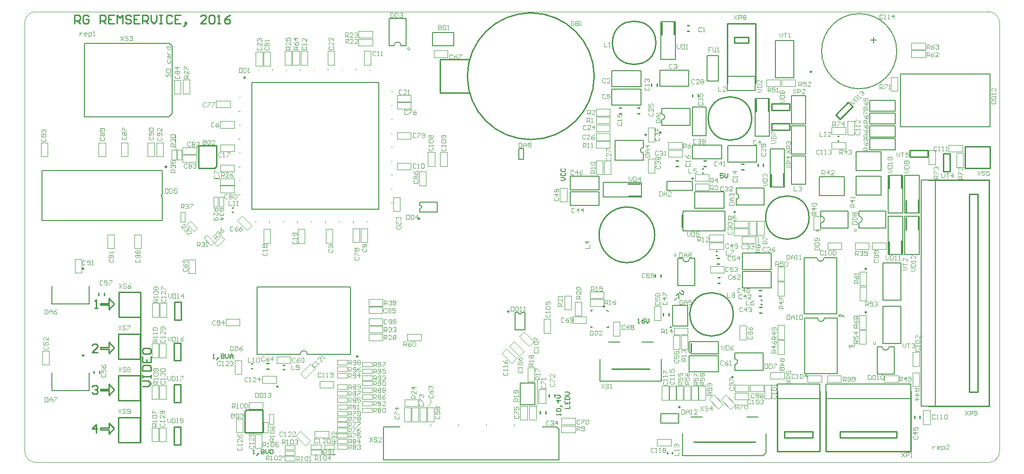
<source format=gto>
G04 Layer_Color=65535*
%FSLAX43Y43*%
%MOMM*%
G71*
G01*
G75*
%ADD101C,0.200*%
%ADD103C,0.250*%
%ADD105C,0.254*%
%ADD121C,0.100*%
%ADD130C,0.220*%
D101*
X142775Y62425D02*
G03*
X142775Y62175I0J-125D01*
G01*
X152850Y71983D02*
G03*
X152850Y73017I0J517D01*
G01*
X167625Y91150D02*
G03*
X168875Y91150I625J0D01*
G01*
X167725Y80350D02*
G03*
X168975Y80350I625J0D01*
G01*
X181950Y128300D02*
G03*
X181950Y128300I-6750J0D01*
G01*
X153100Y101700D02*
G03*
X153100Y102700I0J500D01*
G01*
X179325Y75175D02*
G03*
X180575Y75175I625J0D01*
G01*
X143525Y91075D02*
G03*
X144775Y91075I625J0D01*
G01*
X139800Y116000D02*
G03*
X139800Y117000I0J500D01*
G01*
X76135Y73850D02*
G03*
X74865Y73850I-635J0D01*
G01*
X136450Y111017D02*
G03*
X136450Y109983I0J-517D01*
G01*
X50100Y102550D02*
G03*
X50100Y102150I0J-200D01*
G01*
X96350Y100000D02*
G03*
X96350Y100600I0J300D01*
G01*
X92975Y129325D02*
G03*
X91725Y129325I-625J0D01*
G01*
X114000Y81350D02*
G03*
X114600Y81350I300J0D01*
G01*
X168325Y97425D02*
G03*
X168325Y98675I0J625D01*
G01*
X175125Y97425D02*
G03*
X175125Y98675I0J625D01*
G01*
X114363Y110825D02*
G03*
X114688Y110825I162J0D01*
G01*
X139625Y63150D02*
X142775D01*
X139625Y61450D02*
Y63150D01*
Y61450D02*
X142775D01*
Y62175D01*
Y62425D02*
Y63150D01*
X169240Y65900D02*
Y68470D01*
X184470D01*
Y65900D02*
Y68470D01*
X169240Y65900D02*
X184470D01*
X156560Y121230D02*
Y123800D01*
X151490Y121230D02*
X156560D01*
X151490D02*
Y123800D01*
X156560D01*
X128700Y69000D02*
X139700D01*
X128700D02*
Y73000D01*
X139700Y69000D02*
Y73000D01*
X136200Y76000D02*
X138200D01*
X130200D02*
X132200D01*
X89800Y54900D02*
X121300D01*
Y60350D01*
X120850Y60800D02*
X121300Y60350D01*
X118300Y60800D02*
X120850D01*
X89800Y54900D02*
Y60700D01*
Y60800D02*
X92800D01*
X160175Y123550D02*
Y130250D01*
X163425Y123550D02*
Y130250D01*
X160175Y123550D02*
X163425D01*
X160175Y130250D02*
X163425D01*
X143500Y55600D02*
Y59600D01*
X155000Y62600D02*
X157000D01*
X145000D02*
X147000D01*
X143500Y55600D02*
X158000D01*
X158500Y56100D01*
Y59600D01*
X177100Y114900D02*
X179775D01*
X181700D01*
Y112900D02*
Y114900D01*
X177100Y112900D02*
X181700D01*
X177100D02*
Y114900D01*
Y119500D02*
X179775D01*
X181700D01*
Y117500D02*
Y119500D01*
X177100Y117500D02*
X181700D01*
X177100D02*
Y119500D01*
X179025Y110600D02*
X181700D01*
X177100D02*
X179025D01*
X177100D02*
Y112600D01*
X181700D01*
Y110600D02*
Y112600D01*
X179025Y115200D02*
X181700D01*
X177100D02*
X179025D01*
X177100D02*
Y117200D01*
X181700D01*
Y115200D02*
Y117200D01*
X147900Y122900D02*
Y125575D01*
Y127500D01*
X149900D01*
Y122900D02*
Y127500D01*
X147900Y122900D02*
X149900D01*
X180400Y98600D02*
X183000D01*
Y91800D02*
Y98600D01*
X180950Y91800D02*
X182050D01*
X180400D02*
Y98600D01*
Y91800D02*
X180950D01*
X182050D02*
X183000D01*
X183400D02*
X186000D01*
X183400D02*
Y98600D01*
X184350D02*
X185450D01*
X186000Y91800D02*
Y98600D01*
X185450D02*
X186000D01*
X183400D02*
X184350D01*
X180400Y99200D02*
Y106000D01*
X181350D01*
X182450D01*
X180400Y99200D02*
X183000D01*
X182450Y106000D02*
X183000D01*
Y99200D02*
Y106000D01*
X183400D02*
X186000D01*
Y99200D02*
Y106000D01*
X183950Y99200D02*
X185050D01*
X183400D02*
Y106000D01*
Y99200D02*
X183950D01*
X185050D02*
X186000D01*
X179125Y102450D02*
Y105825D01*
X174675D02*
X179125D01*
X174675Y102450D02*
Y105825D01*
Y102450D02*
X176375D01*
X179125D01*
X129300Y102100D02*
Y104700D01*
X136100D01*
Y102650D02*
Y103750D01*
X129300Y102100D02*
X136100D01*
Y102650D01*
Y103750D02*
Y104700D01*
X159200Y110700D02*
X161800D01*
Y103900D02*
Y110700D01*
X159750Y103900D02*
X160850D01*
X159200D02*
Y110700D01*
Y103900D02*
X159750D01*
X160850D02*
X161800D01*
X156500Y113000D02*
X159100D01*
X156500D02*
Y119800D01*
X157450D02*
X158550D01*
X159100Y113000D02*
Y119800D01*
X158550D02*
X159100D01*
X156500D02*
X157450D01*
X139600Y126800D02*
X142200D01*
X139600D02*
Y133600D01*
X140550D02*
X141650D01*
X142200Y126800D02*
Y133600D01*
X141650D02*
X142200D01*
X139600D02*
X140550D01*
X176375Y106850D02*
X179125D01*
X174675D02*
X176375D01*
X174675D02*
Y110225D01*
X179125D01*
Y106850D02*
Y110225D01*
X152850Y74050D02*
X157950D01*
X152850Y70950D02*
X157950D01*
Y74050D01*
X152850Y73017D02*
Y74050D01*
Y70950D02*
Y71983D01*
X168150Y67200D02*
Y68470D01*
X160540Y65900D02*
Y68470D01*
X168150D01*
X160540Y65900D02*
X168150D01*
X188900Y64500D02*
Y105130D01*
X186330D02*
X188900D01*
X186330Y64500D02*
Y105130D01*
Y64500D02*
X188900D01*
X165335Y81150D02*
Y91150D01*
Y81150D02*
X171165D01*
Y91150D01*
X168875D02*
X171165D01*
X165335D02*
X167625D01*
X165435Y80350D02*
X167725D01*
X168975D02*
X171265D01*
Y70350D02*
Y80350D01*
X165435Y70350D02*
X171265D01*
X165435D02*
Y80350D01*
X177750Y130808D02*
X177750Y129792D01*
X177284Y130300D02*
X178300D01*
X154200Y88700D02*
X157275D01*
X159400D01*
Y85800D02*
Y88700D01*
X154200Y85800D02*
X159400D01*
X154200D02*
Y88700D01*
Y92000D02*
X157275D01*
X159400D01*
Y89100D02*
Y92000D01*
X154200Y89100D02*
X159400D01*
X154200D02*
Y92000D01*
X153100Y103700D02*
X158100D01*
X153100Y100700D02*
X158100D01*
Y103700D01*
X153100Y102700D02*
Y103700D01*
Y100700D02*
Y101700D01*
X156800Y108400D02*
Y111300D01*
X151600D02*
X156800D01*
X151600Y108400D02*
Y111300D01*
Y108400D02*
X153725D01*
X156800D01*
X180600Y75175D02*
X181500D01*
X178425D02*
X179325D01*
X181500Y70300D02*
Y75175D01*
X178425Y70300D02*
X181500D01*
X178425D02*
Y75175D01*
X114400Y68700D02*
X117000D01*
X114400Y64800D02*
X114400Y68700D01*
X117000Y64800D02*
Y68700D01*
X114400Y64800D02*
X117000Y64800D01*
X143600Y97150D02*
X143600Y96000D01*
X143600Y98450D02*
X143600Y99600D01*
X151100Y98300D02*
Y99600D01*
X143600D02*
X151100D01*
X143600Y97150D02*
Y98450D01*
X143600Y96000D02*
X151100D01*
Y98300D01*
X142625Y86200D02*
Y91075D01*
Y86200D02*
X145700D01*
Y91075D01*
X142625D02*
X143525D01*
X144800D02*
X145700D01*
X147825Y100100D02*
X150900D01*
X145700D02*
X147825D01*
X145700D02*
Y103000D01*
X150900D01*
Y100100D02*
Y103000D01*
X130150Y78650D02*
Y78910D01*
X129890Y78650D02*
X130150D01*
X127050D02*
Y78910D01*
Y78650D02*
X127310D01*
X127050Y81490D02*
Y81750D01*
X127310D01*
X129890D02*
X130150Y81490D01*
X147275Y108950D02*
X150500D01*
X145300D02*
X147275D01*
X145300D02*
Y111450D01*
X150500D01*
Y108950D02*
Y111450D01*
X147750Y115075D02*
Y118300D01*
Y113100D02*
Y115075D01*
X145250Y113100D02*
X147750D01*
X145250D02*
Y118300D01*
X147750D01*
X139800Y118000D02*
X144800D01*
X139800Y115000D02*
X144800D01*
Y118000D01*
X139800Y117000D02*
Y118000D01*
Y115000D02*
Y116000D01*
X144600Y122000D02*
Y124900D01*
X139400D02*
X144600D01*
X139400Y122000D02*
Y124900D01*
Y122000D02*
X141525D01*
X144600D01*
X140714Y103275D02*
X140714Y104900D01*
X145286D02*
X145286Y103275D01*
X140714Y104900D02*
X145286D01*
X140714Y103275D02*
X145286D01*
X76135Y73850D02*
X83900D01*
X67100D02*
X74865Y73850D01*
X67100Y85950D02*
X83900Y85950D01*
Y73850D02*
Y85950D01*
X67100Y73850D02*
X67100Y85950D01*
X123300Y100550D02*
Y103050D01*
Y100550D02*
X128500Y100550D01*
X128500Y103050D02*
X128500Y100550D01*
X126525Y103050D02*
X128500D01*
X123300D02*
X126525D01*
X123300Y103350D02*
Y105850D01*
Y103350D02*
X128500D01*
X128500Y105850D01*
X126525Y105850D02*
X128500Y105850D01*
X123300Y105850D02*
X126525D01*
X130800Y121500D02*
X133875Y121500D01*
X136000D01*
Y118600D02*
Y121500D01*
X130800Y118600D02*
X136000D01*
X130800D02*
Y121500D01*
Y124800D02*
X133875D01*
X136000D01*
X136000Y121900D02*
X136000Y124800D01*
X130800Y121900D02*
X136000D01*
X130800D02*
Y124800D01*
X136450Y111017D02*
Y112225D01*
X136450Y108700D02*
X136450Y109983D01*
X131350Y112225D02*
X131350Y108700D01*
X131350Y112225D02*
X136450Y112225D01*
X131350Y108700D02*
X136450D01*
X28500Y106865D02*
X50100Y106865D01*
X28500Y97835D02*
Y106865D01*
Y97835D02*
X50100Y97835D01*
Y102150D01*
Y102550D02*
Y106865D01*
X66200Y99900D02*
X89000D01*
X66200Y122700D02*
X89000D01*
X66200Y99900D02*
Y122700D01*
X89000Y99900D02*
Y122700D01*
X36100Y116475D02*
X51275D01*
X51850Y117050D01*
X51850Y129175D01*
X36100Y129675D02*
X51350D01*
X51850Y129175D01*
X36100Y116475D02*
Y129675D01*
X96350Y101200D02*
X99450D01*
X96350Y99400D02*
X99450D01*
Y101200D01*
X96350Y100600D02*
Y101200D01*
Y99400D02*
Y100000D01*
X93875Y129325D02*
Y134200D01*
X90800D02*
X93875D01*
X90800Y129325D02*
Y134200D01*
X92975Y129325D02*
X93875Y129325D01*
X90800D02*
X91700Y129325D01*
X98650Y129250D02*
Y131650D01*
Y129250D02*
X102400D01*
Y131650D01*
X99800D02*
X102400D01*
X98650D02*
X99800D01*
X30250Y82875D02*
X36950D01*
Y86125D01*
X30250Y82875D02*
Y86125D01*
Y67275D02*
X36950D01*
Y70525D01*
X30250Y67275D02*
Y70525D01*
X141700Y80775D02*
Y82625D01*
X144425Y78900D02*
Y82625D01*
X141700D02*
X144425D01*
X141750Y78900D02*
X144425D01*
X141700Y78950D02*
X141750Y78900D01*
X141700Y78950D02*
Y80775D01*
X149918Y73900D02*
Y76137D01*
X144711D02*
X145932D01*
X146430D02*
X146910D01*
X145932D02*
X146430D01*
X146910D02*
X149918D01*
X145092Y73900D02*
X149918D01*
X144711Y74281D02*
X145092Y73900D01*
X144711Y74281D02*
Y76137D01*
X146825Y70700D02*
X149900D01*
X144700D02*
X146825D01*
X144700D02*
Y73600D01*
X149900D01*
Y70700D02*
Y73600D01*
X182600Y124200D02*
X198700D01*
Y114700D02*
Y124200D01*
X182600Y114700D02*
X198700D01*
X182600D02*
Y124200D01*
X163030Y120270D02*
X165570D01*
Y115200D02*
Y120270D01*
X163030Y115200D02*
X165570D01*
X163030D02*
Y120270D01*
Y114870D02*
X165570D01*
Y109800D02*
Y114870D01*
X163030Y109800D02*
X165570D01*
X163030D02*
Y114870D01*
Y109470D02*
X165570D01*
Y104400D02*
Y109470D01*
X163030Y104400D02*
X165570D01*
X163030D02*
Y109470D01*
X113400Y81350D02*
X114000D01*
X114600D02*
X115200D01*
X113400Y78250D02*
X115200D01*
X113400D02*
Y81350D01*
X115200Y78250D02*
Y81350D01*
X168075Y105750D02*
X170825D01*
X172525D01*
Y102375D02*
Y105750D01*
X168075Y102375D02*
X172525D01*
X168075D02*
Y105750D01*
X168325Y98700D02*
Y99600D01*
Y96525D02*
Y97425D01*
Y99600D02*
X173200D01*
Y96525D02*
Y99600D01*
X168325Y96525D02*
X173200D01*
X175125Y98700D02*
Y99600D01*
Y96525D02*
Y97425D01*
Y99600D02*
X180000D01*
Y96525D02*
Y99600D01*
X175125Y96525D02*
X180000D01*
X182725Y75750D02*
Y82450D01*
X179475Y75750D02*
Y82450D01*
X182725D01*
X179475Y75750D02*
X182725D01*
Y83550D02*
Y90250D01*
X179475Y83550D02*
Y90250D01*
X182725D01*
X179475Y83550D02*
X182725D01*
X114960Y108875D02*
Y110825D01*
X114090Y108875D02*
X114960D01*
X114090D02*
Y110825D01*
X114688D01*
X114363D02*
X114960D01*
X121650Y105075D02*
X122183D01*
X122450Y105342D01*
X122183Y105608D01*
X121650D01*
X121784Y106408D02*
X121650Y106275D01*
Y106008D01*
X121784Y105875D01*
X122317D01*
X122450Y106008D01*
Y106275D01*
X122317Y106408D01*
X121784Y107208D02*
X121650Y107074D01*
Y106808D01*
X121784Y106674D01*
X122317D01*
X122450Y106808D01*
Y107074D01*
X122317Y107208D01*
X59200Y73075D02*
X59467D01*
X59333D01*
Y73875D01*
X59200Y73741D01*
X60000Y72942D02*
X60133Y73075D01*
Y73208D01*
X60000D01*
Y73075D01*
X60133D01*
X60000Y72942D01*
X59866Y72808D01*
X60666Y73741D02*
X60799Y73875D01*
X61066D01*
X61199Y73741D01*
Y73608D01*
X61066Y73475D01*
X61199Y73342D01*
Y73208D01*
X61066Y73075D01*
X60799D01*
X60666Y73208D01*
Y73342D01*
X60799Y73475D01*
X60666Y73608D01*
Y73741D01*
X60799Y73475D02*
X61066D01*
X61466Y73875D02*
Y73342D01*
X61733Y73075D01*
X61999Y73342D01*
Y73875D01*
X62266Y73075D02*
Y73608D01*
X62532Y73875D01*
X62799Y73608D01*
Y73075D01*
Y73475D01*
X62266D01*
X66400Y55925D02*
X66667D01*
X66533D01*
Y56725D01*
X66400Y56591D01*
X67200Y55792D02*
X67333Y55925D01*
Y56058D01*
X67200D01*
Y55925D01*
X67333D01*
X67200Y55792D01*
X67066Y55658D01*
X67866Y56591D02*
X67999Y56725D01*
X68266D01*
X68399Y56591D01*
Y56458D01*
X68266Y56325D01*
X68399Y56192D01*
Y56058D01*
X68266Y55925D01*
X67999D01*
X67866Y56058D01*
Y56192D01*
X67999Y56325D01*
X67866Y56458D01*
Y56591D01*
X67999Y56325D02*
X68266D01*
X68666Y56725D02*
Y56192D01*
X68933Y55925D01*
X69199Y56192D01*
Y56725D01*
X69466D02*
Y55925D01*
X69866D01*
X69999Y56058D01*
Y56591D01*
X69866Y56725D01*
X69466D01*
X121650Y62875D02*
Y63142D01*
Y63008D01*
X120850D01*
X120984Y62875D01*
Y63541D02*
X120850Y63675D01*
Y63941D01*
X120984Y64075D01*
X121517D01*
X121650Y63941D01*
Y63675D01*
X121517Y63541D01*
X120984D01*
X121783Y64474D02*
X121650Y64608D01*
X121517D01*
Y64474D01*
X121650D01*
Y64608D01*
X121783Y64474D01*
X121917Y64341D01*
X121650Y65541D02*
X120850D01*
X121250Y65141D01*
Y65674D01*
X120850Y65941D02*
X121383D01*
X121650Y66207D01*
X121383Y66474D01*
X120850D01*
X150833Y106300D02*
X150300D01*
Y105900D01*
X150567Y106033D01*
X150700D01*
X150833Y105900D01*
Y105633D01*
X150700Y105500D01*
X150433D01*
X150300Y105633D01*
X151100Y106300D02*
Y105767D01*
X151366Y105500D01*
X151633Y105767D01*
Y106300D01*
X135500Y79425D02*
X135767D01*
X135633D01*
Y80225D01*
X135500Y80091D01*
X136700Y80225D02*
X136433Y80091D01*
X136166Y79825D01*
Y79558D01*
X136300Y79425D01*
X136566D01*
X136700Y79558D01*
Y79692D01*
X136566Y79825D01*
X136166D01*
X136966Y80225D02*
Y79692D01*
X137233Y79425D01*
X137499Y79692D01*
Y80225D01*
X142067Y83558D02*
X142444Y83935D01*
X142350Y84406D02*
X142727Y84783D01*
X142821Y84689D01*
Y83935D01*
X142915Y83840D01*
Y84972D02*
X143292Y84595D01*
X143670D01*
Y84972D01*
X143292Y85349D01*
X122425Y64100D02*
X123225D01*
Y64633D01*
X122425Y65433D02*
Y64900D01*
X123225D01*
Y65433D01*
X122825Y64900D02*
Y65166D01*
X122425Y65699D02*
X123225D01*
Y66099D01*
X123092Y66233D01*
X122559D01*
X122425Y66099D01*
Y65699D01*
Y66499D02*
X122958D01*
X123225Y66766D01*
X122958Y67032D01*
X122425D01*
D103*
X143025Y64350D02*
G03*
X143025Y64350I-125J0D01*
G01*
X166650Y124600D02*
G03*
X166650Y124600I-125J0D01*
G01*
X152550Y69725D02*
G03*
X152550Y69725I-125J0D01*
G01*
X152970Y99400D02*
G03*
X152970Y99400I-125J0D01*
G01*
X129475Y82405D02*
G03*
X129475Y82405I-125J0D01*
G01*
X139670Y113700D02*
G03*
X139670Y113700I-125J0D01*
G01*
X145411Y105408D02*
G03*
X145411Y105408I-125J0D01*
G01*
X85225Y73450D02*
G03*
X85225Y73450I-125J0D01*
G01*
X137000Y113275D02*
G03*
X137000Y113275I-125J0D01*
G01*
X65000Y123550D02*
G03*
X65000Y123550I-125J0D01*
G01*
X96300Y98225D02*
G03*
X96300Y98225I-125J0D01*
G01*
X36025Y89225D02*
G03*
X36025Y89225I-125J0D01*
G01*
X70875Y68050D02*
G03*
X70875Y68050I-125J0D01*
G01*
X36025Y73625D02*
G03*
X36025Y73625I-125J0D01*
G01*
X112350Y81525D02*
G03*
X112350Y81525I-125J0D01*
G01*
X176500Y81400D02*
G03*
X176500Y81400I-125J0D01*
G01*
Y89200D02*
G03*
X176500Y89200I-125J0D01*
G01*
D105*
X50910Y107525D02*
G03*
X50910Y107525I-160J0D01*
G01*
X127630Y123800D02*
G03*
X127630Y123800I-11380J0D01*
G01*
X141454Y78700D02*
G03*
X141454Y78700I-79J0D01*
G01*
X181930Y58818D02*
Y59961D01*
X171770Y58818D02*
X181930D01*
X184470Y56405D02*
Y67200D01*
X169230Y56405D02*
Y67200D01*
Y56405D02*
X184470D01*
X171770Y59961D02*
X181930D01*
X171770Y58818D02*
Y59961D01*
X151490Y122500D02*
Y133270D01*
X156570Y122500D02*
Y133270D01*
X151490D02*
X156570D01*
X152760Y129764D02*
X155300D01*
X152760D02*
Y130831D01*
X155300D01*
Y129764D02*
Y130831D01*
X130800Y71200D02*
X137600D01*
X145500Y58100D02*
X156500D01*
X182800Y92000D02*
Y94200D01*
X180600Y91900D02*
Y94100D01*
X183600Y96200D02*
Y98400D01*
X185800Y96300D02*
Y98500D01*
X180600Y103600D02*
Y105800D01*
X182800Y103700D02*
Y105900D01*
X185800Y99400D02*
Y101600D01*
X183600Y99300D02*
Y101500D01*
X133700Y104500D02*
X135900D01*
X133800Y102300D02*
X136000D01*
X161600Y104100D02*
Y106300D01*
X159400Y104000D02*
Y106200D01*
X156700Y117400D02*
Y119600D01*
X158900Y117500D02*
Y119700D01*
X139800Y131200D02*
Y133400D01*
X142000Y131300D02*
Y133500D01*
X168150Y56405D02*
Y67200D01*
X160530Y56405D02*
Y67200D01*
Y56405D02*
X168150D01*
X161800Y59961D02*
X166880D01*
Y58818D02*
Y59961D01*
X161800Y58818D02*
X166880D01*
X161800D02*
Y59961D01*
X194966Y102590D02*
X196490D01*
Y67030D02*
Y102590D01*
X194966Y67030D02*
X196490D01*
X194966D02*
Y102590D01*
X198522Y64490D02*
Y105130D01*
X187600Y64490D02*
X198522D01*
X187600Y105130D02*
X198522D01*
X143400Y96700D02*
Y98900D01*
X46200Y80600D02*
X46200Y58000D01*
X39000Y83000D02*
X40500D01*
Y83500D01*
Y83900D01*
X41500Y82900D01*
Y82900D02*
Y82900D01*
X40500Y81900D02*
X41500Y82900D01*
X40500Y81900D02*
Y82700D01*
X39000D02*
X40500D01*
X39000D02*
Y83000D01*
Y74800D02*
Y75100D01*
Y74800D02*
X40500D01*
Y74000D02*
Y74800D01*
Y74000D02*
X41500Y75000D01*
Y75000D01*
X40500Y76000D02*
X41500Y75000D01*
X40500Y75600D02*
Y76000D01*
Y75100D02*
Y75600D01*
X39000Y75100D02*
X40500D01*
X39000Y67600D02*
X40500D01*
Y68100D01*
Y68500D01*
X41500Y67500D01*
Y67500D02*
Y67500D01*
X40500Y66500D02*
X41500Y67500D01*
X40500Y66500D02*
Y67300D01*
X39000D02*
X40500D01*
X39000D02*
Y67600D01*
X99968Y120800D02*
Y126800D01*
X105277D01*
X99968Y120800D02*
X105277D01*
X39000Y60300D02*
Y60600D01*
Y60300D02*
X40500D01*
Y59500D02*
Y60300D01*
Y59500D02*
X41500Y60500D01*
Y60500D01*
X40500Y61500D02*
X41500Y60500D01*
X40500Y61100D02*
Y61500D01*
Y60600D02*
Y61100D01*
X39000Y60600D02*
X40500D01*
X145000Y74276D02*
Y75800D01*
X34350Y133225D02*
Y134749D01*
X35112D01*
X35366Y134495D01*
Y133987D01*
X35112Y133733D01*
X34350D01*
X34858D02*
X35366Y133225D01*
X36889Y134495D02*
X36635Y134749D01*
X36127D01*
X35874Y134495D01*
Y133479D01*
X36127Y133225D01*
X36635D01*
X36889Y133479D01*
Y133987D01*
X36381D01*
X38921Y133225D02*
Y134749D01*
X39682D01*
X39936Y134495D01*
Y133987D01*
X39682Y133733D01*
X38921D01*
X39428D02*
X39936Y133225D01*
X41460Y134749D02*
X40444D01*
Y133225D01*
X41460D01*
X40444Y133987D02*
X40952D01*
X41968Y133225D02*
Y134749D01*
X42475Y134241D01*
X42983Y134749D01*
Y133225D01*
X44507Y134495D02*
X44253Y134749D01*
X43745D01*
X43491Y134495D01*
Y134241D01*
X43745Y133987D01*
X44253D01*
X44507Y133733D01*
Y133479D01*
X44253Y133225D01*
X43745D01*
X43491Y133479D01*
X46030Y134749D02*
X45015D01*
Y133225D01*
X46030D01*
X45015Y133987D02*
X45522D01*
X46538Y133225D02*
Y134749D01*
X47300D01*
X47554Y134495D01*
Y133987D01*
X47300Y133733D01*
X46538D01*
X47046D02*
X47554Y133225D01*
X48062Y134749D02*
Y133733D01*
X48569Y133225D01*
X49077Y133733D01*
Y134749D01*
X49585D02*
X50093D01*
X49839D01*
Y133225D01*
X49585D01*
X50093D01*
X51870Y134495D02*
X51616Y134749D01*
X51109D01*
X50855Y134495D01*
Y133479D01*
X51109Y133225D01*
X51616D01*
X51870Y133479D01*
X53394Y134749D02*
X52378D01*
Y133225D01*
X53394D01*
X52378Y133987D02*
X52886D01*
X54156Y132971D02*
X54410Y133225D01*
Y133479D01*
X54156D01*
Y133225D01*
X54410D01*
X54156Y132971D01*
X53902Y132717D01*
X57964Y133225D02*
X56949D01*
X57964Y134241D01*
Y134495D01*
X57710Y134749D01*
X57203D01*
X56949Y134495D01*
X58472D02*
X58726Y134749D01*
X59234D01*
X59488Y134495D01*
Y133479D01*
X59234Y133225D01*
X58726D01*
X58472Y133479D01*
Y134495D01*
X59996Y133225D02*
X60504D01*
X60250D01*
Y134749D01*
X59996Y134495D01*
X62281Y134749D02*
X61773Y134495D01*
X61265Y133987D01*
Y133479D01*
X61519Y133225D01*
X62027D01*
X62281Y133479D01*
Y133733D01*
X62027Y133987D01*
X61265D01*
X46576Y68100D02*
X47592D01*
X48100Y68608D01*
X47592Y69116D01*
X46576D01*
Y69624D02*
Y70131D01*
Y69877D01*
X48100D01*
Y69624D01*
Y70131D01*
X46576Y70893D02*
X48100D01*
Y71655D01*
X47846Y71909D01*
X46830D01*
X46576Y71655D01*
Y70893D01*
Y73432D02*
Y72417D01*
X48100D01*
Y73432D01*
X47338Y72417D02*
Y72924D01*
X46576Y74702D02*
Y74194D01*
X46830Y73940D01*
X47846D01*
X48100Y74194D01*
Y74702D01*
X47846Y74956D01*
X46830D01*
X46576Y74702D01*
X38000Y82100D02*
X38508D01*
X38254D01*
Y83624D01*
X38000Y83370D01*
X38516Y74200D02*
X37500D01*
X38516Y75216D01*
Y75470D01*
X38262Y75724D01*
X37754D01*
X37500Y75470D01*
Y67970D02*
X37754Y68224D01*
X38262D01*
X38516Y67970D01*
Y67716D01*
X38262Y67462D01*
X38008D01*
X38262D01*
X38516Y67208D01*
Y66954D01*
X38262Y66700D01*
X37754D01*
X37500Y66954D01*
X38262Y59700D02*
Y61224D01*
X37500Y60462D01*
X38516D01*
D121*
X178200Y75782D02*
G03*
X178200Y75775I-221J-7D01*
G01*
X142400Y91682D02*
G03*
X142400Y91675I-221J-7D01*
G01*
X94100Y128718D02*
G03*
X94100Y128725I221J7D01*
G01*
X167718Y96300D02*
G03*
X167725Y96300I7J-221D01*
G01*
X174518Y96300D02*
G03*
X174525Y96300I7J-221D01*
G01*
X66900Y125650D02*
X68100D01*
X66900D02*
Y128150D01*
X68100Y125650D02*
Y128150D01*
X66900D02*
X68100D01*
X79800Y125850D02*
X81000D01*
X79800D02*
Y128350D01*
X81000Y125850D02*
Y128350D01*
X79800D02*
X81000D01*
X94750Y119200D02*
Y120400D01*
X92250Y119200D02*
X94750D01*
X92250Y120400D02*
X94750D01*
X92250Y119200D02*
Y120400D01*
X75000Y125850D02*
X76200D01*
X75000D02*
Y128350D01*
X76200Y125850D02*
Y128350D01*
X75000D02*
X76200D01*
X86300Y125850D02*
X87500D01*
X86300D02*
Y128350D01*
X87500Y125850D02*
Y128350D01*
X86300D02*
X87500D01*
X63050Y114500D02*
Y115700D01*
X60550Y114500D02*
X63050D01*
X60550Y115700D02*
X63050D01*
X60550Y114500D02*
Y115700D01*
X60525Y104250D02*
Y105450D01*
X63025D01*
X60525Y104250D02*
X63025D01*
Y105450D01*
X74500Y93850D02*
X75700D01*
X74500D02*
Y96350D01*
X75700Y93850D02*
Y96350D01*
X74500D02*
X75700D01*
X91600Y102050D02*
X92800D01*
Y99550D02*
Y102050D01*
X91600Y99550D02*
Y102050D01*
Y99550D02*
X92800D01*
X71675Y55325D02*
X72050Y55700D01*
X72100D01*
X113275Y61000D02*
Y61300D01*
X108275Y61050D02*
Y61300D01*
X103275Y61000D02*
Y61300D01*
X98275Y61000D02*
Y61300D01*
X115960Y75292D02*
X116808Y76140D01*
X114192Y77060D02*
X115960Y75292D01*
X115040Y77908D02*
X116808Y76140D01*
X114192Y77060D02*
X115040Y77908D01*
X114160Y73492D02*
X115008Y74340D01*
X112392Y75260D02*
X114160Y73492D01*
X113240Y76108D02*
X115008Y74340D01*
X112392Y75260D02*
X113240Y76108D01*
X118600Y80150D02*
X119800D01*
Y77650D02*
Y80150D01*
X118600Y77650D02*
Y80150D01*
Y77650D02*
X119800D01*
X96550Y76300D02*
Y77500D01*
X94050Y76300D02*
X96550D01*
X94050Y77500D02*
X96550D01*
X94050Y76300D02*
Y77500D01*
X149960Y63992D02*
X150808Y64840D01*
X148192Y65760D02*
X149960Y63992D01*
X149040Y66608D02*
X150808Y64840D01*
X148192Y65760D02*
X149040Y66608D01*
X146400Y65650D02*
X147600D01*
X146400D02*
Y68150D01*
X147600Y65650D02*
Y68150D01*
X146400D02*
X147600D01*
X145100Y65650D02*
X146300D01*
X145100D02*
Y68150D01*
X146300Y65650D02*
Y68150D01*
X145100D02*
X146300D01*
X143700Y65650D02*
X144900D01*
X143700D02*
Y68150D01*
X144900Y65650D02*
Y68150D01*
X143700D02*
X144900D01*
X142400Y65650D02*
X143600D01*
X142400D02*
Y68150D01*
X143600Y65650D02*
Y68150D01*
X142400D02*
X143600D01*
X150392Y65660D02*
X151240Y66508D01*
X153008Y64740D01*
X150392Y65660D02*
X152160Y63892D01*
X153008Y64740D01*
X112860Y72192D02*
X113708Y73040D01*
X111092Y73960D02*
X112860Y72192D01*
X111940Y74808D02*
X113708Y73040D01*
X111092Y73960D02*
X111940Y74808D01*
X184800Y71750D02*
X186000D01*
X184800D02*
Y74250D01*
X186000Y71750D02*
Y74250D01*
X184800D02*
X186000D01*
X85350Y129300D02*
Y130500D01*
X87850D01*
X85350Y129300D02*
X87850D01*
Y130500D01*
X175200Y78150D02*
X176400D01*
Y75650D02*
Y78150D01*
X175200Y75650D02*
Y78150D01*
Y75650D02*
X176400D01*
X175300Y85950D02*
X176500D01*
Y83450D02*
Y85950D01*
X175300Y83450D02*
Y85950D01*
Y83450D02*
X176500D01*
X97800Y110150D02*
X99000D01*
Y107650D02*
Y110150D01*
X97800Y107650D02*
Y110150D01*
Y107650D02*
X99000D01*
X100000Y110150D02*
X101200D01*
Y107650D02*
Y110150D01*
X100000Y107650D02*
Y110150D01*
Y107650D02*
X101200D01*
X175200Y78350D02*
X176400D01*
X175200D02*
Y80850D01*
X176400Y78350D02*
Y80850D01*
X175200D02*
X176400D01*
X175300Y86150D02*
X176500D01*
X175300D02*
Y88650D01*
X176500Y86150D02*
Y88650D01*
X175300D02*
X176500D01*
X160600Y87050D02*
X161800D01*
X160600D02*
Y89550D01*
X161800Y87050D02*
Y89550D01*
X160600D02*
X161800D01*
X160600Y86850D02*
X161800D01*
Y84350D02*
Y86850D01*
X160600Y84350D02*
Y86850D01*
Y84350D02*
X161800D01*
X160600Y76550D02*
X161800D01*
X160600D02*
Y79050D01*
X161800Y76550D02*
Y79050D01*
X160600D02*
X161800D01*
X160600Y76350D02*
X161800D01*
Y73850D02*
Y76350D01*
X160600Y73850D02*
Y76350D01*
Y73850D02*
X161800D01*
X163750Y122000D02*
Y123200D01*
X161250Y122000D02*
X163750D01*
X161250Y123200D02*
X163750D01*
X161250Y122000D02*
Y123200D01*
X161050Y122000D02*
Y123200D01*
X158550Y122000D02*
X161050D01*
X158550Y123200D02*
X161050D01*
X158550Y122000D02*
Y123200D01*
X156700Y95200D02*
X157000Y94900D01*
Y93700D02*
Y94900D01*
X156700Y95200D02*
Y95250D01*
X156650Y93800D02*
Y95000D01*
X154150Y93800D02*
X156650D01*
X154150Y95000D02*
X156650D01*
X154150Y93800D02*
Y95000D01*
X124250Y61200D02*
Y62400D01*
X121750Y61200D02*
X124250D01*
X121750Y62400D02*
X124250D01*
X121750Y61200D02*
Y62400D01*
Y59800D02*
Y61000D01*
X124250D01*
X121750Y59800D02*
X124250D01*
Y61000D01*
X155500Y97750D02*
X156700D01*
Y95250D02*
Y97750D01*
X155500Y95250D02*
Y97750D01*
Y95250D02*
X156700D01*
X156900D02*
X158100D01*
X156900D02*
Y97750D01*
X158100Y95250D02*
Y97750D01*
X156900D02*
X158100D01*
X152750Y95200D02*
Y96400D01*
X155250D01*
X152750Y95200D02*
X155250D01*
X155250Y96400D02*
X155250Y95200D01*
X152750Y97800D02*
X152750Y96600D01*
X152750Y97800D02*
X155250D01*
X152750Y96600D02*
X155250Y96600D01*
Y97800D01*
X115700Y68950D02*
X116900D01*
X115700D02*
Y71450D01*
X116900Y68950D02*
Y71450D01*
X115700D02*
X116900D01*
X117400Y64800D02*
X117400D01*
X117400Y69200D02*
X117500Y69100D01*
X117300D02*
X117400Y69200D01*
Y64800D02*
Y69200D01*
X117100Y64550D02*
X117150D01*
X117400Y64800D01*
X117400Y64800D02*
X117400Y64800D01*
X114400Y64550D02*
X115600D01*
Y62050D02*
Y64550D01*
X114400Y62050D02*
Y64550D01*
Y62050D02*
X115600D01*
X116000D02*
X117200D01*
X116000D02*
Y64550D01*
X117200Y62050D02*
Y64550D01*
X116000D02*
X117200D01*
X97525Y64225D02*
Y64325D01*
X97700Y64250D02*
X98900D01*
Y61750D02*
Y64250D01*
X97700Y61750D02*
Y64250D01*
Y61750D02*
X98900D01*
X96000Y64250D02*
X96050D01*
X96300Y64500D01*
X98300Y65100D02*
Y65823D01*
X97525Y64325D02*
X98300Y65100D01*
X96300Y64250D02*
X97500D01*
Y61750D02*
Y64250D01*
X96300Y61750D02*
Y64250D01*
Y61750D02*
X97500D01*
X150950Y88500D02*
Y89700D01*
X148450Y88500D02*
X150950D01*
X148450Y89700D02*
X150950D01*
X148450Y88500D02*
Y89700D01*
X148350Y92700D02*
Y93900D01*
X150850D01*
X148350Y92700D02*
X150850D01*
Y93900D01*
Y94100D02*
Y95300D01*
X148350Y94100D02*
X150850D01*
X148350Y95300D02*
X150850D01*
X148350Y94100D02*
Y95300D01*
X148250Y105000D02*
Y106200D01*
X145750Y105000D02*
X148250D01*
X145750Y106200D02*
X148250D01*
X145750Y105000D02*
Y106200D01*
Y103300D02*
Y104500D01*
X148250D01*
X145750Y103300D02*
X148250D01*
Y104500D01*
X126250Y79400D02*
Y80600D01*
X123750Y79400D02*
X126250D01*
X123750Y80600D02*
X126250D01*
X123750Y79400D02*
Y80600D01*
X140950Y109300D02*
Y110500D01*
X143450D01*
X140950Y109300D02*
X143450D01*
Y110500D01*
X140950Y110700D02*
Y111900D01*
X143450D01*
X140950Y110700D02*
X143450D01*
Y111900D01*
X96200Y106650D02*
X97400D01*
Y104150D02*
Y106650D01*
X96200Y104150D02*
Y106650D01*
Y104150D02*
X97400D01*
X77450Y58800D02*
Y60000D01*
X79950D01*
X77450Y58800D02*
X79950D01*
Y60000D01*
X74892Y70340D02*
X75740Y69492D01*
X74892Y70340D02*
X76660Y72108D01*
X75740Y69492D02*
X77508Y71260D01*
X76660Y72108D02*
X77508Y71260D01*
X48200Y75750D02*
X49400D01*
Y73250D02*
Y75750D01*
X48200Y73250D02*
Y75750D01*
Y73250D02*
X49400D01*
X48200Y65750D02*
X49400D01*
X48200D02*
Y68250D01*
X49400Y65750D02*
Y68250D01*
X48200D02*
X49400D01*
X48300Y83050D02*
X49500D01*
Y80550D02*
Y83050D01*
X48300Y80550D02*
Y83050D01*
Y80550D02*
X49500D01*
X48200Y58150D02*
X49400D01*
X48200D02*
Y60650D01*
X49400Y58150D02*
Y60650D01*
X48200D02*
X49400D01*
X124200Y80750D02*
X125400D01*
X124200D02*
Y83250D01*
X125400Y80750D02*
Y83250D01*
X124200D02*
X125400D01*
X122300Y81850D02*
X123500D01*
X122300D02*
Y84350D01*
X123500Y81850D02*
Y84350D01*
X122300D02*
X123500D01*
X131000Y77150D02*
X132200D01*
X131000D02*
Y79650D01*
X132200Y77150D02*
Y79650D01*
X131000D02*
X132200D01*
X81500Y72000D02*
Y72800D01*
X83300D01*
X81500Y72000D02*
X83300D01*
Y72800D01*
X86000Y71600D02*
Y72400D01*
X87800D01*
X86000Y71600D02*
X87800D01*
Y72400D01*
X81500Y70800D02*
Y71600D01*
X83300D01*
X81500Y70800D02*
X83300D01*
Y71600D01*
X86000Y70400D02*
Y71200D01*
X87800D01*
X86000Y70400D02*
X87800D01*
Y71200D01*
X81500Y69600D02*
Y70400D01*
X83300D01*
X81500Y69600D02*
X83300D01*
Y70400D01*
X86000Y69200D02*
Y70000D01*
X87800D01*
X86000Y69200D02*
X87800D01*
Y70000D01*
X86000Y68200D02*
Y69000D01*
X87800D01*
X86000Y68200D02*
X87800D01*
Y69000D01*
X86000Y67000D02*
Y67800D01*
X87800D01*
X86000Y67000D02*
X87800D01*
Y67800D01*
X81500Y67600D02*
Y68400D01*
X83300D01*
X81500Y67600D02*
X83300D01*
Y68400D01*
X81500Y66400D02*
Y67200D01*
X83300D01*
X81500Y66400D02*
X83300D01*
Y67200D01*
X86000Y65800D02*
Y66600D01*
X87800D01*
X86000Y65800D02*
X87800D01*
Y66600D01*
X81500Y65200D02*
Y66000D01*
X83300D01*
X81500Y65200D02*
X83300D01*
Y66000D01*
X86000Y64600D02*
Y65400D01*
X87800D01*
X86000Y64600D02*
X87800D01*
Y65400D01*
X81500Y64000D02*
Y64800D01*
X83300D01*
X81500Y64000D02*
X83300D01*
Y64800D01*
X86000Y63400D02*
Y64200D01*
X87800D01*
X86000Y63400D02*
X87800D01*
Y64200D01*
X81500Y62800D02*
Y63600D01*
X83300D01*
X81500Y62800D02*
X83300D01*
Y63600D01*
X81500Y61800D02*
Y62600D01*
X83300D01*
X81500Y61800D02*
X83300D01*
Y62600D01*
X81500Y60800D02*
Y61600D01*
X83300D01*
X81500Y60800D02*
X83300D01*
Y61600D01*
X81025Y55800D02*
X81133Y55907D01*
X74092Y59160D02*
X74940Y60008D01*
X76708Y58240D01*
X74092Y59160D02*
X75860Y57392D01*
X76708Y58240D01*
X78350Y67800D02*
Y69000D01*
X80850D01*
X78350Y67800D02*
X80850D01*
Y69000D01*
X81500Y59800D02*
Y60600D01*
X83300D01*
X81500Y59800D02*
X83300D01*
Y60600D01*
X81500Y57800D02*
Y58600D01*
X83300D01*
X81500Y57800D02*
X83300D01*
Y58600D01*
X81500Y56800D02*
Y57600D01*
X83300D01*
X81500Y56800D02*
X83300D01*
Y57600D01*
X81500Y58800D02*
Y59600D01*
X83300D01*
X81500Y58800D02*
X83300D01*
Y59600D01*
X79200Y56800D02*
Y57600D01*
X81000D01*
X79200Y56800D02*
X81000D01*
Y57600D01*
X78800Y56007D02*
Y56600D01*
Y56007D02*
X79007Y55800D01*
X81025D01*
X78600Y56800D02*
X78800Y56600D01*
X78600Y56800D02*
Y57100D01*
X76800Y56800D02*
Y57600D01*
X78600D01*
X76800Y56800D02*
X78600D01*
Y57600D01*
X89650Y79100D02*
Y80300D01*
X87150Y79100D02*
X89650D01*
X87150Y80300D02*
X89650D01*
X87150Y79100D02*
Y80300D01*
X54534Y97200D02*
X55100Y97766D01*
X56373Y96493D01*
X54534Y97200D02*
X55807Y95927D01*
X56373Y96493D01*
X59434Y93800D02*
X60000Y93234D01*
X59434Y93800D02*
X60707Y95073D01*
X60000Y93234D02*
X61273Y94507D01*
X60707Y95073D02*
X61273Y94507D01*
X52500Y110900D02*
X52800Y110600D01*
X52500Y110900D02*
Y113166D01*
X51800Y110600D02*
X52600D01*
Y108800D02*
Y110600D01*
X51800Y108800D02*
Y110600D01*
Y108800D02*
X52600D01*
X60300Y102100D02*
X61100D01*
Y100300D02*
Y102100D01*
X60300Y100300D02*
Y102100D01*
Y100300D02*
X61100D01*
X59300Y102100D02*
X60100D01*
Y100300D02*
Y102100D01*
X59300Y100300D02*
Y102100D01*
Y100300D02*
X60100D01*
X52800Y110600D02*
X53600D01*
Y108800D02*
Y110600D01*
X52800Y108800D02*
Y110600D01*
Y108800D02*
X53600D01*
X61500Y79000D02*
Y80200D01*
X64000D01*
X61500Y79000D02*
X64000D01*
Y80200D01*
X89650Y82500D02*
Y83700D01*
X87150Y82500D02*
X89650D01*
X87150Y83700D02*
X89650D01*
X87150Y82500D02*
Y83700D01*
X89650Y81200D02*
Y82400D01*
X87150Y81200D02*
X89650D01*
X87150Y82400D02*
X89650D01*
X87150Y81200D02*
Y82400D01*
X89650Y76300D02*
Y77500D01*
X87150Y76300D02*
X89650D01*
X87150Y77500D02*
X89650D01*
X87150Y76300D02*
Y77500D01*
X117700Y65050D02*
X118900D01*
X117700D02*
Y67550D01*
X118900Y65050D02*
Y67550D01*
X117700D02*
X118900D01*
X28300Y109350D02*
X29500D01*
X28300D02*
Y111850D01*
X29500Y109350D02*
Y111850D01*
X28300D02*
X29500D01*
X38700D02*
X39900D01*
Y109350D02*
Y111850D01*
X38700Y109350D02*
Y111850D01*
Y109350D02*
X39900D01*
X49100Y111850D02*
X50300D01*
Y109350D02*
Y111850D01*
X49100Y109350D02*
Y111850D01*
Y109350D02*
X50300D01*
X45100Y95350D02*
X46300D01*
Y92850D02*
Y95350D01*
X45100Y92850D02*
Y95350D01*
Y92850D02*
X46300D01*
X40300Y95350D02*
X41500D01*
Y92850D02*
Y95350D01*
X40300Y92850D02*
Y95350D01*
Y92850D02*
X41500Y92850D01*
X42700Y111850D02*
X43900D01*
X43900Y109350D02*
X43900Y111850D01*
X42700Y109350D02*
Y111850D01*
Y109350D02*
X43900D01*
X47500Y111850D02*
X48700D01*
Y109350D02*
Y111850D01*
X47500Y109350D02*
Y111850D01*
Y109350D02*
X48700D01*
X137300Y114550D02*
X138500Y114550D01*
Y112050D02*
Y114550D01*
X137300Y112050D02*
X137300Y114550D01*
X137300Y112050D02*
X138500D01*
X127950Y110900D02*
Y112100D01*
X130450D01*
X127950Y110900D02*
X130450Y110900D01*
X130450Y112100D02*
X130450Y110900D01*
X128000Y108650D02*
X129200Y108650D01*
Y106150D02*
Y108650D01*
X128000Y106150D02*
X128000Y108650D01*
X128000Y106150D02*
X129200D01*
X121500Y101250D02*
X122700D01*
X121500D02*
Y103750D01*
X122700Y101250D02*
Y103750D01*
X121500D02*
X122700D01*
X137300Y108950D02*
X138500D01*
Y106450D02*
Y108950D01*
X137300Y106450D02*
Y108950D01*
Y106450D02*
X138500Y106450D01*
X129400Y108650D02*
X130600D01*
Y106150D02*
Y108650D01*
X129400Y106150D02*
Y108650D01*
Y106150D02*
X130600D01*
X130450Y112300D02*
X130450Y113500D01*
X127950Y112300D02*
X130450D01*
X127950Y113500D02*
X130450D01*
X127950Y112300D02*
X127950Y113500D01*
X130450Y117900D02*
X130450Y116700D01*
X127950D02*
X130450D01*
X127950Y117900D02*
X130450Y117900D01*
X127950Y117900D02*
X127950Y116700D01*
X127950Y115100D02*
X127950Y113900D01*
X127950Y115100D02*
X130450Y115100D01*
X127950Y113900D02*
X130450D01*
Y115100D01*
X127950Y115300D02*
Y116500D01*
X130450D01*
X127950Y115300D02*
X130450D01*
Y116500D01*
X68300Y93850D02*
X69500D01*
X68300D02*
Y96350D01*
X69500Y93850D02*
Y96350D01*
X68300D02*
X69500D01*
X63050Y110300D02*
Y111500D01*
X60550Y110300D02*
X63050D01*
X60550Y111500D02*
X63050D01*
X60550Y110300D02*
Y111500D01*
X92250Y107000D02*
Y108200D01*
X94750D01*
X92250Y107000D02*
X94750D01*
Y108200D01*
X79500Y93850D02*
X80700D01*
X79500D02*
Y96350D01*
X80700Y93850D02*
Y96350D01*
X79500D02*
X80700D01*
X85700Y96450D02*
X86900D01*
Y93950D02*
Y96450D01*
X85700Y93950D02*
Y96450D01*
Y93950D02*
X86900D01*
X63050Y106700D02*
Y107900D01*
X60550Y106700D02*
X63050D01*
X60550Y107900D02*
X63050D01*
X60550Y106700D02*
Y107900D01*
X68300Y128150D02*
X69500D01*
Y125650D02*
Y128150D01*
X68300Y125650D02*
Y128150D01*
Y125650D02*
X69500D01*
X94750Y112500D02*
Y113700D01*
X92250Y112500D02*
X94750D01*
X92250Y113700D02*
X94750D01*
X92250Y112500D02*
Y113700D01*
X84300Y93950D02*
X85500D01*
X84300D02*
Y96450D01*
X85500Y93950D02*
Y96450D01*
X84300D02*
X85500D01*
X94750Y117900D02*
Y119100D01*
X92250Y117900D02*
X94750D01*
X92250Y119100D02*
X94750D01*
X92250Y117900D02*
Y119100D01*
X60550Y102900D02*
Y104100D01*
X63050D01*
X60550Y102900D02*
X63050D01*
Y104100D01*
X53400Y99400D02*
X54200D01*
Y97600D02*
Y99400D01*
X53400Y97600D02*
Y99400D01*
Y97600D02*
X54200D01*
X56250Y108400D02*
Y109600D01*
X53750Y108400D02*
X56250D01*
X53750Y109600D02*
X56250D01*
X53750Y108400D02*
Y109600D01*
X56250Y109800D02*
Y111000D01*
X53750Y109800D02*
X56250D01*
X53750Y111000D02*
X56250D01*
X53750Y109800D02*
Y111000D01*
X59200Y105400D02*
X60450D01*
X60550Y105300D01*
X63750Y117550D02*
X64050D01*
X63900Y120025D02*
X64050D01*
X63900Y115050D02*
X64050D01*
X63750Y112550D02*
X64050D01*
X63750Y107550D02*
X64050D01*
X63900Y110050D02*
X64050D01*
X63750Y102550D02*
X64050D01*
X63900Y105050D02*
X64050D01*
X69350Y97450D02*
Y97750D01*
X66850Y97600D02*
Y97750D01*
X74350Y97450D02*
Y97750D01*
X71850Y97600D02*
Y97750D01*
X79350Y97450D02*
Y97750D01*
X76850Y97600D02*
Y97750D01*
X84350Y97450D02*
Y97750D01*
X81850Y97600D02*
Y97750D01*
X91150Y101050D02*
X91450D01*
X86850Y97600D02*
Y97750D01*
X91150Y106050D02*
X91450D01*
X91150Y103550D02*
X91300D01*
X91150Y111050D02*
X91450D01*
X91150Y108550D02*
X91300D01*
X91150Y113550D02*
X91300D01*
X91150Y116050D02*
X91450D01*
X91150Y118550D02*
X91300D01*
X91150Y121050D02*
X91450D01*
X87350Y124850D02*
Y125000D01*
X84850Y124850D02*
Y125150D01*
X82350Y124850D02*
Y125000D01*
X79850Y124850D02*
Y125150D01*
X77350Y124850D02*
Y125000D01*
X74850Y124850D02*
Y125150D01*
X72350Y124850D02*
Y125000D01*
X69850Y124850D02*
Y125150D01*
X67350Y124850D02*
Y125000D01*
X57534Y94700D02*
X58100Y95266D01*
X59373Y93993D01*
X57534Y94700D02*
X58807Y93427D01*
X59373Y93993D01*
X87150Y77700D02*
Y78900D01*
X89650D01*
X87150Y77700D02*
X89650D01*
Y78900D01*
X63592Y97860D02*
X64440Y98708D01*
X66208Y96940D01*
X63592Y97860D02*
X65360Y96092D01*
X66208Y96940D01*
X54800Y90850D02*
X56000D01*
Y88350D02*
Y90850D01*
X54800Y88350D02*
Y90850D01*
Y88350D02*
X56000D01*
X93575Y64525D02*
Y65725D01*
X96075D01*
X93575Y64525D02*
X96075D01*
Y65725D01*
X93500Y61750D02*
X94700D01*
X93500D02*
Y64250D01*
X94700Y61750D02*
Y64250D01*
X93500D02*
X94700D01*
X94900Y61750D02*
X96100D01*
X94900D02*
Y64250D01*
X96100Y61750D02*
Y64250D01*
X94900D02*
X96100D01*
X68150Y64000D02*
Y65200D01*
X65650Y64000D02*
X68150D01*
X65650Y65200D02*
X68150D01*
X65650Y64000D02*
Y65200D01*
X69300Y63100D02*
X70100D01*
Y61300D02*
Y63100D01*
X69300Y61300D02*
Y63100D01*
Y61300D02*
X70100D01*
X68300Y59800D02*
X69100D01*
X68300D02*
Y61600D01*
X69100Y59800D02*
Y61600D01*
X68300D02*
X69100D01*
X66800Y59450D02*
X68000D01*
Y56950D02*
Y59450D01*
X66800Y56950D02*
Y59450D01*
Y56950D02*
X68000D01*
X63400Y59750D02*
X64600D01*
X63400D02*
Y62250D01*
X64600Y59750D02*
Y62250D01*
X63400D02*
X64600D01*
X49700Y83050D02*
X50900D01*
Y80550D02*
Y83050D01*
X49700Y80550D02*
Y83050D01*
Y80550D02*
X50900D01*
X49600Y75750D02*
X50800D01*
Y73250D02*
Y75750D01*
X49600Y73250D02*
Y75750D01*
Y73250D02*
X50800D01*
X49600Y65750D02*
X50800D01*
X49600D02*
Y68250D01*
X50800Y65750D02*
Y68250D01*
X49600D02*
X50800D01*
X49600Y58150D02*
X50800D01*
X49600D02*
Y60650D01*
X50800Y58150D02*
Y60650D01*
X49600D02*
X50800D01*
X52200Y120625D02*
X53400D01*
X52200D02*
Y123125D01*
X53400Y120625D02*
Y123125D01*
X52200D02*
X53400D01*
X53800Y123150D02*
X55000D01*
Y120650D02*
Y123150D01*
X53800Y120650D02*
Y123150D01*
Y120650D02*
X55000D01*
X72100Y54700D02*
Y55500D01*
X73900D01*
X72100Y54700D02*
X73900D01*
Y55500D01*
X72100Y55700D02*
Y56500D01*
X73900D01*
X72100Y55700D02*
X73900D01*
Y56500D01*
X72100Y56700D02*
Y57500D01*
X73900D01*
X72100Y56700D02*
X73900D01*
Y57500D01*
X76800Y55800D02*
Y56600D01*
X78600D01*
X76800Y55800D02*
X78600D01*
Y56600D01*
X98850Y127200D02*
Y128400D01*
X101350D01*
X98850Y127200D02*
X101350D01*
Y128400D01*
X87850Y130700D02*
Y131900D01*
X85350Y130700D02*
X87850D01*
X85350Y131900D02*
X87850D01*
X85350Y130700D02*
Y131900D01*
X34400Y90950D02*
X35600D01*
Y88450D02*
Y90950D01*
X34400Y88450D02*
Y90950D01*
Y88450D02*
X35600D01*
X73150Y72200D02*
Y73400D01*
X70650Y72200D02*
X73150D01*
X70650Y73400D02*
X73150D01*
X70650Y72200D02*
Y73400D01*
X28575Y71925D02*
X29775D01*
X28575D02*
Y74425D01*
X29775Y71925D02*
Y74425D01*
X28575D02*
X29775D01*
X138400Y79950D02*
X139600D01*
X138400D02*
Y82450D01*
X139600Y79950D02*
Y82450D01*
X138400D02*
X139600D01*
X144450Y77400D02*
Y78600D01*
X141950Y77400D02*
X144450D01*
X141950Y78600D02*
X144450D01*
X141950Y77400D02*
Y78600D01*
X143200Y74750D02*
X144400D01*
X143200D02*
Y77250D01*
X144400Y74750D02*
Y77250D01*
X143200D02*
X144400D01*
X141800D02*
X143000D01*
Y74750D02*
Y77250D01*
X141800Y74750D02*
Y77250D01*
Y74750D02*
X143000D01*
X193750Y110200D02*
Y111400D01*
X191250Y110200D02*
X193750D01*
X191250Y111400D02*
X193750D01*
X191250Y110200D02*
Y111400D01*
X180900Y123650D02*
X182100D01*
Y121150D02*
Y123650D01*
X180900Y121150D02*
Y123650D01*
Y121150D02*
X182100D01*
X184550Y127200D02*
Y128400D01*
X187050D01*
X184550Y127200D02*
X187050D01*
Y128400D01*
X184550Y128600D02*
Y129800D01*
X187050D01*
X184550Y128600D02*
X187050D01*
Y129800D01*
X170250Y110700D02*
Y111900D01*
X172750D01*
X170250Y110700D02*
X172750D01*
Y111900D01*
X173100Y115750D02*
X174300D01*
Y113250D02*
Y115750D01*
X173100Y113250D02*
Y115750D01*
Y113250D02*
X174300D01*
X73500Y125850D02*
X74700D01*
X73500D02*
Y128350D01*
X74700Y125850D02*
Y128350D01*
X73500D02*
X74700D01*
X192700Y107450D02*
X193900D01*
X192700D02*
Y109950D01*
X193900Y107450D02*
Y109950D01*
X192700D02*
X193900D01*
X187700Y110450D02*
X188900D01*
Y107950D02*
Y110450D01*
X187700Y107950D02*
Y110450D01*
Y107950D02*
X188900D01*
X63100Y72750D02*
X64300D01*
Y70250D02*
Y72750D01*
X63100Y70250D02*
Y72750D01*
Y70250D02*
X64300D01*
X165950Y68800D02*
Y70000D01*
X168450D01*
X165950Y68800D02*
X168450D01*
Y70000D01*
X161750Y69400D02*
Y70600D01*
X159250Y69400D02*
X161750D01*
X159250Y70600D02*
X161750D01*
X159250Y69400D02*
Y70600D01*
X169550Y92700D02*
Y93900D01*
X172050D01*
X169550Y92700D02*
X172050D01*
Y93900D01*
X167000Y98650D02*
X168200D01*
Y96150D02*
Y98650D01*
X167000Y96150D02*
Y98650D01*
Y96150D02*
X168200D01*
X174450Y92700D02*
Y93900D01*
X176950D01*
X174450Y92700D02*
X176950D01*
Y93900D01*
X180050Y92700D02*
Y93900D01*
X177550Y92700D02*
X180050D01*
X177550Y93900D02*
X180050D01*
X177550Y92700D02*
Y93900D01*
X184800Y70550D02*
X186000D01*
Y68050D02*
Y70550D01*
X184800Y68050D02*
Y70550D01*
Y68050D02*
X186000D01*
X179750Y68800D02*
Y70000D01*
X182250D01*
X179750Y68800D02*
X182250D01*
Y70000D01*
X59750Y118200D02*
Y119400D01*
X62250D01*
X59750Y118200D02*
X62250D01*
Y119400D01*
X153700Y76450D02*
X154900D01*
X153700D02*
Y78950D01*
X154900Y76450D02*
Y78950D01*
X153700D02*
X154900D01*
X152850Y67100D02*
Y68300D01*
X155350D01*
X152850Y67100D02*
X155350D01*
Y68300D01*
X129350Y82500D02*
Y83700D01*
X126850Y82500D02*
X129350D01*
X126850Y83700D02*
X129350D01*
X126850Y82500D02*
Y83700D01*
Y83900D02*
Y85100D01*
X129350D01*
X126850Y83900D02*
X129350D01*
Y85100D01*
X155550Y67100D02*
Y68300D01*
X158050D01*
X155550Y67100D02*
X158050D01*
Y68300D01*
X158200Y68350D02*
X159400D01*
Y65850D02*
Y68350D01*
X158200Y65850D02*
Y68350D01*
Y65850D02*
X159400D01*
X155350Y65700D02*
Y66900D01*
X152850Y65700D02*
X155350D01*
X152850Y66900D02*
X155350D01*
X152850Y65700D02*
Y66900D01*
X138950Y57375D02*
Y58575D01*
X141450D01*
X138950Y57375D02*
X141450D01*
Y58575D01*
X139800Y68150D02*
X141000D01*
Y65650D02*
Y68150D01*
X139800Y65650D02*
Y68150D01*
Y65650D02*
X141000D01*
X141100Y68150D02*
X142300D01*
Y65650D02*
Y68150D01*
X141100Y65650D02*
Y68150D01*
Y65650D02*
X142300D01*
X171950Y68800D02*
Y70000D01*
X169450Y68800D02*
X171950D01*
X169450Y70000D02*
X171950D01*
X169450Y68800D02*
Y70000D01*
X68050Y68700D02*
Y69900D01*
X70550D01*
X68050Y68700D02*
X70550D01*
Y69900D01*
X186700Y63750D02*
X187900D01*
Y61250D02*
Y63750D01*
X186700Y61250D02*
Y63750D01*
Y61250D02*
X187900D01*
X72100Y125850D02*
X73300D01*
X72100D02*
Y128350D01*
X73300Y125850D02*
Y128350D01*
X72100D02*
X73300D01*
X172750Y113400D02*
Y114600D01*
X170250Y113400D02*
X172750D01*
X170250Y114600D02*
X172750D01*
X170250Y113400D02*
Y114600D01*
X83000Y129700D02*
Y130500D01*
X83400D01*
X83533Y130366D01*
Y130100D01*
X83400Y129967D01*
X83000D01*
X83267D02*
X83533Y129700D01*
X84333D02*
X83800D01*
X84333Y130233D01*
Y130366D01*
X84200Y130500D01*
X83933D01*
X83800Y130366D01*
X85133Y129700D02*
X84599D01*
X85133Y130233D01*
Y130366D01*
X84999Y130500D01*
X84733D01*
X84599Y130366D01*
X175000Y75800D02*
X174200D01*
Y76200D01*
X174334Y76333D01*
X174600D01*
X174733Y76200D01*
Y75800D01*
Y76067D02*
X175000Y76333D01*
X174200Y77133D02*
Y76600D01*
X174600D01*
X174467Y76866D01*
Y77000D01*
X174600Y77133D01*
X174867D01*
X175000Y77000D01*
Y76733D01*
X174867Y76600D01*
X175000Y77799D02*
X174200D01*
X174600Y77399D01*
Y77933D01*
X158775Y120950D02*
Y121750D01*
X159175D01*
X159308Y121616D01*
Y121350D01*
X159175Y121217D01*
X158775D01*
X159042D02*
X159308Y120950D01*
X160108Y121750D02*
X159575D01*
Y121350D01*
X159841Y121483D01*
X159975D01*
X160108Y121350D01*
Y121083D01*
X159975Y120950D01*
X159708D01*
X159575Y121083D01*
X160374Y120950D02*
X160641D01*
X160508D01*
Y121750D01*
X160374Y121616D01*
X154633Y93466D02*
X154500Y93600D01*
X154233D01*
X154100Y93466D01*
Y92933D01*
X154233Y92800D01*
X154500D01*
X154633Y92933D01*
X154900Y93466D02*
X155033Y93600D01*
X155300D01*
X155433Y93466D01*
Y93333D01*
X155300Y93200D01*
X155166D01*
X155300D01*
X155433Y93067D01*
Y92933D01*
X155300Y92800D01*
X155033D01*
X154900Y92933D01*
X155699Y93466D02*
X155833Y93600D01*
X156099D01*
X156233Y93466D01*
Y93333D01*
X156099Y93200D01*
X155966D01*
X156099D01*
X156233Y93067D01*
Y92933D01*
X156099Y92800D01*
X155833D01*
X155699Y92933D01*
X98034Y66533D02*
X97900Y66400D01*
Y66133D01*
X98034Y66000D01*
X98567D01*
X98700Y66133D01*
Y66400D01*
X98567Y66533D01*
X97900Y67333D02*
X98034Y67066D01*
X98300Y66800D01*
X98567D01*
X98700Y66933D01*
Y67200D01*
X98567Y67333D01*
X98433D01*
X98300Y67200D01*
Y66800D01*
X98034Y67599D02*
X97900Y67733D01*
Y67999D01*
X98034Y68133D01*
X98167D01*
X98300Y67999D01*
Y67866D01*
Y67999D01*
X98433Y68133D01*
X98567D01*
X98700Y67999D01*
Y67733D01*
X98567Y67599D01*
X77381Y72273D02*
X77192D01*
X77004Y72085D01*
X77004Y71896D01*
X77381Y71519D01*
X77569D01*
X77758Y71708D01*
X77758Y71896D01*
X78040Y71991D02*
X78229Y72179D01*
X78135Y72085D01*
X77569Y72650D01*
X77569Y72462D01*
X78889Y72839D02*
X78512Y72462D01*
Y73216D01*
X78418Y73310D01*
X78229D01*
X78040Y73122D01*
X78040Y72933D01*
X79077Y73027D02*
X79266Y73216D01*
X79172Y73122D01*
X78606Y73687D01*
X78606Y73499D01*
X77933Y58566D02*
X77800Y58700D01*
X77533D01*
X77400Y58566D01*
Y58033D01*
X77533Y57900D01*
X77800D01*
X77933Y58033D01*
X78200Y57900D02*
X78466D01*
X78333D01*
Y58700D01*
X78200Y58566D01*
X79399Y57900D02*
X78866D01*
X79399Y58433D01*
Y58566D01*
X79266Y58700D01*
X78999D01*
X78866Y58566D01*
X79666D02*
X79799Y58700D01*
X80066D01*
X80199Y58566D01*
Y58033D01*
X80066Y57900D01*
X79799D01*
X79666Y58033D01*
Y58566D01*
X127100Y85200D02*
Y86000D01*
X127500D01*
X127633Y85866D01*
Y85600D01*
X127500Y85467D01*
X127100D01*
X127367D02*
X127633Y85200D01*
X127900D02*
X128166D01*
X128033D01*
Y86000D01*
X127900Y85866D01*
X129099Y86000D02*
X128566D01*
Y85600D01*
X128833Y85733D01*
X128966D01*
X129099Y85600D01*
Y85333D01*
X128966Y85200D01*
X128699D01*
X128566Y85333D01*
X65500Y73200D02*
Y72400D01*
X66033D01*
X66300D02*
X66566D01*
X66433D01*
Y73200D01*
X66300Y73066D01*
X66966D02*
X67099Y73200D01*
X67366D01*
X67499Y73066D01*
Y72533D01*
X67366Y72400D01*
X67099D01*
X66966Y72533D01*
Y73066D01*
X151300Y92500D02*
Y91700D01*
X151833D01*
X152100Y92500D02*
X152633D01*
Y92366D01*
X152100Y91833D01*
Y91700D01*
X149900Y121900D02*
Y121100D01*
X150433D01*
X151233D02*
X150700D01*
X151233Y121633D01*
Y121766D01*
X151100Y121900D01*
X150833D01*
X150700Y121766D01*
X138725Y115475D02*
X139525D01*
Y115875D01*
X139392Y116008D01*
X138859D01*
X138725Y115875D01*
Y115475D01*
X139525Y116275D02*
X138992D01*
X138725Y116541D01*
X138992Y116808D01*
X139525D01*
X139125D01*
Y116275D01*
X139525Y117074D02*
Y117341D01*
Y117208D01*
X138725D01*
X138859Y117074D01*
X149733Y108366D02*
X149600Y108500D01*
X149333D01*
X149200Y108366D01*
Y107833D01*
X149333Y107700D01*
X149600D01*
X149733Y107833D01*
X150400Y107700D02*
Y108500D01*
X150000Y108100D01*
X150533D01*
X150799Y107700D02*
X151066D01*
X150933D01*
Y108500D01*
X150799Y108366D01*
X141633Y125866D02*
X141500Y126000D01*
X141233D01*
X141100Y125866D01*
Y125333D01*
X141233Y125200D01*
X141500D01*
X141633Y125333D01*
X141900Y125866D02*
X142033Y126000D01*
X142300D01*
X142433Y125866D01*
Y125733D01*
X142300Y125600D01*
X142166D01*
X142300D01*
X142433Y125467D01*
Y125333D01*
X142300Y125200D01*
X142033D01*
X141900Y125333D01*
X139133Y110266D02*
X139000Y110400D01*
X138733D01*
X138600Y110266D01*
Y109733D01*
X138733Y109600D01*
X139000D01*
X139133Y109733D01*
X139400Y110266D02*
X139533Y110400D01*
X139800D01*
X139933Y110266D01*
Y110133D01*
X139800Y110000D01*
X139666D01*
X139800D01*
X139933Y109867D01*
Y109733D01*
X139800Y109600D01*
X139533D01*
X139400Y109733D01*
X140199Y109600D02*
X140466D01*
X140333D01*
Y110400D01*
X140199Y110266D01*
X146700Y64500D02*
X147233Y63700D01*
Y64500D02*
X146700Y63700D01*
X148033Y64366D02*
X147900Y64500D01*
X147633D01*
X147500Y64366D01*
Y64233D01*
X147633Y64100D01*
X147900D01*
X148033Y63967D01*
Y63833D01*
X147900Y63700D01*
X147633D01*
X147500Y63833D01*
X148699Y63700D02*
Y64500D01*
X148299Y64100D01*
X148833D01*
X90433Y79966D02*
X90300Y80100D01*
X90033D01*
X89900Y79966D01*
Y79433D01*
X90033Y79300D01*
X90300D01*
X90433Y79433D01*
X90700D02*
X90833Y79300D01*
X91100D01*
X91233Y79433D01*
Y79966D01*
X91100Y80100D01*
X90833D01*
X90700Y79966D01*
Y79833D01*
X90833Y79700D01*
X91233D01*
X92033Y80100D02*
X91499D01*
Y79700D01*
X91766Y79833D01*
X91899D01*
X92033Y79700D01*
Y79433D01*
X91899Y79300D01*
X91633D01*
X91499Y79433D01*
X57933Y118966D02*
X57800Y119100D01*
X57533D01*
X57400Y118966D01*
Y118433D01*
X57533Y118300D01*
X57800D01*
X57933Y118433D01*
X58200Y119100D02*
X58733D01*
Y118966D01*
X58200Y118433D01*
Y118300D01*
X58999Y119100D02*
X59533D01*
Y118966D01*
X58999Y118433D01*
Y118300D01*
X176300Y82500D02*
Y83300D01*
X176700D01*
X176833Y83166D01*
Y82900D01*
X176700Y82767D01*
X176300D01*
X176567D02*
X176833Y82500D01*
X177633Y83300D02*
X177100D01*
Y82900D01*
X177366Y83033D01*
X177500D01*
X177633Y82900D01*
Y82633D01*
X177500Y82500D01*
X177233D01*
X177100Y82633D01*
X177899Y83166D02*
X178033Y83300D01*
X178299D01*
X178433Y83166D01*
Y83033D01*
X178299Y82900D01*
X178166D01*
X178299D01*
X178433Y82767D01*
Y82633D01*
X178299Y82500D01*
X178033D01*
X177899Y82633D01*
X53442Y100051D02*
Y100850D01*
X53841D01*
X53975Y100717D01*
Y100450D01*
X53841Y100317D01*
X53442D01*
X53708D02*
X53975Y100051D01*
X54241Y100717D02*
X54375Y100850D01*
X54641D01*
X54775Y100717D01*
Y100584D01*
X54641Y100450D01*
X54508D01*
X54641D01*
X54775Y100317D01*
Y100184D01*
X54641Y100051D01*
X54375D01*
X54241Y100184D01*
X55041Y100850D02*
X55574D01*
Y100717D01*
X55041Y100184D01*
Y100051D01*
X59725Y94500D02*
X59160Y95065D01*
X59442Y95348D01*
X59631D01*
X59819Y95160D01*
X59819Y94971D01*
X59536Y94688D01*
X59725Y94877D02*
X60102D01*
X59819Y95537D02*
X59819Y95725D01*
X60008Y95914D01*
X60196D01*
X60291Y95820D01*
Y95631D01*
X60196Y95537D01*
X60291Y95631D01*
X60479Y95631D01*
X60573Y95537D01*
X60573Y95348D01*
X60385Y95160D01*
X60196D01*
X60667Y96574D02*
X60573Y96291D01*
Y95914D01*
X60762Y95725D01*
X60950D01*
X61139Y95914D01*
X61139Y96102D01*
X61045Y96197D01*
X60856Y96197D01*
X60573Y95914D01*
X52448Y106548D02*
X51648D01*
Y106947D01*
X51781Y107081D01*
X52048D01*
X52181Y106947D01*
Y106548D01*
Y106814D02*
X52448Y107081D01*
X51781Y107347D02*
X51648Y107481D01*
Y107747D01*
X51781Y107881D01*
X51914D01*
X52048Y107747D01*
Y107614D01*
Y107747D01*
X52181Y107881D01*
X52314D01*
X52448Y107747D01*
Y107481D01*
X52314Y107347D01*
X51648Y108680D02*
Y108147D01*
X52048D01*
X51914Y108414D01*
Y108547D01*
X52048Y108680D01*
X52314D01*
X52448Y108547D01*
Y108280D01*
X52314Y108147D01*
X60300Y100100D02*
X61100D01*
Y99700D01*
X60966Y99567D01*
X60700D01*
X60567Y99700D01*
Y100100D01*
Y99833D02*
X60300Y99567D01*
X60966Y99300D02*
X61100Y99167D01*
Y98900D01*
X60966Y98767D01*
X60833D01*
X60700Y98900D01*
Y99034D01*
Y98900D01*
X60567Y98767D01*
X60433D01*
X60300Y98900D01*
Y99167D01*
X60433Y99300D01*
X60300Y98101D02*
X61100D01*
X60700Y98501D01*
Y97967D01*
X89900Y77900D02*
Y78700D01*
X90300D01*
X90433Y78566D01*
Y78300D01*
X90300Y78167D01*
X89900D01*
X90167D02*
X90433Y77900D01*
X90700Y78566D02*
X90833Y78700D01*
X91100D01*
X91233Y78566D01*
Y78433D01*
X91100Y78300D01*
X90966D01*
X91100D01*
X91233Y78167D01*
Y78033D01*
X91100Y77900D01*
X90833D01*
X90700Y78033D01*
X91499Y78566D02*
X91633Y78700D01*
X91899D01*
X92033Y78566D01*
Y78433D01*
X91899Y78300D01*
X91766D01*
X91899D01*
X92033Y78167D01*
Y78033D01*
X91899Y77900D01*
X91633D01*
X91499Y78033D01*
X53400Y96700D02*
X53965Y97266D01*
X54248Y96983D01*
Y96794D01*
X54060Y96606D01*
X53871Y96606D01*
X53589Y96888D01*
X53777Y96700D02*
Y96323D01*
X54437Y96606D02*
X54625Y96606D01*
X54814Y96417D01*
Y96229D01*
X54720Y96134D01*
X54531D01*
X54437Y96229D01*
X54531Y96134D01*
X54531Y95946D01*
X54437Y95852D01*
X54248Y95852D01*
X54060Y96040D01*
Y96229D01*
X54908Y95192D02*
X54531Y95569D01*
X55285D01*
X55379Y95663D01*
Y95852D01*
X55191Y96040D01*
X55002Y96040D01*
X56350Y93200D02*
Y94000D01*
X56750D01*
X56883Y93866D01*
Y93600D01*
X56750Y93467D01*
X56350D01*
X56617D02*
X56883Y93200D01*
X57150Y93866D02*
X57283Y94000D01*
X57550D01*
X57683Y93866D01*
Y93733D01*
X57550Y93600D01*
X57416D01*
X57550D01*
X57683Y93467D01*
Y93333D01*
X57550Y93200D01*
X57283D01*
X57150Y93333D01*
X57949Y93200D02*
X58216D01*
X58083D01*
Y94000D01*
X57949Y93866D01*
X52400Y111200D02*
X51600D01*
Y111600D01*
X51734Y111733D01*
X52000D01*
X52133Y111600D01*
Y111200D01*
Y111467D02*
X52400Y111733D01*
X51734Y112000D02*
X51600Y112133D01*
Y112400D01*
X51734Y112533D01*
X51867D01*
X52000Y112400D01*
Y112266D01*
Y112400D01*
X52133Y112533D01*
X52267D01*
X52400Y112400D01*
Y112133D01*
X52267Y112000D01*
X51734Y112799D02*
X51600Y112933D01*
Y113199D01*
X51734Y113333D01*
X52267D01*
X52400Y113199D01*
Y112933D01*
X52267Y112799D01*
X51734D01*
X136830Y121860D02*
X136696Y121727D01*
Y121460D01*
X136830Y121327D01*
X137363D01*
X137496Y121460D01*
Y121727D01*
X137363Y121860D01*
X137496Y122127D02*
Y122393D01*
Y122260D01*
X136696D01*
X136830Y122127D01*
Y122793D02*
X136696Y122926D01*
Y123193D01*
X136830Y123326D01*
X136963D01*
X137096Y123193D01*
Y123060D01*
Y123193D01*
X137229Y123326D01*
X137363D01*
X137496Y123193D01*
Y122926D01*
X137363Y122793D01*
X42600Y131000D02*
X43133Y130200D01*
Y131000D02*
X42600Y130200D01*
X43933Y130866D02*
X43800Y131000D01*
X43533D01*
X43400Y130866D01*
Y130733D01*
X43533Y130600D01*
X43800D01*
X43933Y130467D01*
Y130333D01*
X43800Y130200D01*
X43533D01*
X43400Y130333D01*
X44199Y130866D02*
X44333Y131000D01*
X44599D01*
X44733Y130866D01*
Y130733D01*
X44599Y130600D01*
X44466D01*
X44599D01*
X44733Y130467D01*
Y130333D01*
X44599Y130200D01*
X44333D01*
X44199Y130333D01*
X87300Y58900D02*
X87833Y58100D01*
Y58900D02*
X87300Y58100D01*
X88633Y58766D02*
X88500Y58900D01*
X88233D01*
X88100Y58766D01*
Y58633D01*
X88233Y58500D01*
X88500D01*
X88633Y58367D01*
Y58233D01*
X88500Y58100D01*
X88233D01*
X88100Y58233D01*
X89433Y58100D02*
X88899D01*
X89433Y58633D01*
Y58766D01*
X89299Y58900D01*
X89033D01*
X88899Y58766D01*
X162075Y107325D02*
X162875Y107858D01*
X162075D02*
X162875Y107325D01*
Y108125D02*
X162075D01*
Y108525D01*
X162209Y108658D01*
X162475D01*
X162608Y108525D01*
Y108125D01*
X162875Y109324D02*
X162075D01*
X162475Y108924D01*
Y109458D01*
X162100Y110000D02*
X162900Y110533D01*
X162100D02*
X162900Y110000D01*
Y110800D02*
X162100D01*
Y111200D01*
X162234Y111333D01*
X162500D01*
X162633Y111200D01*
Y110800D01*
X162234Y111599D02*
X162100Y111733D01*
Y111999D01*
X162234Y112133D01*
X162367D01*
X162500Y111999D01*
Y111866D01*
Y111999D01*
X162633Y112133D01*
X162767D01*
X162900Y111999D01*
Y111733D01*
X162767Y111599D01*
X163300Y121500D02*
X163833Y120700D01*
Y121500D02*
X163300Y120700D01*
X164100D02*
Y121500D01*
X164500D01*
X164633Y121366D01*
Y121100D01*
X164500Y120967D01*
X164100D01*
X165433Y120700D02*
X164899D01*
X165433Y121233D01*
Y121366D01*
X165299Y121500D01*
X165033D01*
X164899Y121366D01*
X129934Y109183D02*
X129800Y109050D01*
Y108783D01*
X129934Y108650D01*
X130467D01*
X130600Y108783D01*
Y109050D01*
X130467Y109183D01*
X130600Y109983D02*
Y109450D01*
X130067Y109983D01*
X129934D01*
X129800Y109850D01*
Y109583D01*
X129934Y109450D01*
X129800Y110249D02*
Y110783D01*
X129934D01*
X130467Y110249D01*
X130600D01*
X126033Y113166D02*
X125900Y113300D01*
X125633D01*
X125500Y113166D01*
Y112633D01*
X125633Y112500D01*
X125900D01*
X126033Y112633D01*
X126833Y112500D02*
X126300D01*
X126833Y113033D01*
Y113166D01*
X126700Y113300D01*
X126433D01*
X126300Y113166D01*
X127633Y113300D02*
X127366Y113166D01*
X127099Y112900D01*
Y112633D01*
X127233Y112500D01*
X127499D01*
X127633Y112633D01*
Y112767D01*
X127499Y112900D01*
X127099D01*
X137534Y117233D02*
X137400Y117100D01*
Y116833D01*
X137534Y116700D01*
X138067D01*
X138200Y116833D01*
Y117100D01*
X138067Y117233D01*
X138200Y118033D02*
Y117500D01*
X137667Y118033D01*
X137534D01*
X137400Y117900D01*
Y117633D01*
X137534Y117500D01*
X137400Y118833D02*
Y118299D01*
X137800D01*
X137667Y118566D01*
Y118699D01*
X137800Y118833D01*
X138067D01*
X138200Y118699D01*
Y118433D01*
X138067Y118299D01*
X182400Y69000D02*
Y69800D01*
X182800D01*
X182933Y69666D01*
Y69400D01*
X182800Y69267D01*
X182400D01*
X182667D02*
X182933Y69000D01*
X183600D02*
Y69800D01*
X183200Y69400D01*
X183733D01*
X184533Y69800D02*
X183999D01*
Y69400D01*
X184266Y69533D01*
X184399D01*
X184533Y69400D01*
Y69133D01*
X184399Y69000D01*
X184133D01*
X183999Y69133D01*
X185100Y67700D02*
X185900D01*
Y67300D01*
X185766Y67167D01*
X185500D01*
X185367Y67300D01*
Y67700D01*
Y67433D02*
X185100Y67167D01*
Y66500D02*
X185900D01*
X185500Y66900D01*
Y66367D01*
X185100Y65701D02*
X185900D01*
X185500Y66101D01*
Y65567D01*
X131934Y115533D02*
X131800Y115400D01*
Y115133D01*
X131934Y115000D01*
X132467D01*
X132600Y115133D01*
Y115400D01*
X132467Y115533D01*
X132600Y115800D02*
Y116066D01*
Y115933D01*
X131800D01*
X131934Y115800D01*
X131800Y116999D02*
Y116466D01*
X132200D01*
X132067Y116733D01*
Y116866D01*
X132200Y116999D01*
X132467D01*
X132600Y116866D01*
Y116599D01*
X132467Y116466D01*
X168500Y106100D02*
Y106900D01*
X168900D01*
X169033Y106766D01*
Y106500D01*
X168900Y106367D01*
X168500D01*
X168767D02*
X169033Y106100D01*
X169700D02*
Y106900D01*
X169300Y106500D01*
X169833D01*
X170633Y106100D02*
X170099D01*
X170633Y106633D01*
Y106766D01*
X170499Y106900D01*
X170233D01*
X170099Y106766D01*
X171700Y109800D02*
Y110600D01*
X172100D01*
X172233Y110466D01*
Y110200D01*
X172100Y110067D01*
X171700D01*
X171967D02*
X172233Y109800D01*
X172900D02*
Y110600D01*
X172500Y110200D01*
X173033D01*
X173299Y110466D02*
X173433Y110600D01*
X173699D01*
X173833Y110466D01*
Y110333D01*
X173699Y110200D01*
X173566D01*
X173699D01*
X173833Y110067D01*
Y109933D01*
X173699Y109800D01*
X173433D01*
X173299Y109933D01*
X49934Y76533D02*
X49800Y76400D01*
Y76133D01*
X49934Y76000D01*
X50467D01*
X50600Y76133D01*
Y76400D01*
X50467Y76533D01*
X50600Y76800D02*
Y77066D01*
Y76933D01*
X49800D01*
X49934Y76800D01*
X50600Y77999D02*
Y77466D01*
X50067Y77999D01*
X49934D01*
X49800Y77866D01*
Y77599D01*
X49934Y77466D01*
X50467Y78266D02*
X50600Y78399D01*
Y78666D01*
X50467Y78799D01*
X49934D01*
X49800Y78666D01*
Y78399D01*
X49934Y78266D01*
X50067D01*
X50200Y78399D01*
Y78799D01*
X167500Y98900D02*
X166700D01*
Y99300D01*
X166834Y99433D01*
X167100D01*
X167233Y99300D01*
Y98900D01*
Y99167D02*
X167500Y99433D01*
Y100100D02*
X166700D01*
X167100Y99700D01*
Y100233D01*
X166834Y100499D02*
X166700Y100633D01*
Y100899D01*
X166834Y101033D01*
X167367D01*
X167500Y100899D01*
Y100633D01*
X167367Y100499D01*
X166834D01*
X174500Y91600D02*
Y92400D01*
X174900D01*
X175033Y92266D01*
Y92000D01*
X174900Y91867D01*
X174500D01*
X174767D02*
X175033Y91600D01*
X175300Y92266D02*
X175433Y92400D01*
X175700D01*
X175833Y92266D01*
Y92133D01*
X175700Y92000D01*
X175566D01*
X175700D01*
X175833Y91867D01*
Y91733D01*
X175700Y91600D01*
X175433D01*
X175300Y91733D01*
X176099D02*
X176233Y91600D01*
X176499D01*
X176633Y91733D01*
Y92266D01*
X176499Y92400D01*
X176233D01*
X176099Y92266D01*
Y92133D01*
X176233Y92000D01*
X176633D01*
X89900Y82700D02*
Y83500D01*
X90300D01*
X90433Y83366D01*
Y83100D01*
X90300Y82967D01*
X89900D01*
X90167D02*
X90433Y82700D01*
X90700Y83366D02*
X90833Y83500D01*
X91100D01*
X91233Y83366D01*
Y83233D01*
X91100Y83100D01*
X90966D01*
X91100D01*
X91233Y82967D01*
Y82833D01*
X91100Y82700D01*
X90833D01*
X90700Y82833D01*
X91499Y83366D02*
X91633Y83500D01*
X91899D01*
X92033Y83366D01*
Y83233D01*
X91899Y83100D01*
X92033Y82967D01*
Y82833D01*
X91899Y82700D01*
X91633D01*
X91499Y82833D01*
Y82967D01*
X91633Y83100D01*
X91499Y83233D01*
Y83366D01*
X91633Y83100D02*
X91899D01*
X54800Y123400D02*
X54000D01*
Y123800D01*
X54134Y123933D01*
X54400D01*
X54533Y123800D01*
Y123400D01*
Y123667D02*
X54800Y123933D01*
Y124733D02*
Y124200D01*
X54267Y124733D01*
X54134D01*
X54000Y124600D01*
Y124333D01*
X54134Y124200D01*
X54000Y124999D02*
Y125533D01*
X54134D01*
X54667Y124999D01*
X54800D01*
X60700Y105700D02*
Y106500D01*
X61100D01*
X61233Y106366D01*
Y106100D01*
X61100Y105967D01*
X60700D01*
X60967D02*
X61233Y105700D01*
X62033D02*
X61500D01*
X62033Y106233D01*
Y106366D01*
X61900Y106500D01*
X61633D01*
X61500Y106366D01*
X62833Y106500D02*
X62566Y106366D01*
X62299Y106100D01*
Y105833D01*
X62433Y105700D01*
X62699D01*
X62833Y105833D01*
Y105967D01*
X62699Y106100D01*
X62299D01*
X73100Y128600D02*
X72300D01*
Y129000D01*
X72434Y129133D01*
X72700D01*
X72833Y129000D01*
Y128600D01*
Y128867D02*
X73100Y129133D01*
Y129933D02*
Y129400D01*
X72567Y129933D01*
X72434D01*
X72300Y129800D01*
Y129533D01*
X72434Y129400D01*
X72300Y130733D02*
Y130199D01*
X72700D01*
X72567Y130466D01*
Y130599D01*
X72700Y130733D01*
X72967D01*
X73100Y130599D01*
Y130333D01*
X72967Y130199D01*
X82975Y130825D02*
Y131625D01*
X83375D01*
X83508Y131491D01*
Y131225D01*
X83375Y131092D01*
X82975D01*
X83242D02*
X83508Y130825D01*
X84308D02*
X83775D01*
X84308Y131358D01*
Y131491D01*
X84175Y131625D01*
X83908D01*
X83775Y131491D01*
X84574D02*
X84708Y131625D01*
X84974D01*
X85108Y131491D01*
Y131358D01*
X84974Y131225D01*
X84841D01*
X84974D01*
X85108Y131092D01*
Y130958D01*
X84974Y130825D01*
X84708D01*
X84574Y130958D01*
X121900Y82500D02*
X121100D01*
Y82900D01*
X121234Y83033D01*
X121500D01*
X121633Y82900D01*
Y82500D01*
Y82767D02*
X121900Y83033D01*
Y83833D02*
Y83300D01*
X121367Y83833D01*
X121234D01*
X121100Y83700D01*
Y83433D01*
X121234Y83300D01*
X121900Y84099D02*
Y84366D01*
Y84233D01*
X121100D01*
X121234Y84099D01*
X125200Y83800D02*
X124400D01*
Y84200D01*
X124534Y84333D01*
X124800D01*
X124933Y84200D01*
Y83800D01*
Y84067D02*
X125200Y84333D01*
Y85133D02*
Y84600D01*
X124667Y85133D01*
X124534D01*
X124400Y85000D01*
Y84733D01*
X124534Y84600D01*
Y85399D02*
X124400Y85533D01*
Y85799D01*
X124534Y85933D01*
X125067D01*
X125200Y85799D01*
Y85533D01*
X125067Y85399D01*
X124534D01*
X153933Y85566D02*
X153800Y85700D01*
X153533D01*
X153400Y85566D01*
Y85033D01*
X153533Y84900D01*
X153800D01*
X153933Y85033D01*
X154600Y84900D02*
Y85700D01*
X154200Y85300D01*
X154733D01*
X154999Y85566D02*
X155133Y85700D01*
X155399D01*
X155533Y85566D01*
Y85033D01*
X155399Y84900D01*
X155133D01*
X154999Y85033D01*
Y85566D01*
X144134Y108133D02*
X144000Y108000D01*
Y107733D01*
X144134Y107600D01*
X144667D01*
X144800Y107733D01*
Y108000D01*
X144667Y108133D01*
X144800Y108400D02*
Y108666D01*
Y108533D01*
X144000D01*
X144134Y108400D01*
X144000Y109599D02*
X144134Y109333D01*
X144400Y109066D01*
X144667D01*
X144800Y109199D01*
Y109466D01*
X144667Y109599D01*
X144533D01*
X144400Y109466D01*
Y109066D01*
X129633Y123266D02*
X129500Y123400D01*
X129233D01*
X129100Y123266D01*
Y122733D01*
X129233Y122600D01*
X129500D01*
X129633Y122733D01*
X130433Y122600D02*
X129900D01*
X130433Y123133D01*
Y123266D01*
X130300Y123400D01*
X130033D01*
X129900Y123266D01*
X126133Y114866D02*
X126000Y115000D01*
X125733D01*
X125600Y114866D01*
Y114333D01*
X125733Y114200D01*
X126000D01*
X126133Y114333D01*
X126933Y114200D02*
X126400D01*
X126933Y114733D01*
Y114866D01*
X126800Y115000D01*
X126533D01*
X126400Y114866D01*
X127599Y114200D02*
Y115000D01*
X127199Y114600D01*
X127733D01*
X49934Y69033D02*
X49800Y68900D01*
Y68633D01*
X49934Y68500D01*
X50467D01*
X50600Y68633D01*
Y68900D01*
X50467Y69033D01*
X50600Y69300D02*
Y69566D01*
Y69433D01*
X49800D01*
X49934Y69300D01*
Y69966D02*
X49800Y70099D01*
Y70366D01*
X49934Y70499D01*
X50067D01*
X50200Y70366D01*
Y70233D01*
Y70366D01*
X50333Y70499D01*
X50467D01*
X50600Y70366D01*
Y70099D01*
X50467Y69966D01*
X49934Y70766D02*
X49800Y70899D01*
Y71166D01*
X49934Y71299D01*
X50467D01*
X50600Y71166D01*
Y70899D01*
X50467Y70766D01*
X49934D01*
X158433Y92966D02*
X158300Y93100D01*
X158033D01*
X157900Y92966D01*
Y92433D01*
X158033Y92300D01*
X158300D01*
X158433Y92433D01*
X158700Y92966D02*
X158833Y93100D01*
X159100D01*
X159233Y92966D01*
Y92833D01*
X159100Y92700D01*
X158966D01*
X159100D01*
X159233Y92567D01*
Y92433D01*
X159100Y92300D01*
X158833D01*
X158700Y92433D01*
X160033Y93100D02*
X159766Y92966D01*
X159499Y92700D01*
Y92433D01*
X159633Y92300D01*
X159899D01*
X160033Y92433D01*
Y92567D01*
X159899Y92700D01*
X159499D01*
X124033Y133566D02*
X123900Y133700D01*
X123633D01*
X123500Y133566D01*
Y133033D01*
X123633Y132900D01*
X123900D01*
X124033Y133033D01*
Y133300D01*
X123767D01*
X124300Y133700D02*
Y132900D01*
X124700D01*
X124833Y133033D01*
Y133167D01*
X124700Y133300D01*
X124300D01*
X124700D01*
X124833Y133433D01*
Y133566D01*
X124700Y133700D01*
X124300D01*
X125099Y132900D02*
X125366D01*
X125233D01*
Y133700D01*
X125099Y133566D01*
X167200Y92600D02*
X168000D01*
Y93000D01*
X167867Y93133D01*
X167334D01*
X167200Y93000D01*
Y92600D01*
Y93400D02*
X168000D01*
Y93800D01*
X167867Y93933D01*
X167334D01*
X167200Y93800D01*
Y93400D01*
X167867Y94199D02*
X168000Y94333D01*
Y94599D01*
X167867Y94733D01*
X167334D01*
X167200Y94599D01*
Y94333D01*
X167334Y94199D01*
X167467D01*
X167600Y94333D01*
Y94733D01*
X174000Y97200D02*
X174800D01*
Y97600D01*
X174667Y97733D01*
X174134D01*
X174000Y97600D01*
Y97200D01*
Y98000D02*
X174800D01*
Y98400D01*
X174667Y98533D01*
X174134D01*
X174000Y98400D01*
Y98000D01*
X174134Y98799D02*
X174000Y98933D01*
Y99199D01*
X174134Y99333D01*
X174267D01*
X174400Y99199D01*
X174533Y99333D01*
X174667D01*
X174800Y99199D01*
Y98933D01*
X174667Y98799D01*
X174533D01*
X174400Y98933D01*
X174267Y98799D01*
X174134D01*
X174400Y98933D02*
Y99199D01*
X176800Y70100D02*
Y69300D01*
X177200D01*
X177333Y69433D01*
Y69966D01*
X177200Y70100D01*
X176800D01*
X177600D02*
Y69300D01*
X178000D01*
X178133Y69433D01*
Y69966D01*
X178000Y70100D01*
X177600D01*
X178399Y69300D02*
X178666D01*
X178533D01*
Y70100D01*
X178399Y69966D01*
X179066D02*
X179199Y70100D01*
X179466D01*
X179599Y69966D01*
Y69433D01*
X179466Y69300D01*
X179199D01*
X179066Y69433D01*
Y69966D01*
X62300Y75300D02*
Y74500D01*
X62700D01*
X62833Y74633D01*
Y75166D01*
X62700Y75300D01*
X62300D01*
X63100D02*
Y74500D01*
X63500D01*
X63633Y74633D01*
Y75166D01*
X63500Y75300D01*
X63100D01*
X64433D02*
X64166Y75166D01*
X63899Y74900D01*
Y74633D01*
X64033Y74500D01*
X64299D01*
X64433Y74633D01*
Y74767D01*
X64299Y74900D01*
X63899D01*
X50600Y103600D02*
Y102800D01*
X51000D01*
X51133Y102933D01*
Y103466D01*
X51000Y103600D01*
X50600D01*
X51400D02*
Y102800D01*
X51800D01*
X51933Y102933D01*
Y103466D01*
X51800Y103600D01*
X51400D01*
X52733D02*
X52199D01*
Y103200D01*
X52466Y103333D01*
X52599D01*
X52733Y103200D01*
Y102933D01*
X52599Y102800D01*
X52333D01*
X52199Y102933D01*
X93900Y98900D02*
Y98100D01*
X94300D01*
X94433Y98233D01*
Y98766D01*
X94300Y98900D01*
X93900D01*
X94700D02*
Y98100D01*
X95100D01*
X95233Y98233D01*
Y98766D01*
X95100Y98900D01*
X94700D01*
X95899Y98100D02*
Y98900D01*
X95499Y98500D01*
X96033D01*
X91100Y135200D02*
Y134400D01*
X91500D01*
X91633Y134533D01*
Y135066D01*
X91500Y135200D01*
X91100D01*
X91900D02*
Y134400D01*
X92300D01*
X92433Y134533D01*
Y135066D01*
X92300Y135200D01*
X91900D01*
X92699Y135066D02*
X92833Y135200D01*
X93099D01*
X93233Y135066D01*
Y134933D01*
X93099Y134800D01*
X92966D01*
X93099D01*
X93233Y134667D01*
Y134533D01*
X93099Y134400D01*
X92833D01*
X92699Y134533D01*
X63900Y125300D02*
Y124500D01*
X64300D01*
X64433Y124633D01*
Y125166D01*
X64300Y125300D01*
X63900D01*
X64700D02*
Y124500D01*
X65100D01*
X65233Y124633D01*
Y125166D01*
X65100Y125300D01*
X64700D01*
X65499Y124500D02*
X65766D01*
X65633D01*
Y125300D01*
X65499Y125166D01*
X162200Y80900D02*
Y80100D01*
X162600D01*
X162733Y80233D01*
Y80766D01*
X162600Y80900D01*
X162200D01*
X163000Y80100D02*
Y80633D01*
X163266Y80900D01*
X163533Y80633D01*
Y80100D01*
Y80500D01*
X163000D01*
X163799Y80100D02*
X164066D01*
X163933D01*
Y80900D01*
X163799Y80766D01*
X164466D02*
X164599Y80900D01*
X164866D01*
X164999Y80766D01*
Y80233D01*
X164866Y80100D01*
X164599D01*
X164466Y80233D01*
Y80766D01*
X114100Y111846D02*
Y111047D01*
X114500D01*
X114633Y111180D01*
Y111713D01*
X114500Y111846D01*
X114100D01*
X114900Y111047D02*
Y111580D01*
X115166Y111846D01*
X115433Y111580D01*
Y111047D01*
Y111446D01*
X114900D01*
X115699Y111180D02*
X115833Y111047D01*
X116099D01*
X116233Y111180D01*
Y111713D01*
X116099Y111846D01*
X115833D01*
X115699Y111713D01*
Y111580D01*
X115833Y111446D01*
X116233D01*
X151734Y95933D02*
X151600Y95800D01*
Y95533D01*
X151734Y95400D01*
X152267D01*
X152400Y95533D01*
Y95800D01*
X152267Y95933D01*
X151734Y96200D02*
X151600Y96333D01*
Y96600D01*
X151734Y96733D01*
X151867D01*
X152000Y96600D01*
Y96466D01*
Y96600D01*
X152133Y96733D01*
X152267D01*
X152400Y96600D01*
Y96333D01*
X152267Y96200D01*
X151734Y96999D02*
X151600Y97133D01*
Y97399D01*
X151734Y97533D01*
X152267D01*
X152400Y97399D01*
Y97133D01*
X152267Y96999D01*
X151734D01*
X49834Y61433D02*
X49700Y61300D01*
Y61033D01*
X49834Y60900D01*
X50367D01*
X50500Y61033D01*
Y61300D01*
X50367Y61433D01*
X50500Y61700D02*
Y61966D01*
Y61833D01*
X49700D01*
X49834Y61700D01*
X50500Y62899D02*
Y62366D01*
X49967Y62899D01*
X49834D01*
X49700Y62766D01*
Y62499D01*
X49834Y62366D01*
Y63166D02*
X49700Y63299D01*
Y63566D01*
X49834Y63699D01*
X49967D01*
X50100Y63566D01*
X50233Y63699D01*
X50367D01*
X50500Y63566D01*
Y63299D01*
X50367Y63166D01*
X50233D01*
X50100Y63299D01*
X49967Y63166D01*
X49834D01*
X50100Y63299D02*
Y63566D01*
X185434Y74933D02*
X185300Y74800D01*
Y74533D01*
X185434Y74400D01*
X185967D01*
X186100Y74533D01*
Y74800D01*
X185967Y74933D01*
X186100Y75200D02*
Y75466D01*
Y75333D01*
X185300D01*
X185434Y75200D01*
Y75866D02*
X185300Y75999D01*
Y76266D01*
X185434Y76399D01*
X185967D01*
X186100Y76266D01*
Y75999D01*
X185967Y75866D01*
X185434D01*
X186100Y77199D02*
Y76666D01*
X185567Y77199D01*
X185434D01*
X185300Y77066D01*
Y76799D01*
X185434Y76666D01*
X168733Y92366D02*
X168600Y92500D01*
X168333D01*
X168200Y92366D01*
Y91833D01*
X168333Y91700D01*
X168600D01*
X168733Y91833D01*
X169000Y91700D02*
X169266D01*
X169133D01*
Y92500D01*
X169000Y92366D01*
X169666D02*
X169799Y92500D01*
X170066D01*
X170199Y92366D01*
Y91833D01*
X170066Y91700D01*
X169799D01*
X169666Y91833D01*
Y92366D01*
X170466D02*
X170599Y92500D01*
X170866D01*
X170999Y92366D01*
Y91833D01*
X170866Y91700D01*
X170599D01*
X170466Y91833D01*
Y92366D01*
X177959Y90908D02*
X177825Y90775D01*
Y90508D01*
X177959Y90375D01*
X178492D01*
X178625Y90508D01*
Y90775D01*
X178492Y90908D01*
Y91175D02*
X178625Y91308D01*
Y91575D01*
X178492Y91708D01*
X177959D01*
X177825Y91575D01*
Y91308D01*
X177959Y91175D01*
X178092D01*
X178225Y91308D01*
Y91708D01*
X178492Y91974D02*
X178625Y92108D01*
Y92374D01*
X178492Y92508D01*
X177959D01*
X177825Y92374D01*
Y92108D01*
X177959Y91974D01*
X178092D01*
X178225Y92108D01*
Y92508D01*
X28534Y112633D02*
X28400Y112500D01*
Y112233D01*
X28534Y112100D01*
X29067D01*
X29200Y112233D01*
Y112500D01*
X29067Y112633D01*
Y112900D02*
X29200Y113033D01*
Y113300D01*
X29067Y113433D01*
X28534D01*
X28400Y113300D01*
Y113033D01*
X28534Y112900D01*
X28667D01*
X28800Y113033D01*
Y113433D01*
X28534Y113699D02*
X28400Y113833D01*
Y114099D01*
X28534Y114233D01*
X28667D01*
X28800Y114099D01*
Y113966D01*
Y114099D01*
X28933Y114233D01*
X29067D01*
X29200Y114099D01*
Y113833D01*
X29067Y113699D01*
X49334Y112833D02*
X49200Y112700D01*
Y112433D01*
X49334Y112300D01*
X49867D01*
X50000Y112433D01*
Y112700D01*
X49867Y112833D01*
Y113100D02*
X50000Y113233D01*
Y113500D01*
X49867Y113633D01*
X49334D01*
X49200Y113500D01*
Y113233D01*
X49334Y113100D01*
X49467D01*
X49600Y113233D01*
Y113633D01*
X50000Y114433D02*
Y113899D01*
X49467Y114433D01*
X49334D01*
X49200Y114299D01*
Y114033D01*
X49334Y113899D01*
X40634Y90933D02*
X40500Y90800D01*
Y90533D01*
X40634Y90400D01*
X41167D01*
X41300Y90533D01*
Y90800D01*
X41167Y90933D01*
Y91200D02*
X41300Y91333D01*
Y91600D01*
X41167Y91733D01*
X40634D01*
X40500Y91600D01*
Y91333D01*
X40634Y91200D01*
X40767D01*
X40900Y91333D01*
Y91733D01*
X41300Y91999D02*
Y92266D01*
Y92133D01*
X40500D01*
X40634Y91999D01*
X47834Y112933D02*
X47700Y112800D01*
Y112533D01*
X47834Y112400D01*
X48367D01*
X48500Y112533D01*
Y112800D01*
X48367Y112933D01*
Y113200D02*
X48500Y113333D01*
Y113600D01*
X48367Y113733D01*
X47834D01*
X47700Y113600D01*
Y113333D01*
X47834Y113200D01*
X47967D01*
X48100Y113333D01*
Y113733D01*
X47834Y113999D02*
X47700Y114133D01*
Y114399D01*
X47834Y114533D01*
X48367D01*
X48500Y114399D01*
Y114133D01*
X48367Y113999D01*
X47834D01*
X39034Y112833D02*
X38900Y112700D01*
Y112433D01*
X39034Y112300D01*
X39567D01*
X39700Y112433D01*
Y112700D01*
X39567Y112833D01*
X39034Y113100D02*
X38900Y113233D01*
Y113500D01*
X39034Y113633D01*
X39167D01*
X39300Y113500D01*
X39433Y113633D01*
X39567D01*
X39700Y113500D01*
Y113233D01*
X39567Y113100D01*
X39433D01*
X39300Y113233D01*
X39167Y113100D01*
X39034D01*
X39300Y113233D02*
Y113500D01*
X39567Y113899D02*
X39700Y114033D01*
Y114299D01*
X39567Y114433D01*
X39034D01*
X38900Y114299D01*
Y114033D01*
X39034Y113899D01*
X39167D01*
X39300Y114033D01*
Y114433D01*
X45434Y90933D02*
X45300Y90800D01*
Y90533D01*
X45434Y90400D01*
X45967D01*
X46100Y90533D01*
Y90800D01*
X45967Y90933D01*
X45434Y91200D02*
X45300Y91333D01*
Y91600D01*
X45434Y91733D01*
X45567D01*
X45700Y91600D01*
X45833Y91733D01*
X45967D01*
X46100Y91600D01*
Y91333D01*
X45967Y91200D01*
X45833D01*
X45700Y91333D01*
X45567Y91200D01*
X45434D01*
X45700Y91333D02*
Y91600D01*
X45434Y91999D02*
X45300Y92133D01*
Y92399D01*
X45434Y92533D01*
X45567D01*
X45700Y92399D01*
X45833Y92533D01*
X45967D01*
X46100Y92399D01*
Y92133D01*
X45967Y91999D01*
X45833D01*
X45700Y92133D01*
X45567Y91999D01*
X45434D01*
X45700Y92133D02*
Y92399D01*
X43034Y112933D02*
X42900Y112800D01*
Y112533D01*
X43034Y112400D01*
X43567D01*
X43700Y112533D01*
Y112800D01*
X43567Y112933D01*
X43034Y113200D02*
X42900Y113333D01*
Y113600D01*
X43034Y113733D01*
X43167D01*
X43300Y113600D01*
X43433Y113733D01*
X43567D01*
X43700Y113600D01*
Y113333D01*
X43567Y113200D01*
X43433D01*
X43300Y113333D01*
X43167Y113200D01*
X43034D01*
X43300Y113333D02*
Y113600D01*
X42900Y113999D02*
Y114533D01*
X43034D01*
X43567Y113999D01*
X43700D01*
X59633Y79766D02*
X59500Y79900D01*
X59233D01*
X59100Y79766D01*
Y79233D01*
X59233Y79100D01*
X59500D01*
X59633Y79233D01*
X59900D02*
X60033Y79100D01*
X60300D01*
X60433Y79233D01*
Y79766D01*
X60300Y79900D01*
X60033D01*
X59900Y79766D01*
Y79633D01*
X60033Y79500D01*
X60433D01*
X61099Y79100D02*
Y79900D01*
X60699Y79500D01*
X61233D01*
X95334Y105133D02*
X95200Y105000D01*
Y104733D01*
X95334Y104600D01*
X95867D01*
X96000Y104733D01*
Y105000D01*
X95867Y105133D01*
X95334Y105400D02*
X95200Y105533D01*
Y105800D01*
X95334Y105933D01*
X95467D01*
X95600Y105800D01*
X95733Y105933D01*
X95867D01*
X96000Y105800D01*
Y105533D01*
X95867Y105400D01*
X95733D01*
X95600Y105533D01*
X95467Y105400D01*
X95334D01*
X95600Y105533D02*
Y105800D01*
X95200Y106733D02*
X95334Y106466D01*
X95600Y106199D01*
X95867D01*
X96000Y106333D01*
Y106599D01*
X95867Y106733D01*
X95733D01*
X95600Y106599D01*
Y106199D01*
X52534Y123933D02*
X52400Y123800D01*
Y123533D01*
X52534Y123400D01*
X53067D01*
X53200Y123533D01*
Y123800D01*
X53067Y123933D01*
X52534Y124200D02*
X52400Y124333D01*
Y124600D01*
X52534Y124733D01*
X52667D01*
X52800Y124600D01*
X52933Y124733D01*
X53067D01*
X53200Y124600D01*
Y124333D01*
X53067Y124200D01*
X52933D01*
X52800Y124333D01*
X52667Y124200D01*
X52534D01*
X52800Y124333D02*
Y124600D01*
X53200Y125399D02*
X52400D01*
X52800Y124999D01*
Y125533D01*
X90333Y81966D02*
X90200Y82100D01*
X89933D01*
X89800Y81966D01*
Y81433D01*
X89933Y81300D01*
X90200D01*
X90333Y81433D01*
X90600Y81966D02*
X90733Y82100D01*
X91000D01*
X91133Y81966D01*
Y81833D01*
X91000Y81700D01*
X91133Y81567D01*
Y81433D01*
X91000Y81300D01*
X90733D01*
X90600Y81433D01*
Y81567D01*
X90733Y81700D01*
X90600Y81833D01*
Y81966D01*
X90733Y81700D02*
X91000D01*
X91933Y82100D02*
X91399D01*
Y81700D01*
X91666Y81833D01*
X91799D01*
X91933Y81700D01*
Y81433D01*
X91799Y81300D01*
X91533D01*
X91399Y81433D01*
X54533Y107966D02*
X54400Y108100D01*
X54133D01*
X54000Y107966D01*
Y107433D01*
X54133Y107300D01*
X54400D01*
X54533Y107433D01*
X54800Y107966D02*
X54933Y108100D01*
X55200D01*
X55333Y107966D01*
Y107833D01*
X55200Y107700D01*
X55333Y107567D01*
Y107433D01*
X55200Y107300D01*
X54933D01*
X54800Y107433D01*
Y107567D01*
X54933Y107700D01*
X54800Y107833D01*
Y107966D01*
X54933Y107700D02*
X55200D01*
X55599Y107966D02*
X55733Y108100D01*
X55999D01*
X56133Y107966D01*
Y107833D01*
X55999Y107700D01*
X55866D01*
X55999D01*
X56133Y107567D01*
Y107433D01*
X55999Y107300D01*
X55733D01*
X55599Y107433D01*
X55133Y111866D02*
X55000Y112000D01*
X54733D01*
X54600Y111866D01*
Y111333D01*
X54733Y111200D01*
X55000D01*
X55133Y111333D01*
X55400Y111866D02*
X55533Y112000D01*
X55800D01*
X55933Y111866D01*
Y111733D01*
X55800Y111600D01*
X55933Y111467D01*
Y111333D01*
X55800Y111200D01*
X55533D01*
X55400Y111333D01*
Y111467D01*
X55533Y111600D01*
X55400Y111733D01*
Y111866D01*
X55533Y111600D02*
X55800D01*
X56733Y111200D02*
X56199D01*
X56733Y111733D01*
Y111866D01*
X56599Y112000D01*
X56333D01*
X56199Y111866D01*
X68584Y129033D02*
X68450Y128900D01*
Y128633D01*
X68584Y128500D01*
X69117D01*
X69250Y128633D01*
Y128900D01*
X69117Y129033D01*
X68584Y129300D02*
X68450Y129433D01*
Y129700D01*
X68584Y129833D01*
X68717D01*
X68850Y129700D01*
X68983Y129833D01*
X69117D01*
X69250Y129700D01*
Y129433D01*
X69117Y129300D01*
X68983D01*
X68850Y129433D01*
X68717Y129300D01*
X68584D01*
X68850Y129433D02*
Y129700D01*
X69250Y130099D02*
Y130366D01*
Y130233D01*
X68450D01*
X68584Y130099D01*
X61833Y102466D02*
X61700Y102600D01*
X61433D01*
X61300Y102466D01*
Y101933D01*
X61433Y101800D01*
X61700D01*
X61833Y101933D01*
X62100Y102466D02*
X62233Y102600D01*
X62500D01*
X62633Y102466D01*
Y102333D01*
X62500Y102200D01*
X62633Y102067D01*
Y101933D01*
X62500Y101800D01*
X62233D01*
X62100Y101933D01*
Y102067D01*
X62233Y102200D01*
X62100Y102333D01*
Y102466D01*
X62233Y102200D02*
X62500D01*
X62899Y102466D02*
X63033Y102600D01*
X63299D01*
X63433Y102466D01*
Y101933D01*
X63299Y101800D01*
X63033D01*
X62899Y101933D01*
Y102466D01*
X95633Y113466D02*
X95500Y113600D01*
X95233D01*
X95100Y113466D01*
Y112933D01*
X95233Y112800D01*
X95500D01*
X95633Y112933D01*
X95900Y113600D02*
X96433D01*
Y113466D01*
X95900Y112933D01*
Y112800D01*
X96699Y112933D02*
X96833Y112800D01*
X97099D01*
X97233Y112933D01*
Y113466D01*
X97099Y113600D01*
X96833D01*
X96699Y113466D01*
Y113333D01*
X96833Y113200D01*
X97233D01*
X84734Y91333D02*
X84600Y91200D01*
Y90933D01*
X84734Y90800D01*
X85267D01*
X85400Y90933D01*
Y91200D01*
X85267Y91333D01*
X84600Y91600D02*
Y92133D01*
X84734D01*
X85267Y91600D01*
X85400D01*
X84734Y92399D02*
X84600Y92533D01*
Y92799D01*
X84734Y92933D01*
X84867D01*
X85000Y92799D01*
X85133Y92933D01*
X85267D01*
X85400Y92799D01*
Y92533D01*
X85267Y92399D01*
X85133D01*
X85000Y92533D01*
X84867Y92399D01*
X84734D01*
X85000Y92533D02*
Y92799D01*
X94058Y117616D02*
X93925Y117750D01*
X93658D01*
X93525Y117616D01*
Y117083D01*
X93658Y116950D01*
X93925D01*
X94058Y117083D01*
X94325Y117750D02*
X94858D01*
Y117616D01*
X94325Y117083D01*
Y116950D01*
X95658Y117750D02*
X95391Y117616D01*
X95124Y117350D01*
Y117083D01*
X95258Y116950D01*
X95524D01*
X95658Y117083D01*
Y117217D01*
X95524Y117350D01*
X95124D01*
X102233Y127566D02*
X102100Y127700D01*
X101833D01*
X101700Y127566D01*
Y127033D01*
X101833Y126900D01*
X102100D01*
X102233Y127033D01*
X103033Y127700D02*
X102766Y127566D01*
X102500Y127300D01*
Y127033D01*
X102633Y126900D01*
X102900D01*
X103033Y127033D01*
Y127167D01*
X102900Y127300D01*
X102500D01*
X103299Y127700D02*
X103833D01*
Y127566D01*
X103299Y127033D01*
Y126900D01*
X65834Y57433D02*
X65700Y57300D01*
Y57033D01*
X65834Y56900D01*
X66367D01*
X66500Y57033D01*
Y57300D01*
X66367Y57433D01*
X66500Y57700D02*
Y57966D01*
Y57833D01*
X65700D01*
X65834Y57700D01*
X66500Y58899D02*
Y58366D01*
X65967Y58899D01*
X65834D01*
X65700Y58766D01*
Y58499D01*
X65834Y58366D01*
X65700Y59699D02*
Y59166D01*
X66100D01*
X65967Y59433D01*
Y59566D01*
X66100Y59699D01*
X66367D01*
X66500Y59566D01*
Y59299D01*
X66367Y59166D01*
X65433Y69566D02*
X65300Y69700D01*
X65033D01*
X64900Y69566D01*
Y69033D01*
X65033Y68900D01*
X65300D01*
X65433Y69033D01*
X65700Y68900D02*
X65966D01*
X65833D01*
Y69700D01*
X65700Y69566D01*
X66899Y68900D02*
X66366D01*
X66899Y69433D01*
Y69566D01*
X66766Y69700D01*
X66499D01*
X66366Y69566D01*
X67566Y68900D02*
Y69700D01*
X67166Y69300D01*
X67699D01*
X62833Y96666D02*
X62700Y96800D01*
X62433D01*
X62300Y96666D01*
Y96133D01*
X62433Y96000D01*
X62700D01*
X62833Y96133D01*
X63633Y96800D02*
X63366Y96666D01*
X63100Y96400D01*
Y96133D01*
X63233Y96000D01*
X63500D01*
X63633Y96133D01*
Y96267D01*
X63500Y96400D01*
X63100D01*
X64433Y96800D02*
X64166Y96666D01*
X63899Y96400D01*
Y96133D01*
X64033Y96000D01*
X64299D01*
X64433Y96133D01*
Y96267D01*
X64299Y96400D01*
X63899D01*
X53934Y89233D02*
X53800Y89100D01*
Y88833D01*
X53934Y88700D01*
X54467D01*
X54600Y88833D01*
Y89100D01*
X54467Y89233D01*
X53800Y90033D02*
X53934Y89766D01*
X54200Y89500D01*
X54467D01*
X54600Y89633D01*
Y89900D01*
X54467Y90033D01*
X54333D01*
X54200Y89900D01*
Y89500D01*
X53800Y90833D02*
Y90299D01*
X54200D01*
X54067Y90566D01*
Y90699D01*
X54200Y90833D01*
X54467D01*
X54600Y90699D01*
Y90433D01*
X54467Y90299D01*
X68234Y92133D02*
X68100Y92000D01*
Y91733D01*
X68234Y91600D01*
X68767D01*
X68900Y91733D01*
Y92000D01*
X68767Y92133D01*
X68900Y92400D02*
Y92666D01*
Y92533D01*
X68100D01*
X68234Y92400D01*
Y93066D02*
X68100Y93199D01*
Y93466D01*
X68234Y93599D01*
X68367D01*
X68500Y93466D01*
X68633Y93599D01*
X68767D01*
X68900Y93466D01*
Y93199D01*
X68767Y93066D01*
X68633D01*
X68500Y93199D01*
X68367Y93066D01*
X68234D01*
X68500Y93199D02*
Y93466D01*
X60733Y109991D02*
X60600Y110125D01*
X60333D01*
X60200Y109991D01*
Y109458D01*
X60333Y109325D01*
X60600D01*
X60733Y109458D01*
X61000Y109325D02*
X61266D01*
X61133D01*
Y110125D01*
X61000Y109991D01*
X61666Y110125D02*
X62199D01*
Y109991D01*
X61666Y109458D01*
Y109325D01*
X95633Y107966D02*
X95500Y108100D01*
X95233D01*
X95100Y107966D01*
Y107433D01*
X95233Y107300D01*
X95500D01*
X95633Y107433D01*
X95900Y107300D02*
X96166D01*
X96033D01*
Y108100D01*
X95900Y107966D01*
X96566D02*
X96699Y108100D01*
X96966D01*
X97099Y107966D01*
Y107433D01*
X96966Y107300D01*
X96699D01*
X96566Y107433D01*
Y107966D01*
X80034Y92733D02*
X79900Y92600D01*
Y92333D01*
X80034Y92200D01*
X80567D01*
X80700Y92333D01*
Y92600D01*
X80567Y92733D01*
Y93000D02*
X80700Y93133D01*
Y93400D01*
X80567Y93533D01*
X80034D01*
X79900Y93400D01*
Y93133D01*
X80034Y93000D01*
X80167D01*
X80300Y93133D01*
Y93533D01*
X86134Y92833D02*
X86000Y92700D01*
Y92433D01*
X86134Y92300D01*
X86667D01*
X86800Y92433D01*
Y92700D01*
X86667Y92833D01*
X86134Y93100D02*
X86000Y93233D01*
Y93500D01*
X86134Y93633D01*
X86267D01*
X86400Y93500D01*
X86533Y93633D01*
X86667D01*
X86800Y93500D01*
Y93233D01*
X86667Y93100D01*
X86533D01*
X86400Y93233D01*
X86267Y93100D01*
X86134D01*
X86400Y93233D02*
Y93500D01*
X50034Y83733D02*
X49900Y83600D01*
Y83333D01*
X50034Y83200D01*
X50567D01*
X50700Y83333D01*
Y83600D01*
X50567Y83733D01*
X50700Y84000D02*
Y84266D01*
Y84133D01*
X49900D01*
X50034Y84000D01*
X50700Y85199D02*
Y84666D01*
X50167Y85199D01*
X50034D01*
X49900Y85066D01*
Y84799D01*
X50034Y84666D01*
X49900Y85466D02*
Y85999D01*
X50034D01*
X50567Y85466D01*
X50700D01*
X157734Y110033D02*
X157600Y109900D01*
Y109633D01*
X157734Y109500D01*
X158267D01*
X158400Y109633D01*
Y109900D01*
X158267Y110033D01*
X158400Y110833D02*
Y110300D01*
X157867Y110833D01*
X157734D01*
X157600Y110700D01*
Y110433D01*
X157734Y110300D01*
X158267Y111099D02*
X158400Y111233D01*
Y111499D01*
X158267Y111633D01*
X157734D01*
X157600Y111499D01*
Y111233D01*
X157734Y111099D01*
X157867D01*
X158000Y111233D01*
Y111633D01*
X63734Y57133D02*
X63600Y57000D01*
Y56733D01*
X63734Y56600D01*
X64267D01*
X64400Y56733D01*
Y57000D01*
X64267Y57133D01*
X64400Y57400D02*
Y57666D01*
Y57533D01*
X63600D01*
X63734Y57400D01*
X64400Y58599D02*
Y58066D01*
X63867Y58599D01*
X63734D01*
X63600Y58466D01*
Y58199D01*
X63734Y58066D01*
X63600Y59399D02*
X63734Y59133D01*
X64000Y58866D01*
X64267D01*
X64400Y58999D01*
Y59266D01*
X64267Y59399D01*
X64133D01*
X64000Y59266D01*
Y58866D01*
X152634Y105333D02*
X152500Y105200D01*
Y104933D01*
X152634Y104800D01*
X153167D01*
X153300Y104933D01*
Y105200D01*
X153167Y105333D01*
X153300Y105600D02*
Y105866D01*
Y105733D01*
X152500D01*
X152634Y105600D01*
X153300Y106666D02*
X152500D01*
X152900Y106266D01*
Y106799D01*
X146933Y132466D02*
X146800Y132600D01*
X146533D01*
X146400Y132466D01*
Y131933D01*
X146533Y131800D01*
X146800D01*
X146933Y131933D01*
X147200Y131800D02*
X147466D01*
X147333D01*
Y132600D01*
X147200Y132466D01*
X99650Y132975D02*
Y132175D01*
X100050D01*
X100183Y132308D01*
Y132442D01*
X100050Y132575D01*
X99650D01*
X100050D01*
X100183Y132708D01*
Y132841D01*
X100050Y132975D01*
X99650D01*
X100983Y132308D02*
Y132841D01*
X100850Y132975D01*
X100583D01*
X100450Y132841D01*
Y132308D01*
X100583Y132175D01*
X100850D01*
X100716Y132442D02*
X100983Y132175D01*
X100850D02*
X100983Y132308D01*
X101249Y132175D02*
X101516D01*
X101383D01*
Y132975D01*
X101249Y132841D01*
X75334Y129133D02*
X75200Y129000D01*
Y128733D01*
X75334Y128600D01*
X75867D01*
X76000Y128733D01*
Y129000D01*
X75867Y129133D01*
X76000Y129400D02*
Y129666D01*
Y129533D01*
X75200D01*
X75334Y129400D01*
X76000Y130599D02*
Y130066D01*
X75467Y130599D01*
X75334D01*
X75200Y130466D01*
Y130199D01*
X75334Y130066D01*
X59433Y115366D02*
X59300Y115500D01*
X59033D01*
X58900Y115366D01*
Y114833D01*
X59033Y114700D01*
X59300D01*
X59433Y114833D01*
X60233Y115500D02*
X59966Y115366D01*
X59700Y115100D01*
Y114833D01*
X59833Y114700D01*
X60100D01*
X60233Y114833D01*
Y114967D01*
X60100Y115100D01*
X59700D01*
X59584Y106058D02*
X59450Y105925D01*
Y105658D01*
X59584Y105525D01*
X60117D01*
X60250Y105658D01*
Y105925D01*
X60117Y106058D01*
X59450Y106325D02*
Y106858D01*
X59584D01*
X60117Y106325D01*
X60250D01*
X73634Y94233D02*
X73500Y94100D01*
Y93833D01*
X73634Y93700D01*
X74167D01*
X74300Y93833D01*
Y94100D01*
X74167Y94233D01*
X74300Y94500D02*
Y94766D01*
Y94633D01*
X73500D01*
X73634Y94500D01*
X74167Y95166D02*
X74300Y95299D01*
Y95566D01*
X74167Y95699D01*
X73634D01*
X73500Y95566D01*
Y95299D01*
X73634Y95166D01*
X73767D01*
X73900Y95299D01*
Y95699D01*
X92766Y97967D02*
X92900Y98100D01*
Y98367D01*
X92766Y98500D01*
X92233D01*
X92100Y98367D01*
Y98100D01*
X92233Y97967D01*
X92100Y97167D02*
Y97700D01*
X92633Y97167D01*
X92766D01*
X92900Y97300D01*
Y97567D01*
X92766Y97700D01*
Y96901D02*
X92900Y96767D01*
Y96501D01*
X92766Y96367D01*
X92233D01*
X92100Y96501D01*
Y96767D01*
X92233Y96901D01*
X92766D01*
X93108Y121241D02*
X92975Y121375D01*
X92708D01*
X92575Y121241D01*
Y120708D01*
X92708Y120575D01*
X92975D01*
X93108Y120708D01*
X93908Y120575D02*
X93375D01*
X93908Y121108D01*
Y121241D01*
X93775Y121375D01*
X93508D01*
X93375Y121241D01*
X94174Y120575D02*
X94441D01*
X94308D01*
Y121375D01*
X94174Y121241D01*
X80134Y129133D02*
X80000Y129000D01*
Y128733D01*
X80134Y128600D01*
X80667D01*
X80800Y128733D01*
Y129000D01*
X80667Y129133D01*
X80800Y129933D02*
Y129400D01*
X80267Y129933D01*
X80134D01*
X80000Y129800D01*
Y129533D01*
X80134Y129400D01*
X80800Y130733D02*
Y130199D01*
X80267Y130733D01*
X80134D01*
X80000Y130599D01*
Y130333D01*
X80134Y130199D01*
X67259Y129033D02*
X67125Y128900D01*
Y128633D01*
X67259Y128500D01*
X67792D01*
X67925Y128633D01*
Y128900D01*
X67792Y129033D01*
X67925Y129833D02*
Y129300D01*
X67392Y129833D01*
X67259D01*
X67125Y129700D01*
Y129433D01*
X67259Y129300D01*
Y130099D02*
X67125Y130233D01*
Y130499D01*
X67259Y130633D01*
X67392D01*
X67525Y130499D01*
Y130366D01*
Y130499D01*
X67658Y130633D01*
X67792D01*
X67925Y130499D01*
Y130233D01*
X67792Y130099D01*
X57400Y112300D02*
Y111500D01*
X57800D01*
X57933Y111633D01*
Y111767D01*
X57800Y111900D01*
X57400D01*
X57800D01*
X57933Y112033D01*
Y112166D01*
X57800Y112300D01*
X57400D01*
X58733Y111633D02*
Y112166D01*
X58600Y112300D01*
X58333D01*
X58200Y112166D01*
Y111633D01*
X58333Y111500D01*
X58600D01*
X58466Y111767D02*
X58733Y111500D01*
X58600D02*
X58733Y111633D01*
X59533Y111500D02*
X58999D01*
X59533Y112033D01*
Y112166D01*
X59399Y112300D01*
X59133D01*
X58999Y112166D01*
X62500Y63200D02*
Y62400D01*
X62900D01*
X63033Y62533D01*
Y62667D01*
X62900Y62800D01*
X62500D01*
X62900D01*
X63033Y62933D01*
Y63066D01*
X62900Y63200D01*
X62500D01*
X63833Y62533D02*
Y63066D01*
X63700Y63200D01*
X63433D01*
X63300Y63066D01*
Y62533D01*
X63433Y62400D01*
X63700D01*
X63566Y62667D02*
X63833Y62400D01*
X63700D02*
X63833Y62533D01*
X64099Y63066D02*
X64233Y63200D01*
X64499D01*
X64633Y63066D01*
Y62933D01*
X64499Y62800D01*
X64366D01*
X64499D01*
X64633Y62667D01*
Y62533D01*
X64499Y62400D01*
X64233D01*
X64099Y62533D01*
X88433Y128166D02*
X88300Y128300D01*
X88033D01*
X87900Y128166D01*
Y127633D01*
X88033Y127500D01*
X88300D01*
X88433Y127633D01*
X88700Y127500D02*
X88966D01*
X88833D01*
Y128300D01*
X88700Y128166D01*
X89366Y127500D02*
X89633D01*
X89499D01*
Y128300D01*
X89366Y128166D01*
X129633Y120466D02*
X129500Y120600D01*
X129233D01*
X129100Y120466D01*
Y119933D01*
X129233Y119800D01*
X129500D01*
X129633Y119933D01*
X130433Y120600D02*
X129900D01*
Y120200D01*
X130166Y120333D01*
X130300D01*
X130433Y120200D01*
Y119933D01*
X130300Y119800D01*
X130033D01*
X129900Y119933D01*
X150833Y103866D02*
X150700Y104000D01*
X150433D01*
X150300Y103866D01*
Y103333D01*
X150433Y103200D01*
X150700D01*
X150833Y103333D01*
X151100Y103866D02*
X151233Y104000D01*
X151500D01*
X151633Y103866D01*
Y103733D01*
X151500Y103600D01*
X151366D01*
X151500D01*
X151633Y103467D01*
Y103333D01*
X151500Y103200D01*
X151233D01*
X151100Y103333D01*
X152433Y103200D02*
X151899D01*
X152433Y103733D01*
Y103866D01*
X152299Y104000D01*
X152033D01*
X151899Y103866D01*
X119533Y61766D02*
X119400Y61900D01*
X119133D01*
X119000Y61766D01*
Y61233D01*
X119133Y61100D01*
X119400D01*
X119533Y61233D01*
X119800Y61766D02*
X119933Y61900D01*
X120200D01*
X120333Y61766D01*
Y61633D01*
X120200Y61500D01*
X120066D01*
X120200D01*
X120333Y61367D01*
Y61233D01*
X120200Y61100D01*
X119933D01*
X119800Y61233D01*
X120999Y61100D02*
Y61900D01*
X120599Y61500D01*
X121133D01*
X138684Y112808D02*
X138550Y112675D01*
Y112408D01*
X138684Y112275D01*
X139217D01*
X139350Y112408D01*
Y112675D01*
X139217Y112808D01*
X138684Y113075D02*
X138550Y113208D01*
Y113475D01*
X138684Y113608D01*
X138817D01*
X138950Y113475D01*
Y113341D01*
Y113475D01*
X139083Y113608D01*
X139217D01*
X139350Y113475D01*
Y113208D01*
X139217Y113075D01*
X138550Y113874D02*
Y114408D01*
X138684D01*
X139217Y113874D01*
X139350D01*
X138834Y107733D02*
X138700Y107600D01*
Y107333D01*
X138834Y107200D01*
X139367D01*
X139500Y107333D01*
Y107600D01*
X139367Y107733D01*
X138834Y108000D02*
X138700Y108133D01*
Y108400D01*
X138834Y108533D01*
X138967D01*
X139100Y108400D01*
Y108266D01*
Y108400D01*
X139233Y108533D01*
X139367D01*
X139500Y108400D01*
Y108133D01*
X139367Y108000D01*
X138834Y108799D02*
X138700Y108933D01*
Y109199D01*
X138834Y109333D01*
X138967D01*
X139100Y109199D01*
X139233Y109333D01*
X139367D01*
X139500Y109199D01*
Y108933D01*
X139367Y108799D01*
X139233D01*
X139100Y108933D01*
X138967Y108799D01*
X138834D01*
X139100Y108933D02*
Y109199D01*
X151733Y93566D02*
X151600Y93700D01*
X151333D01*
X151200Y93566D01*
Y93033D01*
X151333Y92900D01*
X151600D01*
X151733Y93033D01*
X152400Y92900D02*
Y93700D01*
X152000Y93300D01*
X152533D01*
X152799Y93033D02*
X152933Y92900D01*
X153199D01*
X153333Y93033D01*
Y93566D01*
X153199Y93700D01*
X152933D01*
X152799Y93566D01*
Y93433D01*
X152933Y93300D01*
X153333D01*
X140034Y83333D02*
X139900Y83200D01*
Y82933D01*
X140034Y82800D01*
X140567D01*
X140700Y82933D01*
Y83200D01*
X140567Y83333D01*
X140700Y84000D02*
X139900D01*
X140300Y83600D01*
Y84133D01*
X139900Y84399D02*
Y84933D01*
X140034D01*
X140567Y84399D01*
X140700D01*
X120584Y101933D02*
X120450Y101800D01*
Y101533D01*
X120584Y101400D01*
X121117D01*
X121250Y101533D01*
Y101800D01*
X121117Y101933D01*
X121250Y102600D02*
X120450D01*
X120850Y102200D01*
Y102733D01*
X120584Y102999D02*
X120450Y103133D01*
Y103399D01*
X120584Y103533D01*
X120717D01*
X120850Y103399D01*
X120983Y103533D01*
X121117D01*
X121250Y103399D01*
Y103133D01*
X121117Y102999D01*
X120983D01*
X120850Y103133D01*
X120717Y102999D01*
X120584D01*
X120850Y103133D02*
Y103399D01*
X138734Y83233D02*
X138600Y83100D01*
Y82833D01*
X138734Y82700D01*
X139267D01*
X139400Y82833D01*
Y83100D01*
X139267Y83233D01*
X138600Y84033D02*
Y83500D01*
X139000D01*
X138867Y83766D01*
Y83900D01*
X139000Y84033D01*
X139267D01*
X139400Y83900D01*
Y83633D01*
X139267Y83500D01*
X138734Y84299D02*
X138600Y84433D01*
Y84699D01*
X138734Y84833D01*
X139267D01*
X139400Y84699D01*
Y84433D01*
X139267Y84299D01*
X138734D01*
X151733Y89366D02*
X151600Y89500D01*
X151333D01*
X151200Y89366D01*
Y88833D01*
X151333Y88700D01*
X151600D01*
X151733Y88833D01*
X152533Y89500D02*
X152000D01*
Y89100D01*
X152266Y89233D01*
X152400D01*
X152533Y89100D01*
Y88833D01*
X152400Y88700D01*
X152133D01*
X152000Y88833D01*
X152799Y89366D02*
X152933Y89500D01*
X153199D01*
X153333Y89366D01*
Y89233D01*
X153199Y89100D01*
X153066D01*
X153199D01*
X153333Y88967D01*
Y88833D01*
X153199Y88700D01*
X152933D01*
X152799Y88833D01*
X36333Y90566D02*
X36200Y90700D01*
X35933D01*
X35800Y90566D01*
Y90033D01*
X35933Y89900D01*
X36200D01*
X36333Y90033D01*
X37133Y90700D02*
X36600D01*
Y90300D01*
X36866Y90433D01*
X37000D01*
X37133Y90300D01*
Y90033D01*
X37000Y89900D01*
X36733D01*
X36600Y90033D01*
X37399Y89900D02*
X37666D01*
X37533D01*
Y90700D01*
X37399Y90566D01*
X28934Y75233D02*
X28800Y75100D01*
Y74833D01*
X28934Y74700D01*
X29467D01*
X29600Y74833D01*
Y75100D01*
X29467Y75233D01*
X28800Y76033D02*
Y75500D01*
X29200D01*
X29067Y75766D01*
Y75900D01*
X29200Y76033D01*
X29467D01*
X29600Y75900D01*
Y75633D01*
X29467Y75500D01*
X29600Y76833D02*
Y76299D01*
X29067Y76833D01*
X28934D01*
X28800Y76699D01*
Y76433D01*
X28934Y76299D01*
X152137Y91393D02*
X152004Y91527D01*
X151737D01*
X151604Y91393D01*
Y90860D01*
X151737Y90727D01*
X152004D01*
X152137Y90860D01*
X152937Y91527D02*
X152404D01*
Y91127D01*
X152670Y91260D01*
X152804D01*
X152937Y91127D01*
Y90860D01*
X152804Y90727D01*
X152537D01*
X152404Y90860D01*
X153603Y90727D02*
Y91527D01*
X153203Y91127D01*
X153737D01*
X142134Y72833D02*
X142000Y72700D01*
Y72433D01*
X142134Y72300D01*
X142667D01*
X142800Y72433D01*
Y72700D01*
X142667Y72833D01*
X142000Y73633D02*
Y73100D01*
X142400D01*
X142267Y73366D01*
Y73500D01*
X142400Y73633D01*
X142667D01*
X142800Y73500D01*
Y73233D01*
X142667Y73100D01*
X142000Y74433D02*
Y73899D01*
X142400D01*
X142267Y74166D01*
Y74299D01*
X142400Y74433D01*
X142667D01*
X142800Y74299D01*
Y74033D01*
X142667Y73899D01*
X39284Y70333D02*
X39150Y70200D01*
Y69933D01*
X39284Y69800D01*
X39817D01*
X39950Y69933D01*
Y70200D01*
X39817Y70333D01*
X39150Y71133D02*
Y70600D01*
X39550D01*
X39417Y70866D01*
Y71000D01*
X39550Y71133D01*
X39817D01*
X39950Y71000D01*
Y70733D01*
X39817Y70600D01*
X39150Y71933D02*
X39284Y71666D01*
X39550Y71399D01*
X39817D01*
X39950Y71533D01*
Y71799D01*
X39817Y71933D01*
X39683D01*
X39550Y71799D01*
Y71399D01*
X39433Y86966D02*
X39300Y87100D01*
X39033D01*
X38900Y86966D01*
Y86433D01*
X39033Y86300D01*
X39300D01*
X39433Y86433D01*
X40233Y87100D02*
X39700D01*
Y86700D01*
X39966Y86833D01*
X40100D01*
X40233Y86700D01*
Y86433D01*
X40100Y86300D01*
X39833D01*
X39700Y86433D01*
X40499Y87100D02*
X41033D01*
Y86966D01*
X40499Y86433D01*
Y86300D01*
X136733Y88266D02*
X136600Y88400D01*
X136333D01*
X136200Y88266D01*
Y87733D01*
X136333Y87600D01*
X136600D01*
X136733Y87733D01*
X137533Y88400D02*
X137000D01*
Y88000D01*
X137266Y88133D01*
X137400D01*
X137533Y88000D01*
Y87733D01*
X137400Y87600D01*
X137133D01*
X137000Y87733D01*
X137799D02*
X137933Y87600D01*
X138199D01*
X138333Y87733D01*
Y88266D01*
X138199Y88400D01*
X137933D01*
X137799Y88266D01*
Y88133D01*
X137933Y88000D01*
X138333D01*
X99234Y62833D02*
X99100Y62700D01*
Y62433D01*
X99234Y62300D01*
X99767D01*
X99900Y62433D01*
Y62700D01*
X99767Y62833D01*
X99100Y63633D02*
Y63100D01*
X99500D01*
X99367Y63366D01*
Y63500D01*
X99500Y63633D01*
X99767D01*
X99900Y63500D01*
Y63233D01*
X99767Y63100D01*
X99234Y63899D02*
X99100Y64033D01*
Y64299D01*
X99234Y64433D01*
X99367D01*
X99500Y64299D01*
X99633Y64433D01*
X99767D01*
X99900Y64299D01*
Y64033D01*
X99767Y63899D01*
X99633D01*
X99500Y64033D01*
X99367Y63899D01*
X99234D01*
X99500Y64033D02*
Y64299D01*
X73933Y73066D02*
X73800Y73200D01*
X73533D01*
X73400Y73066D01*
Y72533D01*
X73533Y72400D01*
X73800D01*
X73933Y72533D01*
X74733Y73200D02*
X74466Y73066D01*
X74200Y72800D01*
Y72533D01*
X74333Y72400D01*
X74600D01*
X74733Y72533D01*
Y72667D01*
X74600Y72800D01*
X74200D01*
X74999Y73066D02*
X75133Y73200D01*
X75399D01*
X75533Y73066D01*
Y72533D01*
X75399Y72400D01*
X75133D01*
X74999Y72533D01*
Y73066D01*
X152233Y87991D02*
X152100Y88125D01*
X151833D01*
X151700Y87991D01*
Y87458D01*
X151833Y87325D01*
X152100D01*
X152233Y87458D01*
X153033Y88125D02*
X152766Y87991D01*
X152500Y87725D01*
Y87458D01*
X152633Y87325D01*
X152900D01*
X153033Y87458D01*
Y87592D01*
X152900Y87725D01*
X152500D01*
X153833Y87325D02*
X153299D01*
X153833Y87858D01*
Y87991D01*
X153699Y88125D01*
X153433D01*
X153299Y87991D01*
X150833Y72566D02*
X150700Y72700D01*
X150433D01*
X150300Y72566D01*
Y72033D01*
X150433Y71900D01*
X150700D01*
X150833Y72033D01*
X151633Y72700D02*
X151366Y72566D01*
X151100Y72300D01*
Y72033D01*
X151233Y71900D01*
X151500D01*
X151633Y72033D01*
Y72167D01*
X151500Y72300D01*
X151100D01*
X151899Y71900D02*
X152166D01*
X152033D01*
Y72700D01*
X151899Y72566D01*
X68433Y73266D02*
X68300Y73400D01*
X68033D01*
X67900Y73266D01*
Y72733D01*
X68033Y72600D01*
X68300D01*
X68433Y72733D01*
X69233Y73400D02*
X68966Y73266D01*
X68700Y73000D01*
Y72733D01*
X68833Y72600D01*
X69100D01*
X69233Y72733D01*
Y72867D01*
X69100Y73000D01*
X68700D01*
X69899Y72600D02*
Y73400D01*
X69499Y73000D01*
X70033D01*
X133133Y78966D02*
X133000Y79100D01*
X132733D01*
X132600Y78966D01*
Y78433D01*
X132733Y78300D01*
X133000D01*
X133133Y78433D01*
X133933Y79100D02*
X133666Y78966D01*
X133400Y78700D01*
Y78433D01*
X133533Y78300D01*
X133800D01*
X133933Y78433D01*
Y78567D01*
X133800Y78700D01*
X133400D01*
X134199Y78966D02*
X134333Y79100D01*
X134599D01*
X134733Y78966D01*
Y78833D01*
X134599Y78700D01*
X134733Y78567D01*
Y78433D01*
X134599Y78300D01*
X134333D01*
X134199Y78433D01*
Y78567D01*
X134333Y78700D01*
X134199Y78833D01*
Y78966D01*
X134333Y78700D02*
X134599D01*
X125033Y61966D02*
X124900Y62100D01*
X124633D01*
X124500Y61966D01*
Y61433D01*
X124633Y61300D01*
X124900D01*
X125033Y61433D01*
X125300Y62100D02*
X125833D01*
Y61966D01*
X125300Y61433D01*
Y61300D01*
X126099Y61966D02*
X126233Y62100D01*
X126499D01*
X126633Y61966D01*
Y61433D01*
X126499Y61300D01*
X126233D01*
X126099Y61433D01*
Y61966D01*
X118234Y68233D02*
X118100Y68100D01*
Y67833D01*
X118234Y67700D01*
X118767D01*
X118900Y67833D01*
Y68100D01*
X118767Y68233D01*
X118100Y68500D02*
Y69033D01*
X118234D01*
X118767Y68500D01*
X118900D01*
Y69299D02*
Y69566D01*
Y69433D01*
X118100D01*
X118234Y69299D01*
X119834Y68633D02*
X119700Y68500D01*
Y68233D01*
X119834Y68100D01*
X120367D01*
X120500Y68233D01*
Y68500D01*
X120367Y68633D01*
X119700Y68900D02*
Y69433D01*
X119834D01*
X120367Y68900D01*
X120500D01*
Y70233D02*
Y69699D01*
X119967Y70233D01*
X119834D01*
X119700Y70099D01*
Y69833D01*
X119834Y69699D01*
X96334Y65033D02*
X96200Y64900D01*
Y64633D01*
X96334Y64500D01*
X96867D01*
X97000Y64633D01*
Y64900D01*
X96867Y65033D01*
X96200Y65300D02*
Y65833D01*
X96334D01*
X96867Y65300D01*
X97000D01*
X96334Y66099D02*
X96200Y66233D01*
Y66499D01*
X96334Y66633D01*
X96467D01*
X96600Y66499D01*
Y66366D01*
Y66499D01*
X96733Y66633D01*
X96867D01*
X97000Y66499D01*
Y66233D01*
X96867Y66099D01*
X91934Y62733D02*
X91800Y62600D01*
Y62333D01*
X91934Y62200D01*
X92467D01*
X92600Y62333D01*
Y62600D01*
X92467Y62733D01*
X91800Y63000D02*
Y63533D01*
X91934D01*
X92467Y63000D01*
X92600D01*
Y64199D02*
X91800D01*
X92200Y63799D01*
Y64333D01*
X113434Y62833D02*
X113300Y62700D01*
Y62433D01*
X113434Y62300D01*
X113967D01*
X114100Y62433D01*
Y62700D01*
X113967Y62833D01*
X113300Y63100D02*
Y63633D01*
X113434D01*
X113967Y63100D01*
X114100D01*
X113300Y64433D02*
Y63899D01*
X113700D01*
X113567Y64166D01*
Y64299D01*
X113700Y64433D01*
X113967D01*
X114100Y64299D01*
Y64033D01*
X113967Y63899D01*
X188833Y62866D02*
X188700Y63000D01*
X188433D01*
X188300Y62866D01*
Y62333D01*
X188433Y62200D01*
X188700D01*
X188833Y62333D01*
X189100Y62200D02*
X189366D01*
X189233D01*
Y63000D01*
X189100Y62866D01*
X189766Y62200D02*
X190033D01*
X189899D01*
Y63000D01*
X189766Y62866D01*
X190433D02*
X190566Y63000D01*
X190833D01*
X190966Y62866D01*
Y62333D01*
X190833Y62200D01*
X190566D01*
X190433Y62333D01*
Y62866D01*
X155334Y77133D02*
X155200Y77000D01*
Y76733D01*
X155334Y76600D01*
X155867D01*
X156000Y76733D01*
Y77000D01*
X155867Y77133D01*
Y77400D02*
X156000Y77533D01*
Y77800D01*
X155867Y77933D01*
X155334D01*
X155200Y77800D01*
Y77533D01*
X155334Y77400D01*
X155467D01*
X155600Y77533D01*
Y77933D01*
X155200Y78733D02*
X155334Y78466D01*
X155600Y78199D01*
X155867D01*
X156000Y78333D01*
Y78599D01*
X155867Y78733D01*
X155733D01*
X155600Y78599D01*
Y78199D01*
X152034Y67933D02*
X151900Y67800D01*
Y67533D01*
X152034Y67400D01*
X152567D01*
X152700Y67533D01*
Y67800D01*
X152567Y67933D01*
Y68200D02*
X152700Y68333D01*
Y68600D01*
X152567Y68733D01*
X152034D01*
X151900Y68600D01*
Y68333D01*
X152034Y68200D01*
X152167D01*
X152300Y68333D01*
Y68733D01*
X151900Y68999D02*
Y69533D01*
X152034D01*
X152567Y68999D01*
X152700D01*
X156333Y66666D02*
X156200Y66800D01*
X155933D01*
X155800Y66666D01*
Y66133D01*
X155933Y66000D01*
X156200D01*
X156333Y66133D01*
X156600D02*
X156733Y66000D01*
X157000D01*
X157133Y66133D01*
Y66666D01*
X157000Y66800D01*
X156733D01*
X156600Y66666D01*
Y66533D01*
X156733Y66400D01*
X157133D01*
X157399Y66666D02*
X157533Y66800D01*
X157799D01*
X157933Y66666D01*
Y66533D01*
X157799Y66400D01*
X157933Y66267D01*
Y66133D01*
X157799Y66000D01*
X157533D01*
X157399Y66133D01*
Y66267D01*
X157533Y66400D01*
X157399Y66533D01*
Y66666D01*
X157533Y66400D02*
X157799D01*
X159634Y66433D02*
X159500Y66300D01*
Y66033D01*
X159634Y65900D01*
X160167D01*
X160300Y66033D01*
Y66300D01*
X160167Y66433D01*
X160300Y66700D02*
Y66966D01*
Y66833D01*
X159500D01*
X159634Y66700D01*
Y67366D02*
X159500Y67499D01*
Y67766D01*
X159634Y67899D01*
X160167D01*
X160300Y67766D01*
Y67499D01*
X160167Y67366D01*
X159634D01*
X160300Y68166D02*
Y68433D01*
Y68299D01*
X159500D01*
X159634Y68166D01*
X155733Y65566D02*
X155600Y65700D01*
X155333D01*
X155200Y65566D01*
Y65033D01*
X155333Y64900D01*
X155600D01*
X155733Y65033D01*
X156000Y64900D02*
X156266D01*
X156133D01*
Y65700D01*
X156000Y65566D01*
X156666D02*
X156799Y65700D01*
X157066D01*
X157199Y65566D01*
Y65033D01*
X157066Y64900D01*
X156799D01*
X156666Y65033D01*
Y65566D01*
X157466D02*
X157599Y65700D01*
X157866D01*
X157999Y65566D01*
Y65433D01*
X157866Y65300D01*
X157733D01*
X157866D01*
X157999Y65167D01*
Y65033D01*
X157866Y64900D01*
X157599D01*
X157466Y65033D01*
X163633Y70166D02*
X163500Y70300D01*
X163233D01*
X163100Y70166D01*
Y69633D01*
X163233Y69500D01*
X163500D01*
X163633Y69633D01*
X163900Y69500D02*
X164166D01*
X164033D01*
Y70300D01*
X163900Y70166D01*
X164566D02*
X164699Y70300D01*
X164966D01*
X165099Y70166D01*
Y69633D01*
X164966Y69500D01*
X164699D01*
X164566Y69633D01*
Y70166D01*
X165766Y69500D02*
Y70300D01*
X165366Y69900D01*
X165899D01*
X119034Y81033D02*
X118900Y80900D01*
Y80633D01*
X119034Y80500D01*
X119567D01*
X119700Y80633D01*
Y80900D01*
X119567Y81033D01*
X119700Y81300D02*
Y81566D01*
Y81433D01*
X118900D01*
X119034Y81300D01*
Y81966D02*
X118900Y82099D01*
Y82366D01*
X119034Y82499D01*
X119567D01*
X119700Y82366D01*
Y82099D01*
X119567Y81966D01*
X119034D01*
X118900Y83299D02*
Y82766D01*
X119300D01*
X119167Y83033D01*
Y83166D01*
X119300Y83299D01*
X119567D01*
X119700Y83166D01*
Y82899D01*
X119567Y82766D01*
X98034Y110933D02*
X97900Y110800D01*
Y110533D01*
X98034Y110400D01*
X98567D01*
X98700Y110533D01*
Y110800D01*
X98567Y110933D01*
X98700Y111200D02*
Y111466D01*
Y111333D01*
X97900D01*
X98034Y111200D01*
Y111866D02*
X97900Y111999D01*
Y112266D01*
X98034Y112399D01*
X98567D01*
X98700Y112266D01*
Y111999D01*
X98567Y111866D01*
X98034D01*
Y112666D02*
X97900Y112799D01*
Y113066D01*
X98034Y113199D01*
X98167D01*
X98300Y113066D01*
X98433Y113199D01*
X98567D01*
X98700Y113066D01*
Y112799D01*
X98567Y112666D01*
X98433D01*
X98300Y112799D01*
X98167Y112666D01*
X98034D01*
X98300Y112799D02*
Y113066D01*
X100334Y110933D02*
X100200Y110800D01*
Y110533D01*
X100334Y110400D01*
X100867D01*
X101000Y110533D01*
Y110800D01*
X100867Y110933D01*
X101000Y111200D02*
Y111466D01*
Y111333D01*
X100200D01*
X100334Y111200D01*
Y111866D02*
X100200Y111999D01*
Y112266D01*
X100334Y112399D01*
X100867D01*
X101000Y112266D01*
Y111999D01*
X100867Y111866D01*
X100334D01*
X100867Y112666D02*
X101000Y112799D01*
Y113066D01*
X100867Y113199D01*
X100334D01*
X100200Y113066D01*
Y112799D01*
X100334Y112666D01*
X100467D01*
X100600Y112799D01*
Y113199D01*
X114034Y71033D02*
X113900Y70900D01*
Y70633D01*
X114034Y70500D01*
X114567D01*
X114700Y70633D01*
Y70900D01*
X114567Y71033D01*
X114700Y71300D02*
Y71566D01*
Y71433D01*
X113900D01*
X114034Y71300D01*
Y71966D02*
X113900Y72099D01*
Y72366D01*
X114034Y72499D01*
X114567D01*
X114700Y72366D01*
Y72099D01*
X114567Y71966D01*
X114034D01*
X113900Y73299D02*
X114034Y73033D01*
X114300Y72766D01*
X114567D01*
X114700Y72899D01*
Y73166D01*
X114567Y73299D01*
X114433D01*
X114300Y73166D01*
Y72766D01*
X116934Y74633D02*
X116800Y74500D01*
Y74233D01*
X116934Y74100D01*
X117467D01*
X117600Y74233D01*
Y74500D01*
X117467Y74633D01*
X117600Y74900D02*
Y75166D01*
Y75033D01*
X116800D01*
X116934Y74900D01*
Y75566D02*
X116800Y75699D01*
Y75966D01*
X116934Y76099D01*
X117467D01*
X117600Y75966D01*
Y75699D01*
X117467Y75566D01*
X116934D01*
X116800Y76366D02*
Y76899D01*
X116934D01*
X117467Y76366D01*
X117600D01*
X189133Y111066D02*
X189000Y111200D01*
X188733D01*
X188600Y111066D01*
Y110533D01*
X188733Y110400D01*
X189000D01*
X189133Y110533D01*
X189400Y110400D02*
X189666D01*
X189533D01*
Y111200D01*
X189400Y111066D01*
X190066Y110400D02*
X190333D01*
X190199D01*
Y111200D01*
X190066Y111066D01*
X190733Y110400D02*
X190999D01*
X190866D01*
Y111200D01*
X190733Y111066D01*
X174634Y113833D02*
X174500Y113700D01*
Y113433D01*
X174634Y113300D01*
X175167D01*
X175300Y113433D01*
Y113700D01*
X175167Y113833D01*
X175300Y114100D02*
Y114366D01*
Y114233D01*
X174500D01*
X174634Y114100D01*
X175300Y114766D02*
Y115033D01*
Y114899D01*
X174500D01*
X174634Y114766D01*
X175300Y115966D02*
Y115433D01*
X174767Y115966D01*
X174634D01*
X174500Y115833D01*
Y115566D01*
X174634Y115433D01*
X168033Y110466D02*
X167900Y110600D01*
X167633D01*
X167500Y110466D01*
Y109933D01*
X167633Y109800D01*
X167900D01*
X168033Y109933D01*
X168300Y109800D02*
X168566D01*
X168433D01*
Y110600D01*
X168300Y110466D01*
X168966Y109800D02*
X169233D01*
X169099D01*
Y110600D01*
X168966Y110466D01*
X169633D02*
X169766Y110600D01*
X170033D01*
X170166Y110466D01*
Y110333D01*
X170033Y110200D01*
X169899D01*
X170033D01*
X170166Y110067D01*
Y109933D01*
X170033Y109800D01*
X169766D01*
X169633Y109933D01*
X122233Y80266D02*
X122100Y80400D01*
X121833D01*
X121700Y80266D01*
Y79733D01*
X121833Y79600D01*
X122100D01*
X122233Y79733D01*
X123033Y80400D02*
X122766Y80266D01*
X122500Y80000D01*
Y79733D01*
X122633Y79600D01*
X122900D01*
X123033Y79733D01*
Y79867D01*
X122900Y80000D01*
X122500D01*
X123299Y79733D02*
X123433Y79600D01*
X123699D01*
X123833Y79733D01*
Y80266D01*
X123699Y80400D01*
X123433D01*
X123299Y80266D01*
Y80133D01*
X123433Y80000D01*
X123833D01*
X111434Y70633D02*
X111300Y70500D01*
Y70233D01*
X111434Y70100D01*
X111967D01*
X112100Y70233D01*
Y70500D01*
X111967Y70633D01*
X112100Y70900D02*
Y71166D01*
Y71033D01*
X111300D01*
X111434Y70900D01*
X112100Y71566D02*
Y71833D01*
Y71699D01*
X111300D01*
X111434Y71566D01*
X111300Y72766D02*
X111434Y72499D01*
X111700Y72233D01*
X111967D01*
X112100Y72366D01*
Y72633D01*
X111967Y72766D01*
X111833D01*
X111700Y72633D01*
Y72233D01*
X141334Y69033D02*
X141200Y68900D01*
Y68633D01*
X141334Y68500D01*
X141867D01*
X142000Y68633D01*
Y68900D01*
X141867Y69033D01*
X142000Y69300D02*
Y69566D01*
Y69433D01*
X141200D01*
X141334Y69300D01*
X142000Y69966D02*
Y70233D01*
Y70099D01*
X141200D01*
X141334Y69966D01*
X141200Y71166D02*
Y70633D01*
X141600D01*
X141467Y70899D01*
Y71033D01*
X141600Y71166D01*
X141867D01*
X142000Y71033D01*
Y70766D01*
X141867Y70633D01*
X138333Y56866D02*
X138200Y57000D01*
X137933D01*
X137800Y56866D01*
Y56333D01*
X137933Y56200D01*
X138200D01*
X138333Y56333D01*
X138600Y56200D02*
X138866D01*
X138733D01*
Y57000D01*
X138600Y56866D01*
X139266Y56200D02*
X139533D01*
X139399D01*
Y57000D01*
X139266Y56866D01*
X139933D02*
X140066Y57000D01*
X140333D01*
X140466Y56866D01*
Y56733D01*
X140333Y56600D01*
X140466Y56467D01*
Y56333D01*
X140333Y56200D01*
X140066D01*
X139933Y56333D01*
Y56467D01*
X140066Y56600D01*
X139933Y56733D01*
Y56866D01*
X140066Y56600D02*
X140333D01*
X78608Y70416D02*
X78475Y70550D01*
X78208D01*
X78075Y70416D01*
Y69883D01*
X78208Y69750D01*
X78475D01*
X78608Y69883D01*
X78875Y69750D02*
X79141D01*
X79008D01*
Y70550D01*
X78875Y70416D01*
X79541Y69750D02*
X79808D01*
X79674D01*
Y70550D01*
X79541Y70416D01*
X80208Y69883D02*
X80341Y69750D01*
X80608D01*
X80741Y69883D01*
Y70416D01*
X80608Y70550D01*
X80341D01*
X80208Y70416D01*
Y70283D01*
X80341Y70150D01*
X80741D01*
X71733Y59766D02*
X71600Y59900D01*
X71333D01*
X71200Y59766D01*
Y59233D01*
X71333Y59100D01*
X71600D01*
X71733Y59233D01*
X72000Y59100D02*
X72266D01*
X72133D01*
Y59900D01*
X72000Y59766D01*
X73199Y59100D02*
X72666D01*
X73199Y59633D01*
Y59766D01*
X73066Y59900D01*
X72799D01*
X72666Y59766D01*
X73999Y59100D02*
X73466D01*
X73999Y59633D01*
Y59766D01*
X73866Y59900D01*
X73599D01*
X73466Y59766D01*
X60533Y72466D02*
X60400Y72600D01*
X60133D01*
X60000Y72466D01*
Y71933D01*
X60133Y71800D01*
X60400D01*
X60533Y71933D01*
X60800Y71800D02*
X61066D01*
X60933D01*
Y72600D01*
X60800Y72466D01*
X61999Y71800D02*
X61466D01*
X61999Y72333D01*
Y72466D01*
X61866Y72600D01*
X61599D01*
X61466Y72466D01*
X62266D02*
X62399Y72600D01*
X62666D01*
X62799Y72466D01*
Y72333D01*
X62666Y72200D01*
X62533D01*
X62666D01*
X62799Y72067D01*
Y71933D01*
X62666Y71800D01*
X62399D01*
X62266Y71933D01*
X139300Y103100D02*
Y102300D01*
X139700D01*
X139833Y102433D01*
Y102966D01*
X139700Y103100D01*
X139300D01*
X140100Y102300D02*
Y102833D01*
X140366Y103100D01*
X140633Y102833D01*
Y102300D01*
Y102700D01*
X140100D01*
X141433Y102300D02*
X140899D01*
X141433Y102833D01*
Y102966D01*
X141299Y103100D01*
X141033D01*
X140899Y102966D01*
X136800Y109300D02*
X137600D01*
Y109700D01*
X137467Y109833D01*
X136934D01*
X136800Y109700D01*
Y109300D01*
X137600Y110100D02*
X137067D01*
X136800Y110366D01*
X137067Y110633D01*
X137600D01*
X137200D01*
Y110100D01*
X137600Y111299D02*
X136800D01*
X137200Y110899D01*
Y111433D01*
X142975Y83575D02*
Y82775D01*
X143375D01*
X143508Y82908D01*
Y83441D01*
X143375Y83575D01*
X142975D01*
X143775Y82775D02*
Y83308D01*
X144041Y83575D01*
X144308Y83308D01*
Y82775D01*
Y83175D01*
X143775D01*
X145108Y83575D02*
X144574D01*
Y83175D01*
X144841Y83308D01*
X144974D01*
X145108Y83175D01*
Y82908D01*
X144974Y82775D01*
X144708D01*
X144574Y82908D01*
X29000Y81900D02*
Y81100D01*
X29400D01*
X29533Y81233D01*
Y81766D01*
X29400Y81900D01*
X29000D01*
X29800Y81100D02*
Y81633D01*
X30066Y81900D01*
X30333Y81633D01*
Y81100D01*
Y81500D01*
X29800D01*
X31133Y81900D02*
X30866Y81766D01*
X30599Y81500D01*
Y81233D01*
X30733Y81100D01*
X30999D01*
X31133Y81233D01*
Y81367D01*
X30999Y81500D01*
X30599D01*
X29000Y66100D02*
Y65300D01*
X29400D01*
X29533Y65433D01*
Y65966D01*
X29400Y66100D01*
X29000D01*
X29800Y65300D02*
Y65833D01*
X30066Y66100D01*
X30333Y65833D01*
Y65300D01*
Y65700D01*
X29800D01*
X30599Y66100D02*
X31133D01*
Y65966D01*
X30599Y65433D01*
Y65300D01*
X142900Y92100D02*
Y91300D01*
X143300D01*
X143433Y91433D01*
Y91966D01*
X143300Y92100D01*
X142900D01*
X143700Y91300D02*
Y91833D01*
X143966Y92100D01*
X144233Y91833D01*
Y91300D01*
Y91700D01*
X143700D01*
X144499Y91966D02*
X144633Y92100D01*
X144899D01*
X145033Y91966D01*
Y91833D01*
X144899Y91700D01*
X145033Y91567D01*
Y91433D01*
X144899Y91300D01*
X144633D01*
X144499Y91433D01*
Y91567D01*
X144633Y91700D01*
X144499Y91833D01*
Y91966D01*
X144633Y91700D02*
X144899D01*
X162200Y91700D02*
Y90900D01*
X162600D01*
X162733Y91033D01*
Y91566D01*
X162600Y91700D01*
X162200D01*
X163000Y90900D02*
Y91433D01*
X163266Y91700D01*
X163533Y91433D01*
Y90900D01*
Y91300D01*
X163000D01*
X163799Y90900D02*
X164066D01*
X163933D01*
Y91700D01*
X163799Y91566D01*
X164466Y90900D02*
X164733D01*
X164599D01*
Y91700D01*
X164466Y91566D01*
X140134Y68833D02*
X140000Y68700D01*
Y68433D01*
X140134Y68300D01*
X140667D01*
X140800Y68433D01*
Y68700D01*
X140667Y68833D01*
X140800Y69100D02*
Y69366D01*
Y69233D01*
X140000D01*
X140134Y69100D01*
X140800Y69766D02*
Y70033D01*
Y69899D01*
X140000D01*
X140134Y69766D01*
X140000Y70433D02*
Y70966D01*
X140134D01*
X140667Y70433D01*
X140800D01*
X179433Y134766D02*
X179300Y134900D01*
X179033D01*
X178900Y134766D01*
Y134233D01*
X179033Y134100D01*
X179300D01*
X179433Y134233D01*
X179700Y134100D02*
X179966D01*
X179833D01*
Y134900D01*
X179700Y134766D01*
X180366Y134100D02*
X180633D01*
X180499D01*
Y134900D01*
X180366Y134766D01*
X181433Y134100D02*
Y134900D01*
X181033Y134500D01*
X181566D01*
X158200Y72100D02*
Y71300D01*
X158600D01*
X158733Y71433D01*
Y71966D01*
X158600Y72100D01*
X158200D01*
X159000D02*
Y71300D01*
X159400D01*
X159533Y71433D01*
Y71966D01*
X159400Y72100D01*
X159000D01*
X159799D02*
X160333D01*
Y71966D01*
X159799Y71433D01*
Y71300D01*
X112700Y82400D02*
Y81600D01*
X113100D01*
X113233Y81733D01*
Y82266D01*
X113100Y82400D01*
X112700D01*
X113500D02*
Y81600D01*
X113900D01*
X114033Y81733D01*
Y82266D01*
X113900Y82400D01*
X113500D01*
X114299Y81600D02*
X114566D01*
X114433D01*
Y82400D01*
X114299Y82266D01*
X114966Y81600D02*
X115233D01*
X115099D01*
Y82400D01*
X114966Y82266D01*
X198900Y118900D02*
X199700D01*
Y119300D01*
X199567Y119433D01*
X199034D01*
X198900Y119300D01*
Y118900D01*
Y119700D02*
X199700D01*
Y120100D01*
X199567Y120233D01*
X199034D01*
X198900Y120100D01*
Y119700D01*
X199700Y120499D02*
Y120766D01*
Y120633D01*
X198900D01*
X199034Y120499D01*
X199700Y121699D02*
Y121166D01*
X199167Y121699D01*
X199034D01*
X198900Y121566D01*
Y121299D01*
X199034Y121166D01*
X66800Y66900D02*
Y66100D01*
X67200D01*
X67333Y66233D01*
Y66766D01*
X67200Y66900D01*
X66800D01*
X67600D02*
Y66100D01*
X68000D01*
X68133Y66233D01*
Y66766D01*
X68000Y66900D01*
X67600D01*
X68399Y66100D02*
X68666D01*
X68533D01*
Y66900D01*
X68399Y66766D01*
X69066D02*
X69199Y66900D01*
X69466D01*
X69599Y66766D01*
Y66633D01*
X69466Y66500D01*
X69333D01*
X69466D01*
X69599Y66367D01*
Y66233D01*
X69466Y66100D01*
X69199D01*
X69066Y66233D01*
X148633Y129000D02*
X148100D01*
Y128600D01*
X148367D01*
X148100D01*
Y128200D01*
X148900Y129000D02*
Y128333D01*
X149033Y128200D01*
X149300D01*
X149433Y128333D01*
Y129000D01*
X149699Y128200D02*
X149966D01*
X149833D01*
Y129000D01*
X149699Y128866D01*
X129400Y129900D02*
Y129100D01*
X129933D01*
X130200D02*
X130466D01*
X130333D01*
Y129900D01*
X130200Y129766D01*
X126000Y92900D02*
X126800D01*
Y93433D01*
Y94100D02*
X126000D01*
X126400Y93700D01*
Y94233D01*
X185034Y59133D02*
X184900Y59000D01*
Y58733D01*
X185034Y58600D01*
X185567D01*
X185700Y58733D01*
Y59000D01*
X185567Y59133D01*
X185700Y59800D02*
X184900D01*
X185300Y59400D01*
Y59933D01*
X184900Y60733D02*
Y60199D01*
X185300D01*
X185167Y60466D01*
Y60599D01*
X185300Y60733D01*
X185567D01*
X185700Y60599D01*
Y60333D01*
X185567Y60199D01*
X151500Y84900D02*
Y84100D01*
X152033D01*
X152300Y84766D02*
X152433Y84900D01*
X152700D01*
X152833Y84766D01*
Y84633D01*
X152700Y84500D01*
X152833Y84367D01*
Y84233D01*
X152700Y84100D01*
X152433D01*
X152300Y84233D01*
Y84367D01*
X152433Y84500D01*
X152300Y84633D01*
Y84766D01*
X152433Y84500D02*
X152700D01*
X73300Y71900D02*
Y71100D01*
X73833D01*
X74100Y71233D02*
X74233Y71100D01*
X74500D01*
X74633Y71233D01*
Y71766D01*
X74500Y71900D01*
X74233D01*
X74100Y71766D01*
Y71633D01*
X74233Y71500D01*
X74633D01*
X144600Y107200D02*
Y106400D01*
X145133D01*
X145933Y107200D02*
X145400D01*
Y106800D01*
X145666Y106933D01*
X145800D01*
X145933Y106800D01*
Y106533D01*
X145800Y106400D01*
X145533D01*
X145400Y106533D01*
X62000Y101400D02*
Y100600D01*
X62533D01*
X62800D02*
X63066D01*
X62933D01*
Y101400D01*
X62800Y101266D01*
X63466Y100600D02*
X63733D01*
X63599D01*
Y101400D01*
X63466Y101266D01*
X168100Y113800D02*
Y113000D01*
X168633D01*
X168900D02*
X169166D01*
X169033D01*
Y113800D01*
X168900Y113666D01*
X170099Y113000D02*
X169566D01*
X170099Y113533D01*
Y113666D01*
X169966Y113800D01*
X169699D01*
X169566Y113666D01*
X126300Y115500D02*
Y116300D01*
X126700D01*
X126833Y116166D01*
Y115900D01*
X126700Y115767D01*
X126300D01*
X126567D02*
X126833Y115500D01*
X127100D02*
X127366D01*
X127233D01*
Y116300D01*
X127100Y116166D01*
X156733Y112166D02*
X156600Y112300D01*
X156333D01*
X156200Y112166D01*
Y111633D01*
X156333Y111500D01*
X156600D01*
X156733Y111633D01*
X157400Y111500D02*
Y112300D01*
X157000Y111900D01*
X157533D01*
X126400Y116900D02*
Y117700D01*
X126800D01*
X126933Y117566D01*
Y117300D01*
X126800Y117167D01*
X126400D01*
X126667D02*
X126933Y116900D01*
X127733D02*
X127200D01*
X127733Y117433D01*
Y117566D01*
X127600Y117700D01*
X127333D01*
X127200Y117566D01*
X154133Y84466D02*
X154000Y84600D01*
X153733D01*
X153600Y84466D01*
Y83933D01*
X153733Y83800D01*
X154000D01*
X154133Y83933D01*
X154800Y83800D02*
Y84600D01*
X154400Y84200D01*
X154933D01*
X155733Y83800D02*
X155199D01*
X155733Y84333D01*
Y84466D01*
X155599Y84600D01*
X155333D01*
X155199Y84466D01*
X154233Y82166D02*
X154100Y82300D01*
X153833D01*
X153700Y82166D01*
Y81633D01*
X153833Y81500D01*
X154100D01*
X154233Y81633D01*
X154900Y81500D02*
Y82300D01*
X154500Y81900D01*
X155033D01*
X155299Y82166D02*
X155433Y82300D01*
X155699D01*
X155833Y82166D01*
Y82033D01*
X155699Y81900D01*
X155566D01*
X155699D01*
X155833Y81767D01*
Y81633D01*
X155699Y81500D01*
X155433D01*
X155299Y81633D01*
X148500Y103400D02*
Y104200D01*
X148900D01*
X149033Y104066D01*
Y103800D01*
X148900Y103667D01*
X148500D01*
X148767D02*
X149033Y103400D01*
X149300Y104066D02*
X149433Y104200D01*
X149700D01*
X149833Y104066D01*
Y103933D01*
X149700Y103800D01*
X149566D01*
X149700D01*
X149833Y103667D01*
Y103533D01*
X149700Y103400D01*
X149433D01*
X149300Y103533D01*
X148475Y104675D02*
Y105475D01*
X148875D01*
X149008Y105341D01*
Y105075D01*
X148875Y104942D01*
X148475D01*
X148742D02*
X149008Y104675D01*
X149675D02*
Y105475D01*
X149275Y105075D01*
X149808D01*
X127800Y106400D02*
X127000D01*
Y106800D01*
X127134Y106933D01*
X127400D01*
X127533Y106800D01*
Y106400D01*
Y106667D02*
X127800Y106933D01*
Y107200D02*
Y107466D01*
Y107333D01*
X127000D01*
X127134Y107200D01*
Y107866D02*
X127000Y107999D01*
Y108266D01*
X127134Y108399D01*
X127667D01*
X127800Y108266D01*
Y107999D01*
X127667Y107866D01*
X127134D01*
X125600Y111000D02*
Y111800D01*
X126000D01*
X126133Y111666D01*
Y111400D01*
X126000Y111267D01*
X125600D01*
X125867D02*
X126133Y111000D01*
X126400D02*
X126666D01*
X126533D01*
Y111800D01*
X126400Y111666D01*
X127066Y111000D02*
X127333D01*
X127199D01*
Y111800D01*
X127066Y111666D01*
X146200Y94100D02*
Y94900D01*
X146600D01*
X146733Y94766D01*
Y94500D01*
X146600Y94367D01*
X146200D01*
X146467D02*
X146733Y94100D01*
X147000D02*
X147266D01*
X147133D01*
Y94900D01*
X147000Y94766D01*
X148199Y94100D02*
X147666D01*
X148199Y94633D01*
Y94766D01*
X148066Y94900D01*
X147799D01*
X147666Y94766D01*
X144100Y72600D02*
X143300D01*
Y73000D01*
X143434Y73133D01*
X143700D01*
X143833Y73000D01*
Y72600D01*
Y72867D02*
X144100Y73133D01*
Y73400D02*
Y73666D01*
Y73533D01*
X143300D01*
X143434Y73400D01*
Y74066D02*
X143300Y74199D01*
Y74466D01*
X143434Y74599D01*
X143567D01*
X143700Y74466D01*
Y74333D01*
Y74466D01*
X143833Y74599D01*
X143967D01*
X144100Y74466D01*
Y74199D01*
X143967Y74066D01*
X139700Y77600D02*
Y78400D01*
X140100D01*
X140233Y78266D01*
Y78000D01*
X140100Y77867D01*
X139700D01*
X139967D02*
X140233Y77600D01*
X140500D02*
X140766D01*
X140633D01*
Y78400D01*
X140500Y78266D01*
X141566Y77600D02*
Y78400D01*
X141166Y78000D01*
X141699D01*
X126900Y78100D02*
Y77300D01*
X127300D01*
X127433Y77433D01*
Y77966D01*
X127300Y78100D01*
X126900D01*
X127700D02*
Y77300D01*
X128100D01*
X128233Y77433D01*
Y77966D01*
X128100Y78100D01*
X127700D01*
X129033Y77300D02*
X128499D01*
X129033Y77833D01*
Y77966D01*
X128899Y78100D01*
X128633D01*
X128499Y77966D01*
X89900Y76500D02*
Y77300D01*
X90300D01*
X90433Y77166D01*
Y76900D01*
X90300Y76767D01*
X89900D01*
X90167D02*
X90433Y76500D01*
X91233D02*
X90700D01*
X91233Y77033D01*
Y77166D01*
X91100Y77300D01*
X90833D01*
X90700Y77166D01*
X91499D02*
X91633Y77300D01*
X91899D01*
X92033Y77166D01*
Y77033D01*
X91899Y76900D01*
X92033Y76767D01*
Y76633D01*
X91899Y76500D01*
X91633D01*
X91499Y76633D01*
Y76767D01*
X91633Y76900D01*
X91499Y77033D01*
Y77166D01*
X91633Y76900D02*
X91899D01*
X129500Y82800D02*
Y83600D01*
X129900D01*
X130033Y83466D01*
Y83200D01*
X129900Y83067D01*
X129500D01*
X129767D02*
X130033Y82800D01*
X130300D02*
X130566D01*
X130433D01*
Y83600D01*
X130300Y83466D01*
X131499Y83600D02*
X131233Y83466D01*
X130966Y83200D01*
Y82933D01*
X131099Y82800D01*
X131366D01*
X131499Y82933D01*
Y83067D01*
X131366Y83200D01*
X130966D01*
X59300Y100100D02*
X60100D01*
Y99700D01*
X59966Y99567D01*
X59700D01*
X59567Y99700D01*
Y100100D01*
Y99833D02*
X59300Y99567D01*
Y98767D02*
Y99300D01*
X59833Y98767D01*
X59966D01*
X60100Y98900D01*
Y99167D01*
X59966Y99300D01*
X59433Y98501D02*
X59300Y98367D01*
Y98101D01*
X59433Y97967D01*
X59966D01*
X60100Y98101D01*
Y98367D01*
X59966Y98501D01*
X59833D01*
X59700Y98367D01*
Y97967D01*
X114000Y65400D02*
X113200D01*
Y65800D01*
X113334Y65933D01*
X113600D01*
X113733Y65800D01*
Y65400D01*
Y65667D02*
X114000Y65933D01*
Y66200D02*
Y66466D01*
Y66333D01*
X113200D01*
X113334Y66200D01*
X113867Y66866D02*
X114000Y66999D01*
Y67266D01*
X113867Y67399D01*
X113334D01*
X113200Y67266D01*
Y66999D01*
X113334Y66866D01*
X113467D01*
X113600Y66999D01*
Y67399D01*
X117900Y69300D02*
X117100D01*
Y69700D01*
X117234Y69833D01*
X117500D01*
X117633Y69700D01*
Y69300D01*
Y69567D02*
X117900Y69833D01*
Y70100D02*
Y70366D01*
Y70233D01*
X117100D01*
X117234Y70100D01*
X117100Y70766D02*
Y71299D01*
X117234D01*
X117767Y70766D01*
X117900D01*
X116700Y71700D02*
X115900D01*
Y72100D01*
X116034Y72233D01*
X116300D01*
X116433Y72100D01*
Y71700D01*
Y71967D02*
X116700Y72233D01*
Y72500D02*
Y72766D01*
Y72633D01*
X115900D01*
X116034Y72500D01*
Y73166D02*
X115900Y73299D01*
Y73566D01*
X116034Y73699D01*
X116167D01*
X116300Y73566D01*
X116433Y73699D01*
X116567D01*
X116700Y73566D01*
Y73299D01*
X116567Y73166D01*
X116433D01*
X116300Y73299D01*
X116167Y73166D01*
X116034D01*
X116300Y73299D02*
Y73566D01*
X95625Y65925D02*
X94825D01*
Y66325D01*
X94959Y66458D01*
X95225D01*
X95358Y66325D01*
Y65925D01*
Y66192D02*
X95625Y66458D01*
Y67258D02*
Y66725D01*
X95092Y67258D01*
X94959D01*
X94825Y67125D01*
Y66858D01*
X94959Y66725D01*
X95625Y67924D02*
X94825D01*
X95225Y67524D01*
Y68058D01*
X182800Y56200D02*
X183333Y55400D01*
Y56200D02*
X182800Y55400D01*
X183600D02*
Y56200D01*
X184000D01*
X184133Y56066D01*
Y55800D01*
X184000Y55667D01*
X183600D01*
X184399Y55400D02*
X184666D01*
X184533D01*
Y56200D01*
X184399Y56066D01*
X160300Y74100D02*
X159500D01*
Y74500D01*
X159634Y74633D01*
X159900D01*
X160033Y74500D01*
Y74100D01*
Y74367D02*
X160300Y74633D01*
Y75300D02*
X159500D01*
X159900Y74900D01*
Y75433D01*
X159500Y76233D02*
X159634Y75966D01*
X159900Y75699D01*
X160167D01*
X160300Y75833D01*
Y76099D01*
X160167Y76233D01*
X160033D01*
X159900Y76099D01*
Y75699D01*
X161600Y82000D02*
X160800D01*
Y82400D01*
X160934Y82533D01*
X161200D01*
X161333Y82400D01*
Y82000D01*
Y82267D02*
X161600Y82533D01*
Y83200D02*
X160800D01*
X161200Y82800D01*
Y83333D01*
X160800Y83599D02*
Y84133D01*
X160934D01*
X161467Y83599D01*
X161600D01*
X160300Y76500D02*
X159500D01*
Y76900D01*
X159634Y77033D01*
X159900D01*
X160033Y76900D01*
Y76500D01*
Y76767D02*
X160300Y77033D01*
Y77700D02*
X159500D01*
X159900Y77300D01*
Y77833D01*
X160167Y78099D02*
X160300Y78233D01*
Y78499D01*
X160167Y78633D01*
X159634D01*
X159500Y78499D01*
Y78233D01*
X159634Y78099D01*
X159767D01*
X159900Y78233D01*
Y78633D01*
X160200Y89700D02*
Y90500D01*
X160600D01*
X160733Y90366D01*
Y90100D01*
X160600Y89967D01*
X160200D01*
X160467D02*
X160733Y89700D01*
X161533Y90500D02*
X161000D01*
Y90100D01*
X161266Y90233D01*
X161400D01*
X161533Y90100D01*
Y89833D01*
X161400Y89700D01*
X161133D01*
X161000Y89833D01*
X161799Y90366D02*
X161933Y90500D01*
X162199D01*
X162333Y90366D01*
Y89833D01*
X162199Y89700D01*
X161933D01*
X161799Y89833D01*
Y90366D01*
X162100Y68700D02*
X162900Y69233D01*
X162100D02*
X162900Y68700D01*
Y69500D02*
X162100D01*
Y69900D01*
X162234Y70033D01*
X162500D01*
X162633Y69900D01*
Y69500D01*
X162100Y70833D02*
Y70299D01*
X162500D01*
X162367Y70566D01*
Y70699D01*
X162500Y70833D01*
X162767D01*
X162900Y70699D01*
Y70433D01*
X162767Y70299D01*
X152700Y134800D02*
X153233Y134000D01*
Y134800D02*
X152700Y134000D01*
X153500D02*
Y134800D01*
X153900D01*
X154033Y134666D01*
Y134400D01*
X153900Y134267D01*
X153500D01*
X154299Y134666D02*
X154433Y134800D01*
X154699D01*
X154833Y134666D01*
Y134533D01*
X154699Y134400D01*
X154833Y134267D01*
Y134133D01*
X154699Y134000D01*
X154433D01*
X154299Y134133D01*
Y134267D01*
X154433Y134400D01*
X154299Y134533D01*
Y134666D01*
X154433Y134400D02*
X154699D01*
X164300Y122000D02*
Y122800D01*
X164700D01*
X164833Y122666D01*
Y122400D01*
X164700Y122267D01*
X164300D01*
X164567D02*
X164833Y122000D01*
X165633Y122800D02*
X165100D01*
Y122400D01*
X165366Y122533D01*
X165500D01*
X165633Y122400D01*
Y122133D01*
X165500Y122000D01*
X165233D01*
X165100Y122133D01*
X166433Y122000D02*
X165899D01*
X166433Y122533D01*
Y122666D01*
X166299Y122800D01*
X166033D01*
X165899Y122666D01*
X175100Y86600D02*
X174300D01*
Y87000D01*
X174434Y87133D01*
X174700D01*
X174833Y87000D01*
Y86600D01*
Y86867D02*
X175100Y87133D01*
X174300Y87933D02*
X174434Y87666D01*
X174700Y87400D01*
X174967D01*
X175100Y87533D01*
Y87800D01*
X174967Y87933D01*
X174833D01*
X174700Y87800D01*
Y87400D01*
X175100Y88199D02*
Y88466D01*
Y88333D01*
X174300D01*
X174434Y88199D01*
X176800Y117775D02*
X176000D01*
Y118175D01*
X176134Y118308D01*
X176400D01*
X176533Y118175D01*
Y117775D01*
Y118042D02*
X176800Y118308D01*
X176000Y119108D02*
X176134Y118841D01*
X176400Y118575D01*
X176667D01*
X176800Y118708D01*
Y118975D01*
X176667Y119108D01*
X176533D01*
X176400Y118975D01*
Y118575D01*
X176000Y119908D02*
Y119374D01*
X176400D01*
X176267Y119641D01*
Y119774D01*
X176400Y119908D01*
X176667D01*
X176800Y119774D01*
Y119508D01*
X176667Y119374D01*
X143500Y68300D02*
X142700D01*
Y68700D01*
X142834Y68833D01*
X143100D01*
X143233Y68700D01*
Y68300D01*
Y68567D02*
X143500Y68833D01*
X142700Y69633D02*
Y69100D01*
X143100D01*
X142967Y69366D01*
Y69500D01*
X143100Y69633D01*
X143367D01*
X143500Y69500D01*
Y69233D01*
X143367Y69100D01*
X142700Y70433D02*
Y69899D01*
X143100D01*
X142967Y70166D01*
Y70299D01*
X143100Y70433D01*
X143367D01*
X143500Y70299D01*
Y70033D01*
X143367Y69899D01*
X144700Y68400D02*
X143900D01*
Y68800D01*
X144034Y68933D01*
X144300D01*
X144433Y68800D01*
Y68400D01*
Y68667D02*
X144700Y68933D01*
X143900Y69733D02*
Y69200D01*
X144300D01*
X144167Y69466D01*
Y69600D01*
X144300Y69733D01*
X144567D01*
X144700Y69600D01*
Y69333D01*
X144567Y69200D01*
X143900Y70533D02*
X144034Y70266D01*
X144300Y69999D01*
X144567D01*
X144700Y70133D01*
Y70399D01*
X144567Y70533D01*
X144433D01*
X144300Y70399D01*
Y69999D01*
X146300Y68300D02*
X145500D01*
Y68700D01*
X145634Y68833D01*
X145900D01*
X146033Y68700D01*
Y68300D01*
Y68567D02*
X146300Y68833D01*
X145500Y69633D02*
Y69100D01*
X145900D01*
X145767Y69366D01*
Y69500D01*
X145900Y69633D01*
X146167D01*
X146300Y69500D01*
Y69233D01*
X146167Y69100D01*
X145500Y69899D02*
Y70433D01*
X145634D01*
X146167Y69899D01*
X146300D01*
X147400Y68300D02*
X146600D01*
Y68700D01*
X146734Y68833D01*
X147000D01*
X147133Y68700D01*
Y68300D01*
Y68567D02*
X147400Y68833D01*
X146600Y69633D02*
Y69100D01*
X147000D01*
X146867Y69366D01*
Y69500D01*
X147000Y69633D01*
X147267D01*
X147400Y69500D01*
Y69233D01*
X147267Y69100D01*
X146734Y69899D02*
X146600Y70033D01*
Y70299D01*
X146734Y70433D01*
X146867D01*
X147000Y70299D01*
X147133Y70433D01*
X147267D01*
X147400Y70299D01*
Y70033D01*
X147267Y69899D01*
X147133D01*
X147000Y70033D01*
X146867Y69899D01*
X146734D01*
X147000Y70033D02*
Y70299D01*
X148700Y66500D02*
X147900D01*
Y66900D01*
X148034Y67033D01*
X148300D01*
X148433Y66900D01*
Y66500D01*
Y66767D02*
X148700Y67033D01*
X147900Y67833D02*
Y67300D01*
X148300D01*
X148167Y67566D01*
Y67700D01*
X148300Y67833D01*
X148567D01*
X148700Y67700D01*
Y67433D01*
X148567Y67300D01*
Y68099D02*
X148700Y68233D01*
Y68499D01*
X148567Y68633D01*
X148034D01*
X147900Y68499D01*
Y68233D01*
X148034Y68099D01*
X148167D01*
X148300Y68233D01*
Y68633D01*
X93400Y75300D02*
Y76100D01*
X93800D01*
X93933Y75966D01*
Y75700D01*
X93800Y75567D01*
X93400D01*
X93667D02*
X93933Y75300D01*
X94733Y76100D02*
X94466Y75966D01*
X94200Y75700D01*
Y75433D01*
X94333Y75300D01*
X94600D01*
X94733Y75433D01*
Y75567D01*
X94600Y75700D01*
X94200D01*
X94999Y75966D02*
X95133Y76100D01*
X95399D01*
X95533Y75966D01*
Y75433D01*
X95399Y75300D01*
X95133D01*
X94999Y75433D01*
Y75966D01*
X176800Y112900D02*
X176000D01*
Y113300D01*
X176134Y113433D01*
X176400D01*
X176533Y113300D01*
Y112900D01*
Y113167D02*
X176800Y113433D01*
X176000Y114233D02*
X176134Y113966D01*
X176400Y113700D01*
X176667D01*
X176800Y113833D01*
Y114100D01*
X176667Y114233D01*
X176533D01*
X176400Y114100D01*
Y113700D01*
X176000Y115033D02*
X176134Y114766D01*
X176400Y114499D01*
X176667D01*
X176800Y114633D01*
Y114899D01*
X176667Y115033D01*
X176533D01*
X176400Y114899D01*
Y114499D01*
X176800Y115400D02*
X176000D01*
Y115800D01*
X176134Y115933D01*
X176400D01*
X176533Y115800D01*
Y115400D01*
Y115667D02*
X176800Y115933D01*
X176000Y116733D02*
X176134Y116466D01*
X176400Y116200D01*
X176667D01*
X176800Y116333D01*
Y116600D01*
X176667Y116733D01*
X176533D01*
X176400Y116600D01*
Y116200D01*
X176000Y116999D02*
Y117533D01*
X176134D01*
X176667Y116999D01*
X176800D01*
X175000Y78600D02*
X174200D01*
Y79000D01*
X174334Y79133D01*
X174600D01*
X174733Y79000D01*
Y78600D01*
Y78867D02*
X175000Y79133D01*
X174200Y79933D02*
X174334Y79666D01*
X174600Y79400D01*
X174867D01*
X175000Y79533D01*
Y79800D01*
X174867Y79933D01*
X174733D01*
X174600Y79800D01*
Y79400D01*
X174334Y80199D02*
X174200Y80333D01*
Y80599D01*
X174334Y80733D01*
X174467D01*
X174600Y80599D01*
X174733Y80733D01*
X174867D01*
X175000Y80599D01*
Y80333D01*
X174867Y80199D01*
X174733D01*
X174600Y80333D01*
X174467Y80199D01*
X174334D01*
X174600Y80333D02*
Y80599D01*
X176800Y110500D02*
X176000D01*
Y110900D01*
X176134Y111033D01*
X176400D01*
X176533Y110900D01*
Y110500D01*
Y110767D02*
X176800Y111033D01*
X176000Y111833D02*
X176134Y111566D01*
X176400Y111300D01*
X176667D01*
X176800Y111433D01*
Y111700D01*
X176667Y111833D01*
X176533D01*
X176400Y111700D01*
Y111300D01*
X176667Y112099D02*
X176800Y112233D01*
Y112499D01*
X176667Y112633D01*
X176134D01*
X176000Y112499D01*
Y112233D01*
X176134Y112099D01*
X176267D01*
X176400Y112233D01*
Y112633D01*
X178900Y121500D02*
Y122300D01*
X179300D01*
X179433Y122166D01*
Y121900D01*
X179300Y121767D01*
X178900D01*
X179167D02*
X179433Y121500D01*
X179700Y122300D02*
X180233D01*
Y122166D01*
X179700Y121633D01*
Y121500D01*
X180499D02*
X180766D01*
X180633D01*
Y122300D01*
X180499Y122166D01*
X153000Y64000D02*
Y64800D01*
X153400D01*
X153533Y64666D01*
Y64400D01*
X153400Y64267D01*
X153000D01*
X153267D02*
X153533Y64000D01*
X153800Y64800D02*
X154333D01*
Y64666D01*
X153800Y64133D01*
Y64000D01*
X154599Y64666D02*
X154733Y64800D01*
X154999D01*
X155133Y64666D01*
Y64133D01*
X154999Y64000D01*
X154733D01*
X154599Y64133D01*
Y64666D01*
X193800Y105300D02*
X193000D01*
Y105700D01*
X193134Y105833D01*
X193400D01*
X193533Y105700D01*
Y105300D01*
Y105567D02*
X193800Y105833D01*
X193000Y106100D02*
Y106633D01*
X193134D01*
X193667Y106100D01*
X193800D01*
Y107433D02*
Y106899D01*
X193267Y107433D01*
X193134D01*
X193000Y107299D01*
Y107033D01*
X193134Y106899D01*
X189400Y105400D02*
X188600D01*
Y105800D01*
X188734Y105933D01*
X189000D01*
X189133Y105800D01*
Y105400D01*
Y105667D02*
X189400Y105933D01*
X188600Y106200D02*
Y106733D01*
X188734D01*
X189267Y106200D01*
X189400D01*
X188734Y106999D02*
X188600Y107133D01*
Y107399D01*
X188734Y107533D01*
X188867D01*
X189000Y107399D01*
Y107266D01*
Y107399D01*
X189133Y107533D01*
X189267D01*
X189400Y107399D01*
Y107133D01*
X189267Y106999D01*
X170414Y114817D02*
Y115617D01*
X170813D01*
X170947Y115484D01*
Y115217D01*
X170813Y115084D01*
X170414D01*
X170680D02*
X170947Y114817D01*
X171213Y115617D02*
X171747D01*
Y115484D01*
X171213Y114951D01*
Y114817D01*
X172413D02*
Y115617D01*
X172013Y115217D01*
X172546D01*
X83500Y58800D02*
Y59600D01*
X83900D01*
X84033Y59466D01*
Y59200D01*
X83900Y59067D01*
X83500D01*
X83767D02*
X84033Y58800D01*
X84300Y59600D02*
X84833D01*
Y59466D01*
X84300Y58933D01*
Y58800D01*
X85633Y59600D02*
X85099D01*
Y59200D01*
X85366Y59333D01*
X85499D01*
X85633Y59200D01*
Y58933D01*
X85499Y58800D01*
X85233D01*
X85099Y58933D01*
X83500Y59800D02*
Y60600D01*
X83900D01*
X84033Y60466D01*
Y60200D01*
X83900Y60067D01*
X83500D01*
X83767D02*
X84033Y59800D01*
X84300Y60600D02*
X84833D01*
Y60466D01*
X84300Y59933D01*
Y59800D01*
X85633Y60600D02*
X85366Y60466D01*
X85099Y60200D01*
Y59933D01*
X85233Y59800D01*
X85499D01*
X85633Y59933D01*
Y60067D01*
X85499Y60200D01*
X85099D01*
X83500Y60800D02*
Y61600D01*
X83900D01*
X84033Y61466D01*
Y61200D01*
X83900Y61067D01*
X83500D01*
X83767D02*
X84033Y60800D01*
X84300Y61600D02*
X84833D01*
Y61466D01*
X84300Y60933D01*
Y60800D01*
X85099Y61600D02*
X85633D01*
Y61466D01*
X85099Y60933D01*
Y60800D01*
X83500Y61800D02*
Y62600D01*
X83900D01*
X84033Y62466D01*
Y62200D01*
X83900Y62067D01*
X83500D01*
X83767D02*
X84033Y61800D01*
X84300Y62600D02*
X84833D01*
Y62466D01*
X84300Y61933D01*
Y61800D01*
X85099Y62466D02*
X85233Y62600D01*
X85499D01*
X85633Y62466D01*
Y62333D01*
X85499Y62200D01*
X85633Y62067D01*
Y61933D01*
X85499Y61800D01*
X85233D01*
X85099Y61933D01*
Y62067D01*
X85233Y62200D01*
X85099Y62333D01*
Y62466D01*
X85233Y62200D02*
X85499D01*
X83500Y62800D02*
Y63600D01*
X83900D01*
X84033Y63466D01*
Y63200D01*
X83900Y63067D01*
X83500D01*
X83767D02*
X84033Y62800D01*
X84300Y63600D02*
X84833D01*
Y63466D01*
X84300Y62933D01*
Y62800D01*
X85099Y62933D02*
X85233Y62800D01*
X85499D01*
X85633Y62933D01*
Y63466D01*
X85499Y63600D01*
X85233D01*
X85099Y63466D01*
Y63333D01*
X85233Y63200D01*
X85633D01*
X88000Y63400D02*
Y64200D01*
X88400D01*
X88533Y64066D01*
Y63800D01*
X88400Y63667D01*
X88000D01*
X88267D02*
X88533Y63400D01*
X88800Y64066D02*
X88933Y64200D01*
X89200D01*
X89333Y64066D01*
Y63933D01*
X89200Y63800D01*
X89333Y63667D01*
Y63533D01*
X89200Y63400D01*
X88933D01*
X88800Y63533D01*
Y63667D01*
X88933Y63800D01*
X88800Y63933D01*
Y64066D01*
X88933Y63800D02*
X89200D01*
X89599Y64066D02*
X89733Y64200D01*
X89999D01*
X90133Y64066D01*
Y63533D01*
X89999Y63400D01*
X89733D01*
X89599Y63533D01*
Y64066D01*
X83500Y64000D02*
Y64800D01*
X83900D01*
X84033Y64666D01*
Y64400D01*
X83900Y64267D01*
X83500D01*
X83767D02*
X84033Y64000D01*
X84300Y64666D02*
X84433Y64800D01*
X84700D01*
X84833Y64666D01*
Y64533D01*
X84700Y64400D01*
X84833Y64267D01*
Y64133D01*
X84700Y64000D01*
X84433D01*
X84300Y64133D01*
Y64267D01*
X84433Y64400D01*
X84300Y64533D01*
Y64666D01*
X84433Y64400D02*
X84700D01*
X85099Y64000D02*
X85366D01*
X85233D01*
Y64800D01*
X85099Y64666D01*
X88000Y64600D02*
Y65400D01*
X88400D01*
X88533Y65266D01*
Y65000D01*
X88400Y64867D01*
X88000D01*
X88267D02*
X88533Y64600D01*
X88800Y65266D02*
X88933Y65400D01*
X89200D01*
X89333Y65266D01*
Y65133D01*
X89200Y65000D01*
X89333Y64867D01*
Y64733D01*
X89200Y64600D01*
X88933D01*
X88800Y64733D01*
Y64867D01*
X88933Y65000D01*
X88800Y65133D01*
Y65266D01*
X88933Y65000D02*
X89200D01*
X90133Y64600D02*
X89599D01*
X90133Y65133D01*
Y65266D01*
X89999Y65400D01*
X89733D01*
X89599Y65266D01*
X83500Y56800D02*
Y57600D01*
X83900D01*
X84033Y57466D01*
Y57200D01*
X83900Y57067D01*
X83500D01*
X83767D02*
X84033Y56800D01*
X84300Y57466D02*
X84433Y57600D01*
X84700D01*
X84833Y57466D01*
Y57333D01*
X84700Y57200D01*
X84833Y57067D01*
Y56933D01*
X84700Y56800D01*
X84433D01*
X84300Y56933D01*
Y57067D01*
X84433Y57200D01*
X84300Y57333D01*
Y57466D01*
X84433Y57200D02*
X84700D01*
X85099Y57466D02*
X85233Y57600D01*
X85499D01*
X85633Y57466D01*
Y57333D01*
X85499Y57200D01*
X85366D01*
X85499D01*
X85633Y57067D01*
Y56933D01*
X85499Y56800D01*
X85233D01*
X85099Y56933D01*
X83500Y57800D02*
Y58600D01*
X83900D01*
X84033Y58466D01*
Y58200D01*
X83900Y58067D01*
X83500D01*
X83767D02*
X84033Y57800D01*
X84300Y58466D02*
X84433Y58600D01*
X84700D01*
X84833Y58466D01*
Y58333D01*
X84700Y58200D01*
X84833Y58067D01*
Y57933D01*
X84700Y57800D01*
X84433D01*
X84300Y57933D01*
Y58067D01*
X84433Y58200D01*
X84300Y58333D01*
Y58466D01*
X84433Y58200D02*
X84700D01*
X85499Y57800D02*
Y58600D01*
X85099Y58200D01*
X85633D01*
X83500Y65200D02*
Y66000D01*
X83900D01*
X84033Y65866D01*
Y65600D01*
X83900Y65467D01*
X83500D01*
X83767D02*
X84033Y65200D01*
X84300Y65866D02*
X84433Y66000D01*
X84700D01*
X84833Y65866D01*
Y65733D01*
X84700Y65600D01*
X84833Y65467D01*
Y65333D01*
X84700Y65200D01*
X84433D01*
X84300Y65333D01*
Y65467D01*
X84433Y65600D01*
X84300Y65733D01*
Y65866D01*
X84433Y65600D02*
X84700D01*
X85633Y66000D02*
X85099D01*
Y65600D01*
X85366Y65733D01*
X85499D01*
X85633Y65600D01*
Y65333D01*
X85499Y65200D01*
X85233D01*
X85099Y65333D01*
X88000Y65800D02*
Y66600D01*
X88400D01*
X88533Y66466D01*
Y66200D01*
X88400Y66067D01*
X88000D01*
X88267D02*
X88533Y65800D01*
X88800Y66466D02*
X88933Y66600D01*
X89200D01*
X89333Y66466D01*
Y66333D01*
X89200Y66200D01*
X89333Y66067D01*
Y65933D01*
X89200Y65800D01*
X88933D01*
X88800Y65933D01*
Y66067D01*
X88933Y66200D01*
X88800Y66333D01*
Y66466D01*
X88933Y66200D02*
X89200D01*
X90133Y66600D02*
X89866Y66466D01*
X89599Y66200D01*
Y65933D01*
X89733Y65800D01*
X89999D01*
X90133Y65933D01*
Y66067D01*
X89999Y66200D01*
X89599D01*
X83500Y66400D02*
Y67200D01*
X83900D01*
X84033Y67066D01*
Y66800D01*
X83900Y66667D01*
X83500D01*
X83767D02*
X84033Y66400D01*
X84300Y67066D02*
X84433Y67200D01*
X84700D01*
X84833Y67066D01*
Y66933D01*
X84700Y66800D01*
X84833Y66667D01*
Y66533D01*
X84700Y66400D01*
X84433D01*
X84300Y66533D01*
Y66667D01*
X84433Y66800D01*
X84300Y66933D01*
Y67066D01*
X84433Y66800D02*
X84700D01*
X85099Y67200D02*
X85633D01*
Y67066D01*
X85099Y66533D01*
Y66400D01*
X88000Y67000D02*
Y67800D01*
X88400D01*
X88533Y67666D01*
Y67400D01*
X88400Y67267D01*
X88000D01*
X88267D02*
X88533Y67000D01*
X88800Y67666D02*
X88933Y67800D01*
X89200D01*
X89333Y67666D01*
Y67533D01*
X89200Y67400D01*
X89333Y67267D01*
Y67133D01*
X89200Y67000D01*
X88933D01*
X88800Y67133D01*
Y67267D01*
X88933Y67400D01*
X88800Y67533D01*
Y67666D01*
X88933Y67400D02*
X89200D01*
X89599Y67666D02*
X89733Y67800D01*
X89999D01*
X90133Y67666D01*
Y67533D01*
X89999Y67400D01*
X90133Y67267D01*
Y67133D01*
X89999Y67000D01*
X89733D01*
X89599Y67133D01*
Y67267D01*
X89733Y67400D01*
X89599Y67533D01*
Y67666D01*
X89733Y67400D02*
X89999D01*
X83500Y67600D02*
Y68400D01*
X83900D01*
X84033Y68266D01*
Y68000D01*
X83900Y67867D01*
X83500D01*
X83767D02*
X84033Y67600D01*
X84300Y68266D02*
X84433Y68400D01*
X84700D01*
X84833Y68266D01*
Y68133D01*
X84700Y68000D01*
X84833Y67867D01*
Y67733D01*
X84700Y67600D01*
X84433D01*
X84300Y67733D01*
Y67867D01*
X84433Y68000D01*
X84300Y68133D01*
Y68266D01*
X84433Y68000D02*
X84700D01*
X85099Y67733D02*
X85233Y67600D01*
X85499D01*
X85633Y67733D01*
Y68266D01*
X85499Y68400D01*
X85233D01*
X85099Y68266D01*
Y68133D01*
X85233Y68000D01*
X85633D01*
X88000Y68200D02*
Y69000D01*
X88400D01*
X88533Y68866D01*
Y68600D01*
X88400Y68467D01*
X88000D01*
X88267D02*
X88533Y68200D01*
X88800Y68333D02*
X88933Y68200D01*
X89200D01*
X89333Y68333D01*
Y68866D01*
X89200Y69000D01*
X88933D01*
X88800Y68866D01*
Y68733D01*
X88933Y68600D01*
X89333D01*
X89599Y68866D02*
X89733Y69000D01*
X89999D01*
X90133Y68866D01*
Y68333D01*
X89999Y68200D01*
X89733D01*
X89599Y68333D01*
Y68866D01*
X79010Y55898D02*
Y56697D01*
X79409D01*
X79543Y56564D01*
Y56297D01*
X79409Y56164D01*
X79010D01*
X79276D02*
X79543Y55898D01*
X79809Y56031D02*
X79943Y55898D01*
X80209D01*
X80342Y56031D01*
Y56564D01*
X80209Y56697D01*
X79943D01*
X79809Y56564D01*
Y56431D01*
X79943Y56297D01*
X80342D01*
X80609Y55898D02*
X80876D01*
X80742D01*
Y56697D01*
X80609Y56564D01*
X81300Y57800D02*
X80500D01*
Y58200D01*
X80634Y58333D01*
X80900D01*
X81033Y58200D01*
Y57800D01*
Y58067D02*
X81300Y58333D01*
X81167Y58600D02*
X81300Y58733D01*
Y59000D01*
X81167Y59133D01*
X80634D01*
X80500Y59000D01*
Y58733D01*
X80634Y58600D01*
X80767D01*
X80900Y58733D01*
Y59133D01*
X81300Y59933D02*
Y59399D01*
X80767Y59933D01*
X80634D01*
X80500Y59799D01*
Y59533D01*
X80634Y59399D01*
X88000Y69200D02*
Y70000D01*
X88400D01*
X88533Y69866D01*
Y69600D01*
X88400Y69467D01*
X88000D01*
X88267D02*
X88533Y69200D01*
X88800Y69333D02*
X88933Y69200D01*
X89200D01*
X89333Y69333D01*
Y69866D01*
X89200Y70000D01*
X88933D01*
X88800Y69866D01*
Y69733D01*
X88933Y69600D01*
X89333D01*
X89599Y69866D02*
X89733Y70000D01*
X89999D01*
X90133Y69866D01*
Y69733D01*
X89999Y69600D01*
X89866D01*
X89999D01*
X90133Y69467D01*
Y69333D01*
X89999Y69200D01*
X89733D01*
X89599Y69333D01*
X83500Y69600D02*
Y70400D01*
X83900D01*
X84033Y70266D01*
Y70000D01*
X83900Y69867D01*
X83500D01*
X83767D02*
X84033Y69600D01*
X84300Y69733D02*
X84433Y69600D01*
X84700D01*
X84833Y69733D01*
Y70266D01*
X84700Y70400D01*
X84433D01*
X84300Y70266D01*
Y70133D01*
X84433Y70000D01*
X84833D01*
X85499Y69600D02*
Y70400D01*
X85099Y70000D01*
X85633D01*
X88000Y70400D02*
Y71200D01*
X88400D01*
X88533Y71066D01*
Y70800D01*
X88400Y70667D01*
X88000D01*
X88267D02*
X88533Y70400D01*
X88800Y70533D02*
X88933Y70400D01*
X89200D01*
X89333Y70533D01*
Y71066D01*
X89200Y71200D01*
X88933D01*
X88800Y71066D01*
Y70933D01*
X88933Y70800D01*
X89333D01*
X90133Y71200D02*
X89599D01*
Y70800D01*
X89866Y70933D01*
X89999D01*
X90133Y70800D01*
Y70533D01*
X89999Y70400D01*
X89733D01*
X89599Y70533D01*
X83500Y70700D02*
Y71500D01*
X83900D01*
X84033Y71366D01*
Y71100D01*
X83900Y70967D01*
X83500D01*
X83767D02*
X84033Y70700D01*
X84300Y70833D02*
X84433Y70700D01*
X84700D01*
X84833Y70833D01*
Y71366D01*
X84700Y71500D01*
X84433D01*
X84300Y71366D01*
Y71233D01*
X84433Y71100D01*
X84833D01*
X85633Y71500D02*
X85366Y71366D01*
X85099Y71100D01*
Y70833D01*
X85233Y70700D01*
X85499D01*
X85633Y70833D01*
Y70967D01*
X85499Y71100D01*
X85099D01*
X88000Y71600D02*
Y72400D01*
X88400D01*
X88533Y72266D01*
Y72000D01*
X88400Y71867D01*
X88000D01*
X88267D02*
X88533Y71600D01*
X88800Y71733D02*
X88933Y71600D01*
X89200D01*
X89333Y71733D01*
Y72266D01*
X89200Y72400D01*
X88933D01*
X88800Y72266D01*
Y72133D01*
X88933Y72000D01*
X89333D01*
X89599Y72400D02*
X90133D01*
Y72266D01*
X89599Y71733D01*
Y71600D01*
X83500Y72000D02*
Y72800D01*
X83900D01*
X84033Y72666D01*
Y72400D01*
X83900Y72267D01*
X83500D01*
X83767D02*
X84033Y72000D01*
X84300Y72133D02*
X84433Y72000D01*
X84700D01*
X84833Y72133D01*
Y72666D01*
X84700Y72800D01*
X84433D01*
X84300Y72666D01*
Y72533D01*
X84433Y72400D01*
X84833D01*
X85099Y72666D02*
X85233Y72800D01*
X85499D01*
X85633Y72666D01*
Y72533D01*
X85499Y72400D01*
X85633Y72267D01*
Y72133D01*
X85499Y72000D01*
X85233D01*
X85099Y72133D01*
Y72267D01*
X85233Y72400D01*
X85099Y72533D01*
Y72666D01*
X85233Y72400D02*
X85499D01*
X172300Y69000D02*
Y69800D01*
X172700D01*
X172833Y69666D01*
Y69400D01*
X172700Y69267D01*
X172300D01*
X172567D02*
X172833Y69000D01*
X173100Y69133D02*
X173233Y69000D01*
X173500D01*
X173633Y69133D01*
Y69666D01*
X173500Y69800D01*
X173233D01*
X173100Y69666D01*
Y69533D01*
X173233Y69400D01*
X173633D01*
X173899Y69133D02*
X174033Y69000D01*
X174299D01*
X174433Y69133D01*
Y69666D01*
X174299Y69800D01*
X174033D01*
X173899Y69666D01*
Y69533D01*
X174033Y69400D01*
X174433D01*
X62625Y64200D02*
Y65000D01*
X63025D01*
X63158Y64866D01*
Y64600D01*
X63025Y64467D01*
X62625D01*
X62892D02*
X63158Y64200D01*
X63425D02*
X63691D01*
X63558D01*
Y65000D01*
X63425Y64866D01*
X64091D02*
X64224Y65000D01*
X64491D01*
X64624Y64866D01*
Y64333D01*
X64491Y64200D01*
X64224D01*
X64091Y64333D01*
Y64866D01*
X64891D02*
X65024Y65000D01*
X65291D01*
X65424Y64866D01*
Y64333D01*
X65291Y64200D01*
X65024D01*
X64891Y64333D01*
Y64866D01*
X74200Y54700D02*
Y55500D01*
X74600D01*
X74733Y55366D01*
Y55100D01*
X74600Y54967D01*
X74200D01*
X74467D02*
X74733Y54700D01*
X75000D02*
X75266D01*
X75133D01*
Y55500D01*
X75000Y55366D01*
X75666D02*
X75799Y55500D01*
X76066D01*
X76199Y55366D01*
Y54833D01*
X76066Y54700D01*
X75799D01*
X75666Y54833D01*
Y55366D01*
X76466Y54700D02*
X76733D01*
X76599D01*
Y55500D01*
X76466Y55366D01*
X68725Y54825D02*
Y55625D01*
X69125D01*
X69258Y55491D01*
Y55225D01*
X69125Y55092D01*
X68725D01*
X68992D02*
X69258Y54825D01*
X69525D02*
X69791D01*
X69658D01*
Y55625D01*
X69525Y55491D01*
X70191D02*
X70324Y55625D01*
X70591D01*
X70724Y55491D01*
Y54958D01*
X70591Y54825D01*
X70324D01*
X70191Y54958D01*
Y55491D01*
X71524Y54825D02*
X70991D01*
X71524Y55358D01*
Y55491D01*
X71391Y55625D01*
X71124D01*
X70991Y55491D01*
X71600Y57728D02*
Y58527D01*
X72000D01*
X72133Y58394D01*
Y58128D01*
X72000Y57994D01*
X71600D01*
X71867D02*
X72133Y57728D01*
X72400D02*
X72666D01*
X72533D01*
Y58527D01*
X72400Y58394D01*
X73066D02*
X73199Y58527D01*
X73466D01*
X73599Y58394D01*
Y57861D01*
X73466Y57728D01*
X73199D01*
X73066Y57861D01*
Y58394D01*
X73866D02*
X73999Y58527D01*
X74266D01*
X74399Y58394D01*
Y58261D01*
X74266Y58128D01*
X74133D01*
X74266D01*
X74399Y57994D01*
Y57861D01*
X74266Y57728D01*
X73999D01*
X73866Y57861D01*
X77500Y54800D02*
Y55600D01*
X77900D01*
X78033Y55466D01*
Y55200D01*
X77900Y55067D01*
X77500D01*
X77767D02*
X78033Y54800D01*
X78300D02*
X78566D01*
X78433D01*
Y55600D01*
X78300Y55466D01*
X78966D02*
X79099Y55600D01*
X79366D01*
X79499Y55466D01*
Y54933D01*
X79366Y54800D01*
X79099D01*
X78966Y54933D01*
Y55466D01*
X80166Y54800D02*
Y55600D01*
X79766Y55200D01*
X80299D01*
X68104Y57212D02*
Y58012D01*
X68504D01*
X68637Y57878D01*
Y57612D01*
X68504Y57478D01*
X68104D01*
X68371D02*
X68637Y57212D01*
X68904D02*
X69170D01*
X69037D01*
Y58012D01*
X68904Y57878D01*
X69570D02*
X69703Y58012D01*
X69970D01*
X70103Y57878D01*
Y57345D01*
X69970Y57212D01*
X69703D01*
X69570Y57345D01*
Y57878D01*
X70903Y58012D02*
X70370D01*
Y57612D01*
X70637Y57745D01*
X70770D01*
X70903Y57612D01*
Y57345D01*
X70770Y57212D01*
X70503D01*
X70370Y57345D01*
X70200Y58200D02*
X69400D01*
Y58600D01*
X69534Y58733D01*
X69800D01*
X69933Y58600D01*
Y58200D01*
Y58467D02*
X70200Y58733D01*
Y59000D02*
Y59266D01*
Y59133D01*
X69400D01*
X69534Y59000D01*
Y59666D02*
X69400Y59799D01*
Y60066D01*
X69534Y60199D01*
X70067D01*
X70200Y60066D01*
Y59799D01*
X70067Y59666D01*
X69534D01*
X69400Y60999D02*
X69534Y60733D01*
X69800Y60466D01*
X70067D01*
X70200Y60599D01*
Y60866D01*
X70067Y60999D01*
X69933D01*
X69800Y60866D01*
Y60466D01*
X49100Y60900D02*
X48300D01*
Y61300D01*
X48434Y61433D01*
X48700D01*
X48833Y61300D01*
Y60900D01*
Y61167D02*
X49100Y61433D01*
Y61700D02*
Y61966D01*
Y61833D01*
X48300D01*
X48434Y61700D01*
Y62366D02*
X48300Y62499D01*
Y62766D01*
X48434Y62899D01*
X48967D01*
X49100Y62766D01*
Y62499D01*
X48967Y62366D01*
X48434D01*
X48300Y63166D02*
Y63699D01*
X48434D01*
X48967Y63166D01*
X49100D01*
X49300Y83200D02*
X48500D01*
Y83600D01*
X48634Y83733D01*
X48900D01*
X49033Y83600D01*
Y83200D01*
Y83467D02*
X49300Y83733D01*
Y84000D02*
Y84266D01*
Y84133D01*
X48500D01*
X48634Y84000D01*
Y84666D02*
X48500Y84799D01*
Y85066D01*
X48634Y85199D01*
X49167D01*
X49300Y85066D01*
Y84799D01*
X49167Y84666D01*
X48634D01*
Y85466D02*
X48500Y85599D01*
Y85866D01*
X48634Y85999D01*
X48767D01*
X48900Y85866D01*
X49033Y85999D01*
X49167D01*
X49300Y85866D01*
Y85599D01*
X49167Y85466D01*
X49033D01*
X48900Y85599D01*
X48767Y85466D01*
X48634D01*
X48900Y85599D02*
Y85866D01*
X49300Y68500D02*
X48500D01*
Y68900D01*
X48634Y69033D01*
X48900D01*
X49033Y68900D01*
Y68500D01*
Y68767D02*
X49300Y69033D01*
Y69300D02*
Y69566D01*
Y69433D01*
X48500D01*
X48634Y69300D01*
Y69966D02*
X48500Y70099D01*
Y70366D01*
X48634Y70499D01*
X49167D01*
X49300Y70366D01*
Y70099D01*
X49167Y69966D01*
X48634D01*
X49167Y70766D02*
X49300Y70899D01*
Y71166D01*
X49167Y71299D01*
X48634D01*
X48500Y71166D01*
Y70899D01*
X48634Y70766D01*
X48767D01*
X48900Y70899D01*
Y71299D01*
X49200Y76000D02*
X48400D01*
Y76400D01*
X48534Y76533D01*
X48800D01*
X48933Y76400D01*
Y76000D01*
Y76267D02*
X49200Y76533D01*
Y76800D02*
Y77066D01*
Y76933D01*
X48400D01*
X48534Y76800D01*
X49200Y77466D02*
Y77733D01*
Y77599D01*
X48400D01*
X48534Y77466D01*
Y78133D02*
X48400Y78266D01*
Y78533D01*
X48534Y78666D01*
X49067D01*
X49200Y78533D01*
Y78266D01*
X49067Y78133D01*
X48534D01*
X142500Y129500D02*
Y128967D01*
X142767Y128700D01*
X143033Y128967D01*
Y129500D01*
X143300D02*
Y128700D01*
X143700D01*
X143833Y128833D01*
Y129366D01*
X143700Y129500D01*
X143300D01*
X144099Y128700D02*
X144366D01*
X144233D01*
Y129500D01*
X144099Y129366D01*
X133850Y105750D02*
Y105217D01*
X134117Y104950D01*
X134383Y105217D01*
Y105750D01*
X134650D02*
Y104950D01*
X135050D01*
X135183Y105083D01*
Y105616D01*
X135050Y105750D01*
X134650D01*
X135849Y104950D02*
Y105750D01*
X135449Y105350D01*
X135983D01*
X144300Y95800D02*
Y95267D01*
X144567Y95000D01*
X144833Y95267D01*
Y95800D01*
X145100D02*
Y95000D01*
X145500D01*
X145633Y95133D01*
Y95666D01*
X145500Y95800D01*
X145100D01*
X146433D02*
X145899D01*
Y95400D01*
X146166Y95533D01*
X146299D01*
X146433Y95400D01*
Y95133D01*
X146299Y95000D01*
X146033D01*
X145899Y95133D01*
X150500Y75400D02*
Y74867D01*
X150767Y74600D01*
X151033Y74867D01*
Y75400D01*
X151300D02*
Y74600D01*
X151700D01*
X151833Y74733D01*
Y75266D01*
X151700Y75400D01*
X151300D01*
X152633D02*
X152366Y75266D01*
X152099Y75000D01*
Y74733D01*
X152233Y74600D01*
X152499D01*
X152633Y74733D01*
Y74867D01*
X152499Y75000D01*
X152099D01*
X159425Y111775D02*
X159958D01*
X160225Y112042D01*
X159958Y112308D01*
X159425D01*
Y112575D02*
X160225D01*
Y112975D01*
X160092Y113108D01*
X159559D01*
X159425Y112975D01*
Y112575D01*
Y113374D02*
Y113908D01*
X159559D01*
X160092Y113374D01*
X160225D01*
X160950Y119100D02*
X161483D01*
X161750Y119367D01*
X161483Y119633D01*
X160950D01*
Y119900D02*
X161750D01*
Y120300D01*
X161617Y120433D01*
X161084D01*
X160950Y120300D01*
Y119900D01*
X161084Y120699D02*
X160950Y120833D01*
Y121099D01*
X161084Y121233D01*
X161217D01*
X161350Y121099D01*
X161483Y121233D01*
X161617D01*
X161750Y121099D01*
Y120833D01*
X161617Y120699D01*
X161483D01*
X161350Y120833D01*
X161217Y120699D01*
X161084D01*
X161350Y120833D02*
Y121099D01*
X183300Y106500D02*
X183833D01*
X184100Y106767D01*
X183833Y107033D01*
X183300D01*
Y107300D02*
X184100D01*
Y107700D01*
X183967Y107833D01*
X183434D01*
X183300Y107700D01*
Y107300D01*
X183967Y108099D02*
X184100Y108233D01*
Y108499D01*
X183967Y108633D01*
X183434D01*
X183300Y108499D01*
Y108233D01*
X183434Y108099D01*
X183567D01*
X183700Y108233D01*
Y108633D01*
X180300Y106500D02*
X180833D01*
X181100Y106767D01*
X180833Y107033D01*
X180300D01*
Y107300D02*
X181100D01*
Y107700D01*
X180967Y107833D01*
X180434D01*
X180300Y107700D01*
Y107300D01*
X181100Y108099D02*
Y108366D01*
Y108233D01*
X180300D01*
X180434Y108099D01*
Y108766D02*
X180300Y108899D01*
Y109166D01*
X180434Y109299D01*
X180967D01*
X181100Y109166D01*
Y108899D01*
X180967Y108766D01*
X180434D01*
X180000Y91597D02*
Y91064D01*
X180267Y90798D01*
X180533Y91064D01*
Y91597D01*
X180800D02*
Y90798D01*
X181200D01*
X181333Y90931D01*
Y91464D01*
X181200Y91597D01*
X180800D01*
X181599Y90798D02*
X181866D01*
X181733D01*
Y91597D01*
X181599Y91464D01*
X182266Y90798D02*
X182533D01*
X182399D01*
Y91597D01*
X182266Y91464D01*
X184500Y88800D02*
X185033D01*
X185300Y89067D01*
X185033Y89333D01*
X184500D01*
Y89600D02*
X185300D01*
Y90000D01*
X185167Y90133D01*
X184634D01*
X184500Y90000D01*
Y89600D01*
X185300Y90399D02*
Y90666D01*
Y90533D01*
X184500D01*
X184634Y90399D01*
X185300Y91599D02*
Y91066D01*
X184767Y91599D01*
X184634D01*
X184500Y91466D01*
Y91199D01*
X184634Y91066D01*
X173585Y119266D02*
X173962Y118888D01*
X174339D01*
Y119266D01*
X173962Y119643D01*
X174150Y119831D02*
X174715Y119266D01*
X174998Y119548D01*
X174998Y119737D01*
X174621Y120114D01*
X174433D01*
X174150Y119831D01*
X175281D02*
X175470Y120020D01*
X175375Y119925D01*
X174810Y120491D01*
X174810Y120302D01*
X175281Y120774D02*
X175281Y120962D01*
X175470Y121151D01*
X175658D01*
X175752Y121056D01*
Y120868D01*
X175658Y120774D01*
X175752Y120868D01*
X175941D01*
X176035Y120774D01*
Y120585D01*
X175847Y120397D01*
X175658D01*
X51054Y62319D02*
Y61785D01*
X51321Y61519D01*
X51587Y61785D01*
Y62319D01*
X51854D02*
Y61519D01*
X52254D01*
X52387Y61652D01*
Y62185D01*
X52254Y62319D01*
X51854D01*
X52653Y61519D02*
X52920D01*
X52787D01*
Y62319D01*
X52653Y62185D01*
X53853Y62319D02*
X53320D01*
Y61919D01*
X53587Y62052D01*
X53720D01*
X53853Y61919D01*
Y61652D01*
X53720Y61519D01*
X53453D01*
X53320Y61652D01*
X51054Y69913D02*
Y69380D01*
X51321Y69113D01*
X51587Y69380D01*
Y69913D01*
X51854D02*
Y69113D01*
X52254D01*
X52387Y69247D01*
Y69780D01*
X52254Y69913D01*
X51854D01*
X52653Y69113D02*
X52920D01*
X52787D01*
Y69913D01*
X52653Y69780D01*
X53320Y69913D02*
X53853D01*
Y69780D01*
X53320Y69247D01*
Y69113D01*
X51156Y84721D02*
Y84188D01*
X51422Y83922D01*
X51689Y84188D01*
Y84721D01*
X51955D02*
Y83922D01*
X52355D01*
X52488Y84055D01*
Y84588D01*
X52355Y84721D01*
X51955D01*
X52755Y83922D02*
X53022D01*
X52888D01*
Y84721D01*
X52755Y84588D01*
X53821Y83922D02*
Y84721D01*
X53422Y84321D01*
X53955D01*
X51100Y77000D02*
Y76467D01*
X51367Y76200D01*
X51633Y76467D01*
Y77000D01*
X51900D02*
Y76200D01*
X52300D01*
X52433Y76333D01*
Y76866D01*
X52300Y77000D01*
X51900D01*
X52699Y76200D02*
X52966D01*
X52833D01*
Y77000D01*
X52699Y76866D01*
X53899Y77000D02*
X53633Y76866D01*
X53366Y76600D01*
Y76333D01*
X53499Y76200D01*
X53766D01*
X53899Y76333D01*
Y76467D01*
X53766Y76600D01*
X53366D01*
X151900Y100600D02*
X152700D01*
Y101000D01*
X152567Y101133D01*
X152034D01*
X151900Y101000D01*
Y100600D01*
X152700Y101400D02*
X152167D01*
X151900Y101666D01*
X152167Y101933D01*
X152700D01*
X152300D01*
Y101400D01*
X152034Y102199D02*
X151900Y102333D01*
Y102599D01*
X152034Y102733D01*
X152167D01*
X152300Y102599D01*
Y102466D01*
Y102599D01*
X152433Y102733D01*
X152567D01*
X152700Y102599D01*
Y102333D01*
X152567Y102199D01*
X160900Y131600D02*
Y131067D01*
X161167Y130800D01*
X161433Y131067D01*
Y131600D01*
X161700D02*
X162233D01*
X161966D01*
Y130800D01*
X162499D02*
X162766D01*
X162633D01*
Y131600D01*
X162499Y131466D01*
X183000Y88950D02*
X183533D01*
X183800Y89217D01*
X183533Y89483D01*
X183000D01*
Y89750D02*
Y90283D01*
Y90016D01*
X183800D01*
Y91083D02*
Y90549D01*
X183267Y91083D01*
X183134D01*
X183000Y90949D01*
Y90683D01*
X183134Y90549D01*
X183000Y75800D02*
Y75267D01*
X183267Y75000D01*
X183533Y75267D01*
Y75800D01*
X183800D02*
X184333D01*
X184066D01*
Y75000D01*
X184599Y75666D02*
X184733Y75800D01*
X184999D01*
X185133Y75666D01*
Y75533D01*
X184999Y75400D01*
X184866D01*
X184999D01*
X185133Y75267D01*
Y75133D01*
X184999Y75000D01*
X184733D01*
X184599Y75133D01*
X190000Y106300D02*
Y105767D01*
X190267Y105500D01*
X190533Y105767D01*
Y106300D01*
X190800D02*
X191333D01*
X191066D01*
Y105500D01*
X191999D02*
Y106300D01*
X191599Y105900D01*
X192133D01*
X181900Y110100D02*
Y109567D01*
X182167Y109300D01*
X182433Y109567D01*
Y110100D01*
X182700D02*
X183233D01*
X182966D01*
Y109300D01*
X184033Y110100D02*
X183499D01*
Y109700D01*
X183766Y109833D01*
X183899D01*
X184033Y109700D01*
Y109433D01*
X183899Y109300D01*
X183633D01*
X183499Y109433D01*
X42189Y79006D02*
X42723Y78207D01*
Y79006D02*
X42189Y78207D01*
X43522Y78873D02*
X43389Y79006D01*
X43122D01*
X42989Y78873D01*
Y78740D01*
X43122Y78606D01*
X43389D01*
X43522Y78473D01*
Y78340D01*
X43389Y78207D01*
X43122D01*
X42989Y78340D01*
X43789Y79006D02*
X44322D01*
Y78873D01*
X43789Y78340D01*
Y78207D01*
X42189Y71513D02*
X42723Y70714D01*
Y71513D02*
X42189Y70714D01*
X43522Y71380D02*
X43389Y71513D01*
X43122D01*
X42989Y71380D01*
Y71247D01*
X43122Y71113D01*
X43389D01*
X43522Y70980D01*
Y70847D01*
X43389Y70714D01*
X43122D01*
X42989Y70847D01*
X43789Y71380D02*
X43922Y71513D01*
X44189D01*
X44322Y71380D01*
Y71247D01*
X44189Y71113D01*
X44322Y70980D01*
Y70847D01*
X44189Y70714D01*
X43922D01*
X43789Y70847D01*
Y70980D01*
X43922Y71113D01*
X43789Y71247D01*
Y71380D01*
X43922Y71113D02*
X44189D01*
X42189Y64020D02*
X42723Y63221D01*
Y64020D02*
X42189Y63221D01*
X43522Y63887D02*
X43389Y64020D01*
X43122D01*
X42989Y63887D01*
Y63754D01*
X43122Y63620D01*
X43389D01*
X43522Y63487D01*
Y63354D01*
X43389Y63221D01*
X43122D01*
X42989Y63354D01*
X43789D02*
X43922Y63221D01*
X44189D01*
X44322Y63354D01*
Y63887D01*
X44189Y64020D01*
X43922D01*
X43789Y63887D01*
Y63754D01*
X43922Y63620D01*
X44322D01*
X196400Y106800D02*
X196933Y106000D01*
Y106800D02*
X196400Y106000D01*
X197733Y106666D02*
X197600Y106800D01*
X197333D01*
X197200Y106666D01*
Y106533D01*
X197333Y106400D01*
X197600D01*
X197733Y106267D01*
Y106133D01*
X197600Y106000D01*
X197333D01*
X197200Y106133D01*
X198533Y106800D02*
X197999D01*
Y106400D01*
X198266Y106533D01*
X198399D01*
X198533Y106400D01*
Y106133D01*
X198399Y106000D01*
X198133D01*
X197999Y106133D01*
X42300Y86500D02*
X42833Y85700D01*
Y86500D02*
X42300Y85700D01*
X43633Y86366D02*
X43500Y86500D01*
X43233D01*
X43100Y86366D01*
Y86233D01*
X43233Y86100D01*
X43500D01*
X43633Y85967D01*
Y85833D01*
X43500Y85700D01*
X43233D01*
X43100Y85833D01*
X44433Y86500D02*
X44166Y86366D01*
X43899Y86100D01*
Y85833D01*
X44033Y85700D01*
X44299D01*
X44433Y85833D01*
Y85967D01*
X44299Y86100D01*
X43899D01*
X128900Y68500D02*
X129433Y67700D01*
Y68500D02*
X128900Y67700D01*
X130233Y68366D02*
X130100Y68500D01*
X129833D01*
X129700Y68366D01*
Y68233D01*
X129833Y68100D01*
X130100D01*
X130233Y67967D01*
Y67833D01*
X130100Y67700D01*
X129833D01*
X129700Y67833D01*
X130499Y67700D02*
X130766D01*
X130633D01*
Y68500D01*
X130499Y68366D01*
X145666Y123132D02*
X145532Y123266D01*
X145266D01*
X145132Y123132D01*
Y122599D01*
X145266Y122466D01*
X145532D01*
X145666Y122599D01*
X146465Y122466D02*
X145932D01*
X146465Y122999D01*
Y123132D01*
X146332Y123266D01*
X146065D01*
X145932Y123132D01*
X146732D02*
X146865Y123266D01*
X147132D01*
X147265Y123132D01*
Y122999D01*
X147132Y122866D01*
X147265Y122733D01*
Y122599D01*
X147132Y122466D01*
X146865D01*
X146732Y122599D01*
Y122733D01*
X146865Y122866D01*
X146732Y122999D01*
Y123132D01*
X146865Y122866D02*
X147132D01*
X124133Y99966D02*
X124000Y100100D01*
X123733D01*
X123600Y99966D01*
Y99433D01*
X123733Y99300D01*
X124000D01*
X124133Y99433D01*
X124800Y99300D02*
Y100100D01*
X124400Y99700D01*
X124933D01*
X125599Y99300D02*
Y100100D01*
X125199Y99700D01*
X125733D01*
X123933Y106766D02*
X123800Y106900D01*
X123533D01*
X123400Y106766D01*
Y106233D01*
X123533Y106100D01*
X123800D01*
X123933Y106233D01*
X124600Y106100D02*
Y106900D01*
X124200Y106500D01*
X124733D01*
X125533Y106900D02*
X125266Y106766D01*
X124999Y106500D01*
Y106233D01*
X125133Y106100D01*
X125399D01*
X125533Y106233D01*
Y106367D01*
X125399Y106500D01*
X124999D01*
X143600Y110900D02*
Y111700D01*
X144000D01*
X144133Y111566D01*
Y111300D01*
X144000Y111167D01*
X143600D01*
X143867D02*
X144133Y110900D01*
X144933Y111700D02*
X144666Y111566D01*
X144400Y111300D01*
Y111033D01*
X144533Y110900D01*
X144800D01*
X144933Y111033D01*
Y111167D01*
X144800Y111300D01*
X144400D01*
X156900Y121000D02*
X157433D01*
X157700Y121267D01*
X157433Y121533D01*
X156900D01*
Y121800D02*
X157700D01*
Y122200D01*
X157567Y122333D01*
X157034D01*
X156900Y122200D01*
Y121800D01*
X157700Y123133D02*
Y122599D01*
X157167Y123133D01*
X157034D01*
X156900Y122999D01*
Y122733D01*
X157034Y122599D01*
X146434Y119133D02*
X146300Y119000D01*
Y118733D01*
X146434Y118600D01*
X146967D01*
X147100Y118733D01*
Y119000D01*
X146967Y119133D01*
X146434Y119400D02*
X146300Y119533D01*
Y119800D01*
X146434Y119933D01*
X146567D01*
X146700Y119800D01*
Y119666D01*
Y119800D01*
X146833Y119933D01*
X146967D01*
X147100Y119800D01*
Y119533D01*
X146967Y119400D01*
X146300Y120733D02*
Y120199D01*
X146700D01*
X146567Y120466D01*
Y120599D01*
X146700Y120733D01*
X146967D01*
X147100Y120599D01*
Y120333D01*
X146967Y120199D01*
X145933Y112366D02*
X145800Y112500D01*
X145533D01*
X145400Y112366D01*
Y111833D01*
X145533Y111700D01*
X145800D01*
X145933Y111833D01*
X146200Y112366D02*
X146333Y112500D01*
X146600D01*
X146733Y112366D01*
Y112233D01*
X146600Y112100D01*
X146466D01*
X146600D01*
X146733Y111967D01*
Y111833D01*
X146600Y111700D01*
X146333D01*
X146200Y111833D01*
X146999D02*
X147133Y111700D01*
X147399D01*
X147533Y111833D01*
Y112366D01*
X147399Y112500D01*
X147133D01*
X146999Y112366D01*
Y112233D01*
X147133Y112100D01*
X147533D01*
X163500Y104000D02*
Y103200D01*
X164033D01*
X164300Y103866D02*
X164433Y104000D01*
X164700D01*
X164833Y103866D01*
Y103733D01*
X164700Y103600D01*
X164566D01*
X164700D01*
X164833Y103467D01*
Y103333D01*
X164700Y103200D01*
X164433D01*
X164300Y103333D01*
X154900Y83500D02*
Y82700D01*
X155433D01*
X156233Y83500D02*
X155966Y83366D01*
X155700Y83100D01*
Y82833D01*
X155833Y82700D01*
X156100D01*
X156233Y82833D01*
Y82967D01*
X156100Y83100D01*
X155700D01*
X151700Y97900D02*
Y98700D01*
X152100D01*
X152233Y98566D01*
Y98300D01*
X152100Y98167D01*
X151700D01*
X151967D02*
X152233Y97900D01*
X153033Y98700D02*
X152500D01*
Y98300D01*
X152766Y98433D01*
X152900D01*
X153033Y98300D01*
Y98033D01*
X152900Y97900D01*
X152633D01*
X152500Y98033D01*
X158700Y93700D02*
X157900D01*
Y94100D01*
X158034Y94233D01*
X158300D01*
X158433Y94100D01*
Y93700D01*
Y93967D02*
X158700Y94233D01*
X157900Y94500D02*
Y95033D01*
X158034D01*
X158567Y94500D01*
X158700D01*
X157400Y92200D02*
X156600D01*
Y92600D01*
X156734Y92733D01*
X157000D01*
X157133Y92600D01*
Y92200D01*
Y92467D02*
X157400Y92733D01*
X156734Y93000D02*
X156600Y93133D01*
Y93400D01*
X156734Y93533D01*
X156867D01*
X157000Y93400D01*
X157133Y93533D01*
X157267D01*
X157400Y93400D01*
Y93133D01*
X157267Y93000D01*
X157133D01*
X157000Y93133D01*
X156867Y93000D01*
X156734D01*
X157000Y93133D02*
Y93400D01*
X124500Y60100D02*
Y60900D01*
X124900D01*
X125033Y60766D01*
Y60500D01*
X124900Y60367D01*
X124500D01*
X124767D02*
X125033Y60100D01*
X125300Y60233D02*
X125433Y60100D01*
X125700D01*
X125833Y60233D01*
Y60766D01*
X125700Y60900D01*
X125433D01*
X125300Y60766D01*
Y60633D01*
X125433Y60500D01*
X125833D01*
X157900Y104100D02*
X158433D01*
X158700Y104367D01*
X158433Y104633D01*
X157900D01*
Y104900D02*
X158700D01*
Y105300D01*
X158567Y105433D01*
X158034D01*
X157900Y105300D01*
Y104900D01*
X158034Y105699D02*
X157900Y105833D01*
Y106099D01*
X158034Y106233D01*
X158167D01*
X158300Y106099D01*
Y105966D01*
Y106099D01*
X158433Y106233D01*
X158567D01*
X158700Y106099D01*
Y105833D01*
X158567Y105699D01*
X187300Y127300D02*
Y128100D01*
X187700D01*
X187833Y127966D01*
Y127700D01*
X187700Y127567D01*
X187300D01*
X187567D02*
X187833Y127300D01*
X188633Y128100D02*
X188366Y127966D01*
X188100Y127700D01*
Y127433D01*
X188233Y127300D01*
X188500D01*
X188633Y127433D01*
Y127567D01*
X188500Y127700D01*
X188100D01*
X189433Y127300D02*
X188899D01*
X189433Y127833D01*
Y127966D01*
X189299Y128100D01*
X189033D01*
X188899Y127966D01*
X187300Y128675D02*
Y129475D01*
X187700D01*
X187833Y129341D01*
Y129075D01*
X187700Y128942D01*
X187300D01*
X187567D02*
X187833Y128675D01*
X188633Y129475D02*
X188366Y129341D01*
X188100Y129075D01*
Y128808D01*
X188233Y128675D01*
X188500D01*
X188633Y128808D01*
Y128942D01*
X188500Y129075D01*
X188100D01*
X188899Y129341D02*
X189033Y129475D01*
X189299D01*
X189433Y129341D01*
Y129208D01*
X189299Y129075D01*
X189166D01*
X189299D01*
X189433Y128942D01*
Y128808D01*
X189299Y128675D01*
X189033D01*
X188899Y128808D01*
X74500Y128600D02*
X73700D01*
Y129000D01*
X73834Y129133D01*
X74100D01*
X74233Y129000D01*
Y128600D01*
Y128867D02*
X74500Y129133D01*
X73700Y129933D02*
X73834Y129666D01*
X74100Y129400D01*
X74367D01*
X74500Y129533D01*
Y129800D01*
X74367Y129933D01*
X74233D01*
X74100Y129800D01*
Y129400D01*
X74500Y130599D02*
X73700D01*
X74100Y130199D01*
Y130733D01*
X194225Y63675D02*
X194758Y62875D01*
Y63675D02*
X194225Y62875D01*
X195025D02*
Y63675D01*
X195425D01*
X195558Y63541D01*
Y63275D01*
X195425Y63142D01*
X195025D01*
X195824Y63008D02*
X195958Y62875D01*
X196224D01*
X196358Y63008D01*
Y63541D01*
X196224Y63675D01*
X195958D01*
X195824Y63541D01*
Y63408D01*
X195958Y63275D01*
X196358D01*
X160900Y73100D02*
X161700D01*
Y72700D01*
X161566Y72567D01*
X161300D01*
X161167Y72700D01*
Y73100D01*
Y72833D02*
X160900Y72567D01*
Y71900D02*
X161700D01*
X161300Y72300D01*
Y71767D01*
X161566Y71501D02*
X161700Y71367D01*
Y71101D01*
X161566Y70967D01*
X161433D01*
X161300Y71101D01*
X161167Y70967D01*
X161033D01*
X160900Y71101D01*
Y71367D01*
X161033Y71501D01*
X161167D01*
X161300Y71367D01*
X161433Y71501D01*
X161566D01*
X161300Y71367D02*
Y71101D01*
X174400Y100300D02*
X173600D01*
Y100700D01*
X173734Y100833D01*
X174000D01*
X174133Y100700D01*
Y100300D01*
Y100567D02*
X174400Y100833D01*
Y101500D02*
X173600D01*
X174000Y101100D01*
Y101633D01*
X174400Y101899D02*
Y102166D01*
Y102033D01*
X173600D01*
X173734Y101899D01*
X142000Y55700D02*
X142800D01*
Y56233D01*
Y56500D02*
Y56766D01*
Y56633D01*
X142000D01*
X142134Y56500D01*
Y57166D02*
X142000Y57299D01*
Y57566D01*
X142134Y57699D01*
X142267D01*
X142400Y57566D01*
Y57433D01*
Y57566D01*
X142533Y57699D01*
X142667D01*
X142800Y57566D01*
Y57299D01*
X142667Y57166D01*
X143300Y63900D02*
Y63100D01*
X143700D01*
X143833Y63233D01*
Y63766D01*
X143700Y63900D01*
X143300D01*
X144100Y63100D02*
Y63633D01*
X144366Y63900D01*
X144633Y63633D01*
Y63100D01*
Y63500D01*
X144100D01*
X144899Y63100D02*
X145166D01*
X145033D01*
Y63900D01*
X144899Y63766D01*
X146099Y63100D02*
X145566D01*
X146099Y63633D01*
Y63766D01*
X145966Y63900D01*
X145699D01*
X145566Y63766D01*
X171400Y81000D02*
X171667Y80600D01*
Y81000D02*
X171400Y80600D01*
X171800D02*
Y81000D01*
X172000D01*
X172066Y80933D01*
Y80800D01*
X172000Y80733D01*
X171800D01*
X172466Y81000D02*
X172333Y80933D01*
X172200Y80800D01*
Y80667D01*
X172266Y80600D01*
X172400D01*
X172466Y80667D01*
Y80733D01*
X172400Y80800D01*
X172200D01*
X173300Y75500D02*
X173567Y75100D01*
Y75500D02*
X173300Y75100D01*
X173700D02*
Y75500D01*
X173900D01*
X173966Y75433D01*
Y75300D01*
X173900Y75233D01*
X173700D01*
X174100Y75500D02*
X174366D01*
Y75433D01*
X174100Y75167D01*
Y75100D01*
X188400Y57333D02*
Y56800D01*
Y57067D01*
X188533Y57200D01*
X188667Y57333D01*
X188800D01*
X189600Y56800D02*
X189333D01*
X189200Y56933D01*
Y57200D01*
X189333Y57333D01*
X189600D01*
X189733Y57200D01*
Y57067D01*
X189200D01*
X189999Y56533D02*
Y57333D01*
X190399D01*
X190533Y57200D01*
Y56933D01*
X190399Y56800D01*
X189999D01*
X191332D02*
X190799D01*
X191332Y57333D01*
Y57466D01*
X191199Y57600D01*
X190933D01*
X190799Y57466D01*
X35300Y131633D02*
Y131100D01*
Y131367D01*
X35433Y131500D01*
X35567Y131633D01*
X35700D01*
X36500Y131100D02*
X36233D01*
X36100Y131233D01*
Y131500D01*
X36233Y131633D01*
X36500D01*
X36633Y131500D01*
Y131367D01*
X36100D01*
X36899Y130833D02*
Y131633D01*
X37299D01*
X37433Y131500D01*
Y131233D01*
X37299Y131100D01*
X36899D01*
X37699D02*
X37966D01*
X37833D01*
Y131900D01*
X37699Y131766D01*
X50884Y124308D02*
X50750Y124175D01*
Y123908D01*
X50884Y123775D01*
X51017D01*
X51150Y123908D01*
Y124175D01*
X51283Y124308D01*
X51417D01*
X51550Y124175D01*
Y123908D01*
X51417Y123775D01*
X50750Y124575D02*
X51550D01*
Y124975D01*
X51417Y125108D01*
X50884D01*
X50750Y124975D01*
Y124575D01*
X51017Y126707D02*
Y126308D01*
X51150Y126174D01*
X51417D01*
X51550Y126308D01*
Y126707D01*
X51017Y127107D02*
Y127374D01*
X51150Y127507D01*
X51550D01*
Y127107D01*
X51417Y126974D01*
X51283Y127107D01*
Y127507D01*
X51017Y127774D02*
X51550D01*
X51283D01*
X51150Y127907D01*
X51017Y128040D01*
Y128174D01*
X50750Y129107D02*
X51550D01*
Y128707D01*
X51417Y128573D01*
X51150D01*
X51017Y128707D01*
Y129107D01*
X200400Y133400D02*
G03*
X198400Y135400I-2000J0D01*
G01*
X27400Y135400D02*
G03*
X25400Y133400I0J-2000D01*
G01*
Y56400D02*
G03*
X27400Y54400I2000J0D01*
G01*
X198400D02*
G03*
X200400Y56400I0J2000D01*
G01*
X200400D02*
Y133400D01*
X27400Y135400D02*
X198400D01*
X25400Y133400D02*
X25400Y56400D01*
X27400Y54400D02*
X198400Y54400D01*
D130*
X166200Y98400D02*
G03*
X166200Y98400I-3900J0D01*
G01*
X155900Y116200D02*
G03*
X155900Y116200I-3900J0D01*
G01*
X138500Y95300D02*
G03*
X138500Y95300I-5000J0D01*
G01*
X138700Y129800D02*
G03*
X138700Y129800I-3900J0D01*
G01*
X152600Y81000D02*
G03*
X152600Y81000I-3900J0D01*
G01*
X162700Y117725D02*
Y118875D01*
X159500Y117725D02*
X162700D01*
X159500D02*
Y118875D01*
X162700D01*
Y114125D02*
Y115275D01*
X159500Y114125D02*
X162700D01*
X159500D02*
Y115275D01*
X162700D01*
X198700Y107300D02*
Y111200D01*
X194200D02*
X198700D01*
X194200Y107300D02*
Y111200D01*
Y107300D02*
X198700D01*
X157300Y82300D02*
X157700D01*
X157300Y81300D02*
X157700D01*
X157500Y83600D02*
X157700D01*
X157500Y82800D02*
X157700D01*
X157200Y84300D02*
X157600D01*
X157200Y85300D02*
X157600D01*
X157000Y107600D02*
Y108000D01*
X158000Y107600D02*
Y108000D01*
X154100Y108000D02*
X154500D01*
X154100Y107000D02*
X154500D01*
X149800Y87600D02*
X150200D01*
X149800Y86600D02*
X150200D01*
X139600Y87700D02*
Y88100D01*
X138600Y87700D02*
Y88100D01*
X149700Y91100D02*
X150100D01*
X149700Y90100D02*
X150100D01*
X149500Y91600D02*
X149700D01*
X149500Y92400D02*
X149700D01*
X117900Y63200D02*
Y63600D01*
X118900Y63200D02*
Y63600D01*
X142300Y108600D02*
X142700D01*
X142300Y107600D02*
X142700D01*
X186100Y62300D02*
Y62700D01*
X185100Y62300D02*
Y62700D01*
X147000Y107200D02*
X147200D01*
X147000Y106400D02*
X147200D01*
X147300Y108600D02*
X147700D01*
X147300Y107600D02*
X147700D01*
X138900Y122000D02*
Y122400D01*
X137900Y122000D02*
Y122400D01*
X52225Y72700D02*
Y75900D01*
Y72700D02*
X53375D01*
Y75900D01*
X52225D02*
X53375D01*
X119500Y66200D02*
Y66600D01*
X120500Y66200D02*
Y66600D01*
X135400Y118100D02*
X135800D01*
X135400Y117100D02*
X135800Y117100D01*
X132100Y118100D02*
X132500D01*
X132100Y117100D02*
X132500Y117100D01*
X144300Y131900D02*
X144700Y131900D01*
X144300Y132900D02*
X144700Y132900D01*
X52225Y57600D02*
Y60800D01*
Y57600D02*
X53375D01*
Y60800D01*
X52225D02*
X53375D01*
X52225Y65200D02*
Y68400D01*
Y65200D02*
X53375D01*
Y68400D01*
X52225D02*
X53375D01*
X52325Y80000D02*
Y83200D01*
Y80000D02*
X53475D01*
Y83200D01*
X52325D02*
X53475D01*
X42200Y73000D02*
X46100D01*
Y77500D01*
X42200D02*
X46100D01*
X42200Y73000D02*
Y77500D01*
Y65500D02*
X46100D01*
Y70000D01*
X42200D02*
X46100D01*
X42200Y65500D02*
Y70000D01*
Y58000D02*
Y62500D01*
X46100D01*
Y58000D02*
Y62500D01*
X42200Y58000D02*
X46100D01*
X56600Y107300D02*
X59500D01*
X59800Y107600D01*
Y111300D01*
X56600Y107300D02*
Y111300D01*
X59800D01*
X62600Y100200D02*
X62800D01*
X62600Y99400D02*
X62800D01*
X145300Y120100D02*
Y120500D01*
X146300Y120100D02*
Y120500D01*
X66100Y72100D02*
X66300D01*
X66100Y71300D02*
X66300D01*
X65200Y63800D02*
X68100D01*
X64900Y63500D02*
X65200Y63800D01*
X64900Y59800D02*
Y63500D01*
X68100Y59800D02*
Y63800D01*
X64900Y59800D02*
X68100D01*
X42300Y80500D02*
X46200D01*
Y85000D01*
X42300D02*
X46200D01*
X42300Y80500D02*
Y85000D01*
X71800Y71900D02*
X72000D01*
X71800Y71100D02*
X72000D01*
X68800Y71200D02*
X69200D01*
X68800Y72200D02*
X69200D01*
X39700Y84400D02*
Y84800D01*
X38700Y84400D02*
Y84800D01*
X37800Y70400D02*
Y70800D01*
X38800Y70400D02*
Y70800D01*
X141000Y80800D02*
Y81200D01*
X140000Y80800D02*
Y81200D01*
X173225Y119138D02*
X174038Y118325D01*
X171775Y116062D02*
X174038Y118325D01*
X170962Y116875D02*
X171775Y116062D01*
X170962Y116875D02*
X173225Y119138D01*
X171300Y112200D02*
X171500D01*
X171300Y113000D02*
X171500D01*
X190325Y106700D02*
X191475D01*
X190325D02*
Y109900D01*
X191475D01*
Y106700D02*
Y109900D01*
X187500Y109325D02*
Y110475D01*
X184300Y109325D02*
X187500D01*
X184300D02*
Y110475D01*
X187500D01*
X140800Y56000D02*
Y56200D01*
X141600Y56000D02*
Y56200D01*
M02*

</source>
